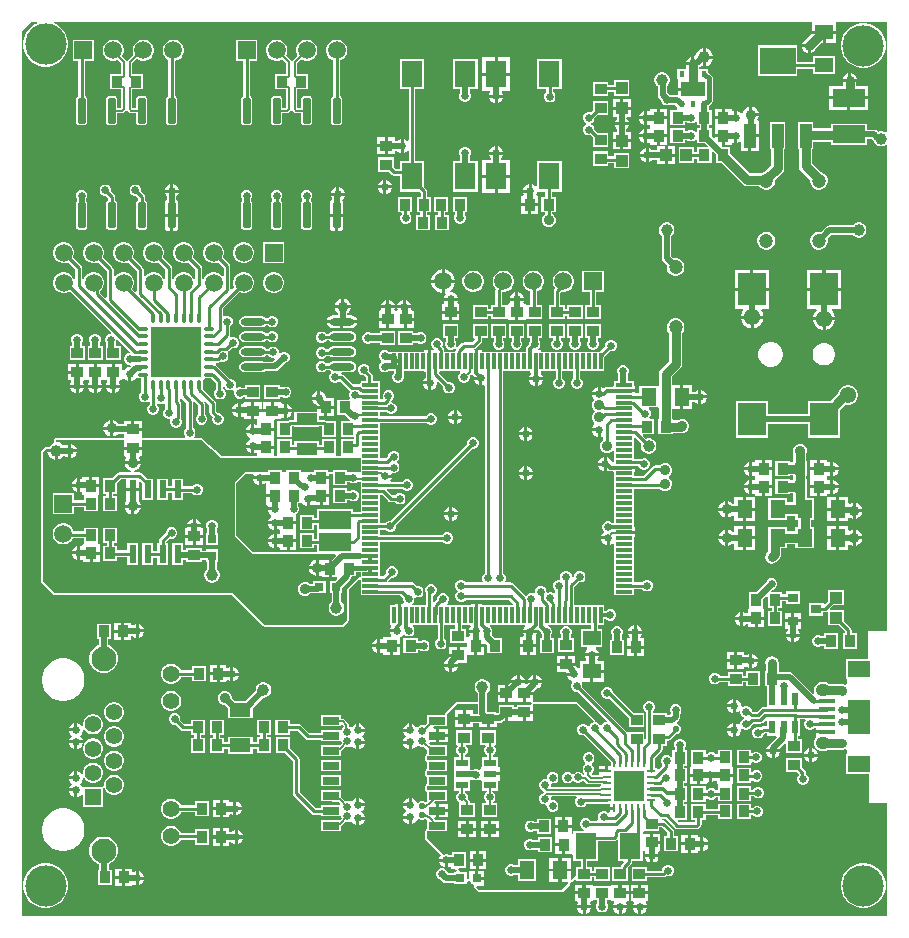
<source format=gtl>
G04*
G04 #@! TF.GenerationSoftware,Altium Limited,Altium Designer,21.2.0 (30)*
G04*
G04 Layer_Physical_Order=1*
G04 Layer_Color=255*
%FSLAX42Y42*%
%MOMM*%
G71*
G04*
G04 #@! TF.SameCoordinates,D999A20B-9D91-44AD-AEE9-92838A49E7E3*
G04*
G04*
G04 #@! TF.FilePolarity,Positive*
G04*
G01*
G75*
%ADD14C,0.20*%
%ADD25R,1.35X0.35*%
%ADD26R,0.35X1.35*%
%ADD27R,1.40X0.64*%
%ADD28R,1.00X0.90*%
%ADD29R,1.80X2.20*%
%ADD30R,1.27X1.52*%
%ADD31R,0.69X0.28*%
%ADD32R,0.28X0.69*%
%ADD33R,2.50X2.50*%
%ADD34C,1.00*%
%ADD35R,0.45X0.50*%
%ADD36R,2.00X1.20*%
%ADD37R,1.02X2.03*%
%ADD38R,3.05X2.29*%
%ADD39R,0.90X1.00*%
%ADD40R,1.00X1.00*%
%ADD41R,2.40X2.80*%
%ADD42R,2.80X1.50*%
%ADD43R,1.52X1.27*%
%ADD44R,1.10X0.60*%
%ADD45O,2.10X0.60*%
%ADD46R,0.60X1.52*%
%ADD47R,4.20X4.20*%
%ADD48O,0.95X0.30*%
%ADD49O,0.30X0.95*%
%ADD50R,0.60X1.10*%
%ADD51R,0.76X0.76*%
%ADD52R,1.80X1.15*%
%ADD53R,1.35X0.40*%
%ADD54R,1.90X2.90*%
%ADD55R,0.76X0.76*%
G04:AMPARAMS|DCode=56|XSize=0.6mm|YSize=2.15mm|CornerRadius=0.05mm|HoleSize=0mm|Usage=FLASHONLY|Rotation=180.000|XOffset=0mm|YOffset=0mm|HoleType=Round|Shape=RoundedRectangle|*
%AMROUNDEDRECTD56*
21,1,0.60,2.05,0,0,180.0*
21,1,0.50,2.15,0,0,180.0*
1,1,0.10,-0.25,1.02*
1,1,0.10,0.25,1.02*
1,1,0.10,0.25,-1.02*
1,1,0.10,-0.25,-1.02*
%
%ADD56ROUNDEDRECTD56*%
%ADD57R,2.70X1.50*%
%ADD58R,1.80X1.00*%
%ADD59R,0.90X0.80*%
%ADD60R,1.00X1.00*%
%ADD61R,1.80X2.30*%
%ADD116C,1.50*%
%ADD118C,0.50*%
%ADD119C,0.26*%
%ADD120C,0.35*%
%ADD121C,0.24*%
%ADD122C,0.35*%
%ADD123C,0.32*%
%ADD124C,0.30*%
%ADD125C,0.26*%
%ADD126C,0.15*%
%ADD127C,0.50*%
%ADD128C,0.80*%
%ADD129C,0.17*%
%ADD130C,0.14*%
%ADD131C,0.40*%
%ADD132C,0.30*%
%ADD133C,0.21*%
%ADD134C,0.41*%
%ADD135C,3.50*%
%ADD136C,1.20*%
%ADD137R,1.40X1.40*%
%ADD138C,1.40*%
%ADD139C,2.10*%
%ADD140R,1.50X1.50*%
%ADD141R,1.50X1.50*%
%ADD142O,1.25X1.05*%
%ADD143R,1.90X1.40*%
%ADD144C,0.68*%
%ADD145C,0.58*%
%ADD146C,0.88*%
%ADD147C,0.66*%
%ADD148C,1.38*%
%ADD149C,1.27*%
G36*
X7379Y6636D02*
X7366Y6632D01*
X7353Y6639D01*
X7336Y6644D01*
X7319D01*
X7303Y6639D01*
X7302Y6639D01*
X7298Y6643D01*
X7285Y6652D01*
X7269Y6655D01*
X7269Y6655D01*
X7210D01*
Y6704D01*
X6900D01*
Y6665D01*
X6754D01*
Y6721D01*
X6622D01*
Y6487D01*
X6632D01*
Y6347D01*
X6636Y6325D01*
X6648Y6307D01*
X6726Y6230D01*
Y6213D01*
X6731Y6194D01*
X6741Y6177D01*
X6755Y6163D01*
X6772Y6153D01*
X6791Y6148D01*
X6810D01*
X6830Y6153D01*
X6847Y6163D01*
X6861Y6177D01*
X6870Y6194D01*
X6876Y6213D01*
Y6233D01*
X6870Y6252D01*
X6861Y6269D01*
X6847Y6283D01*
X6830Y6293D01*
X6818Y6296D01*
X6744Y6370D01*
Y6487D01*
X6754D01*
Y6553D01*
X6900D01*
Y6524D01*
X7210D01*
Y6573D01*
X7253D01*
X7266Y6560D01*
X7267Y6554D01*
X7276Y6539D01*
X7288Y6527D01*
X7303Y6518D01*
X7319Y6514D01*
X7336D01*
X7353Y6518D01*
X7366Y6526D01*
X7379Y6522D01*
Y2413D01*
X7214D01*
Y2170D01*
X7027D01*
Y2000D01*
X7036D01*
Y1962D01*
X7023Y1955D01*
X7016Y1960D01*
X6995Y1964D01*
X6885D01*
X6881Y1967D01*
X6865Y1974D01*
X6847Y1976D01*
X6827D01*
X6810Y1974D01*
X6793Y1967D01*
X6779Y1956D01*
X6768Y1942D01*
X6762Y1925D01*
X6759Y1908D01*
X6762Y1890D01*
X6764Y1886D01*
X6753Y1878D01*
X6585Y2047D01*
X6571Y2055D01*
X6556Y2059D01*
X6556Y2059D01*
X6465D01*
Y2072D01*
X6461D01*
Y2140D01*
X6456Y2162D01*
X6444Y2180D01*
X6442Y2182D01*
X6424Y2194D01*
X6403Y2198D01*
X6381Y2194D01*
X6363Y2182D01*
X6351Y2164D01*
X6347Y2142D01*
X6349Y2133D01*
Y2072D01*
X6345D01*
Y1942D01*
X6365D01*
Y1905D01*
X6362D01*
Y1768D01*
X6330D01*
X6320Y1766D01*
X6311Y1760D01*
X6277Y1726D01*
X6242D01*
X6234Y1734D01*
Y1737D01*
X6226Y1755D01*
X6213Y1769D01*
X6195Y1776D01*
X6175D01*
X6157Y1769D01*
X6155Y1767D01*
X6143Y1772D01*
Y1790D01*
X6134Y1812D01*
X6117Y1828D01*
X6096Y1837D01*
Y1778D01*
Y1719D01*
X6117Y1728D01*
X6123Y1734D01*
X6136Y1729D01*
Y1717D01*
X6143Y1699D01*
X6157Y1686D01*
X6165Y1683D01*
Y1669D01*
X6157Y1666D01*
X6143Y1652D01*
X6136Y1634D01*
Y1624D01*
X6123Y1619D01*
X6117Y1625D01*
X6096Y1634D01*
Y1575D01*
Y1516D01*
X6117Y1524D01*
X6134Y1541D01*
X6143Y1563D01*
Y1579D01*
X6155Y1584D01*
X6157Y1583D01*
X6175Y1575D01*
X6195D01*
X6213Y1583D01*
X6226Y1596D01*
X6234Y1614D01*
Y1617D01*
X6242Y1626D01*
X6306D01*
X6317Y1628D01*
X6326Y1634D01*
X6350Y1658D01*
X6362Y1652D01*
Y1605D01*
X6333D01*
X6322Y1602D01*
X6312Y1596D01*
X6309Y1593D01*
X6296Y1598D01*
X6277D01*
X6259Y1591D01*
X6245Y1577D01*
X6238Y1559D01*
Y1540D01*
X6245Y1522D01*
X6259Y1508D01*
X6277Y1500D01*
X6296D01*
X6314Y1508D01*
X6328Y1522D01*
X6335Y1539D01*
X6338Y1541D01*
X6345Y1547D01*
X6362D01*
Y1524D01*
X6441D01*
X6447Y1514D01*
X6441Y1503D01*
X6389Y1451D01*
X6380Y1447D01*
X6363Y1431D01*
X6354Y1410D01*
X6473D01*
X6470Y1416D01*
X6514Y1460D01*
X6526Y1455D01*
Y1375D01*
X6656D01*
Y1495D01*
X6625D01*
Y1524D01*
X6642D01*
Y1665D01*
X6655Y1665D01*
X6683D01*
X6688Y1652D01*
X6684Y1648D01*
X6677Y1630D01*
Y1611D01*
X6684Y1593D01*
X6698Y1579D01*
X6716Y1571D01*
X6735D01*
X6753Y1579D01*
X6764Y1590D01*
X6777Y1587D01*
Y1568D01*
X6870D01*
Y1543D01*
X6777D01*
Y1510D01*
X6777Y1510D01*
X6777D01*
X6771Y1500D01*
X6768Y1497D01*
X6762Y1480D01*
X6759Y1463D01*
X6762Y1445D01*
X6768Y1429D01*
X6779Y1415D01*
X6793Y1404D01*
X6810Y1397D01*
X6827Y1395D01*
X6847D01*
X6865Y1397D01*
X6881Y1404D01*
X6882Y1404D01*
X6998D01*
X7019Y1409D01*
X7025Y1412D01*
X7036Y1406D01*
Y1370D01*
X7027D01*
Y1200D01*
X7226D01*
Y952D01*
X7379D01*
Y0D01*
X51D01*
Y7493D01*
X127Y7569D01*
X184D01*
X187Y7557D01*
X164Y7547D01*
X133Y7526D01*
X106Y7500D01*
X86Y7469D01*
X71Y7434D01*
X64Y7397D01*
Y7360D01*
X71Y7323D01*
X86Y7289D01*
X106Y7258D01*
X133Y7231D01*
X164Y7210D01*
X199Y7196D01*
X235Y7189D01*
X273D01*
X309Y7196D01*
X344Y7210D01*
X375Y7231D01*
X402Y7258D01*
X422Y7289D01*
X437Y7323D01*
X444Y7360D01*
Y7397D01*
X437Y7434D01*
X422Y7469D01*
X402Y7500D01*
X375Y7526D01*
X344Y7547D01*
X321Y7557D01*
X324Y7569D01*
X6744D01*
Y7493D01*
X6845D01*
X6947D01*
Y7569D01*
X7379D01*
Y6636D01*
D02*
G37*
%LPC*%
G36*
X6947Y7468D02*
X6858D01*
Y7391D01*
X6947D01*
Y7468D01*
D02*
G37*
G36*
X6833D02*
X6741D01*
X6693Y7420D01*
X6685Y7416D01*
X6668Y7400D01*
X6659Y7379D01*
X6718D01*
Y7366D01*
X6731D01*
Y7307D01*
X6752Y7316D01*
X6769Y7332D01*
X6772Y7340D01*
X6823Y7391D01*
X6833D01*
Y7468D01*
D02*
G37*
G36*
X6706Y7353D02*
X6659D01*
X6668Y7332D01*
X6685Y7316D01*
X6706Y7307D01*
Y7353D01*
D02*
G37*
G36*
X5842Y7342D02*
Y7280D01*
X5904D01*
X5900Y7297D01*
X5890Y7314D01*
X5876Y7328D01*
X5858Y7338D01*
X5842Y7342D01*
D02*
G37*
G36*
X2476Y7418D02*
X2452D01*
X2429Y7412D01*
X2409Y7400D01*
X2392Y7383D01*
X2380Y7363D01*
X2374Y7340D01*
Y7316D01*
X2380Y7293D01*
X2386Y7282D01*
X2346Y7242D01*
X2344Y7238D01*
X2343Y7238D01*
X2331Y7238D01*
X2330Y7238D01*
X2328Y7242D01*
X2287Y7282D01*
X2294Y7293D01*
X2300Y7316D01*
Y7340D01*
X2294Y7363D01*
X2282Y7383D01*
X2265Y7400D01*
X2245Y7412D01*
X2222Y7418D01*
X2198D01*
X2175Y7412D01*
X2155Y7400D01*
X2138Y7383D01*
X2126Y7363D01*
X2120Y7340D01*
Y7316D01*
X2126Y7293D01*
X2138Y7273D01*
X2155Y7256D01*
X2175Y7244D01*
X2198Y7238D01*
X2222D01*
X2245Y7244D01*
X2256Y7250D01*
X2290Y7217D01*
Y7126D01*
X2197D01*
Y6996D01*
X2290D01*
Y6840D01*
X2288Y6838D01*
X2255D01*
Y6918D01*
X2254Y6926D01*
X2249Y6933D01*
X2243Y6937D01*
X2235Y6939D01*
X2185D01*
X2177Y6937D01*
X2170Y6933D01*
X2166Y6926D01*
X2164Y6918D01*
Y6714D01*
X2166Y6706D01*
X2170Y6699D01*
X2177Y6695D01*
X2185Y6693D01*
X2235D01*
X2243Y6695D01*
X2249Y6699D01*
X2254Y6706D01*
X2255Y6714D01*
Y6794D01*
X2297D01*
X2306Y6795D01*
X2313Y6800D01*
X2328Y6815D01*
X2330Y6818D01*
X2331Y6818D01*
X2343D01*
X2344Y6818D01*
X2346Y6815D01*
X2361Y6800D01*
X2368Y6795D01*
X2377Y6794D01*
X2418D01*
Y6714D01*
X2420Y6706D01*
X2424Y6699D01*
X2431Y6695D01*
X2439Y6693D01*
X2489D01*
X2497Y6695D01*
X2503Y6699D01*
X2508Y6706D01*
X2509Y6714D01*
Y6918D01*
X2508Y6926D01*
X2503Y6933D01*
X2497Y6937D01*
X2489Y6939D01*
X2439D01*
X2431Y6937D01*
X2424Y6933D01*
X2420Y6926D01*
X2418Y6918D01*
Y6838D01*
X2386D01*
X2384Y6840D01*
Y6996D01*
X2477D01*
Y7126D01*
X2384D01*
Y7217D01*
X2418Y7250D01*
X2429Y7244D01*
X2452Y7238D01*
X2476D01*
X2499Y7244D01*
X2519Y7256D01*
X2536Y7273D01*
X2548Y7293D01*
X2554Y7316D01*
Y7340D01*
X2548Y7363D01*
X2536Y7383D01*
X2519Y7400D01*
X2499Y7412D01*
X2476Y7418D01*
D02*
G37*
G36*
X1091D02*
X1068D01*
X1045Y7412D01*
X1024Y7400D01*
X1007Y7383D01*
X996Y7363D01*
X990Y7340D01*
Y7316D01*
X996Y7293D01*
X997Y7290D01*
X949Y7242D01*
X947Y7238D01*
X946Y7238D01*
X934Y7238D01*
X933Y7238D01*
X931Y7242D01*
X898Y7274D01*
X909Y7293D01*
X915Y7316D01*
Y7340D01*
X909Y7363D01*
X898Y7383D01*
X881Y7400D01*
X860Y7412D01*
X837Y7418D01*
X814D01*
X791Y7412D01*
X770Y7400D01*
X753Y7383D01*
X742Y7363D01*
X736Y7340D01*
Y7316D01*
X742Y7293D01*
X753Y7273D01*
X770Y7256D01*
X791Y7244D01*
X814Y7238D01*
X837D01*
X860Y7244D01*
X863Y7246D01*
X893Y7217D01*
Y7126D01*
X800D01*
Y6996D01*
X893D01*
Y6840D01*
X891Y6838D01*
X858D01*
Y6918D01*
X857Y6926D01*
X852Y6933D01*
X846Y6937D01*
X838Y6939D01*
X788D01*
X780Y6937D01*
X773Y6933D01*
X769Y6926D01*
X767Y6918D01*
Y6714D01*
X769Y6706D01*
X773Y6699D01*
X780Y6695D01*
X788Y6693D01*
X838D01*
X846Y6695D01*
X852Y6699D01*
X857Y6706D01*
X858Y6714D01*
Y6794D01*
X900D01*
X909Y6795D01*
X916Y6800D01*
X931Y6815D01*
X933Y6818D01*
X934Y6818D01*
X946D01*
X947Y6818D01*
X949Y6815D01*
X964Y6800D01*
X971Y6795D01*
X980Y6794D01*
X1021D01*
Y6714D01*
X1023Y6706D01*
X1027Y6699D01*
X1034Y6695D01*
X1042Y6693D01*
X1092D01*
X1100Y6695D01*
X1106Y6699D01*
X1111Y6706D01*
X1112Y6714D01*
Y6918D01*
X1111Y6926D01*
X1106Y6933D01*
X1100Y6937D01*
X1092Y6939D01*
X1042D01*
X1034Y6937D01*
X1027Y6933D01*
X1023Y6926D01*
X1021Y6918D01*
Y6838D01*
X989D01*
X987Y6840D01*
Y6996D01*
X1080D01*
Y7126D01*
X987D01*
Y7217D01*
X1026Y7255D01*
X1045Y7244D01*
X1068Y7238D01*
X1091D01*
X1114Y7244D01*
X1135Y7256D01*
X1152Y7273D01*
X1163Y7293D01*
X1169Y7316D01*
Y7340D01*
X1163Y7363D01*
X1152Y7383D01*
X1135Y7400D01*
X1114Y7412D01*
X1091Y7418D01*
D02*
G37*
G36*
X5721Y7274D02*
X5700Y7265D01*
X5683Y7248D01*
X5675Y7227D01*
X5721D01*
Y7274D01*
D02*
G37*
G36*
X5904Y7255D02*
X5842D01*
Y7193D01*
X5858Y7197D01*
X5876Y7207D01*
X5890Y7221D01*
X5900Y7238D01*
X5904Y7255D01*
D02*
G37*
G36*
X5817Y7342D02*
X5800Y7338D01*
X5783Y7328D01*
X5769Y7314D01*
X5759Y7297D01*
X5756Y7284D01*
X5746Y7275D01*
Y7215D01*
X5734D01*
Y7202D01*
X5675D01*
X5678Y7194D01*
Y7180D01*
X5676Y7168D01*
X5665Y7168D01*
X5601D01*
Y7093D01*
X5601Y7088D01*
X5608Y7078D01*
X5608Y7075D01*
Y7010D01*
X5734D01*
Y6985D01*
X5608D01*
Y6952D01*
X5601Y6946D01*
X5601Y6946D01*
X5544D01*
X5540Y6950D01*
X5528Y6955D01*
X5517Y6966D01*
Y7026D01*
X5526Y7034D01*
X5534Y7049D01*
X5539Y7065D01*
Y7082D01*
X5534Y7099D01*
X5526Y7114D01*
X5514Y7126D01*
X5499Y7134D01*
X5482Y7139D01*
X5465D01*
X5449Y7134D01*
X5434Y7126D01*
X5422Y7114D01*
X5413Y7099D01*
X5409Y7082D01*
Y7065D01*
X5413Y7049D01*
X5422Y7034D01*
X5434Y7022D01*
X5436Y7021D01*
Y6949D01*
X5436Y6949D01*
X5439Y6933D01*
X5448Y6920D01*
X5463Y6905D01*
Y6899D01*
X5470Y6881D01*
X5484Y6867D01*
X5502Y6860D01*
X5522D01*
X5533Y6865D01*
X5584D01*
X5601Y6848D01*
X5601Y6828D01*
X5591Y6821D01*
X5544D01*
Y6691D01*
X5665D01*
Y6716D01*
X5686D01*
X5687Y6715D01*
X5705Y6707D01*
X5725D01*
X5743Y6715D01*
X5757Y6729D01*
X5759Y6734D01*
X5772Y6732D01*
Y6691D01*
X5791D01*
Y6669D01*
X5772D01*
Y6629D01*
X5759Y6626D01*
X5757Y6632D01*
X5743Y6646D01*
X5725Y6653D01*
X5705D01*
X5687Y6646D01*
X5686Y6645D01*
X5665D01*
Y6669D01*
X5544D01*
Y6539D01*
X5665D01*
Y6563D01*
X5686D01*
X5687Y6562D01*
X5705Y6555D01*
X5725D01*
X5743Y6562D01*
X5757Y6576D01*
X5759Y6582D01*
X5772Y6579D01*
Y6539D01*
X5839D01*
X5862Y6516D01*
X5857Y6504D01*
X5772D01*
Y6468D01*
X5744D01*
Y6504D01*
X5614D01*
Y6374D01*
X5744D01*
Y6410D01*
X5772D01*
Y6374D01*
X5892D01*
Y6470D01*
X5903Y6474D01*
X5932Y6446D01*
Y6374D01*
X5972D01*
X6155Y6191D01*
X6173Y6179D01*
X6195Y6175D01*
X6298D01*
X6310Y6163D01*
X6327Y6153D01*
X6346Y6148D01*
X6366D01*
X6385Y6153D01*
X6402Y6163D01*
X6416Y6177D01*
X6426Y6194D01*
X6431Y6213D01*
Y6230D01*
X6491Y6290D01*
X6503Y6308D01*
X6508Y6329D01*
Y6487D01*
X6517D01*
Y6721D01*
X6386D01*
Y6487D01*
X6396D01*
Y6353D01*
X6339Y6296D01*
X6327Y6293D01*
X6316Y6287D01*
X6218D01*
X6052Y6453D01*
Y6504D01*
X5989D01*
X5976Y6517D01*
X5979Y6523D01*
Y6591D01*
X5921D01*
Y6589D01*
X5909Y6584D01*
X5892Y6602D01*
Y6669D01*
X5872D01*
Y6691D01*
X5892D01*
Y6821D01*
X5870D01*
Y6858D01*
X5894Y6882D01*
X5902Y6894D01*
X5904Y6908D01*
Y7088D01*
X5902Y7101D01*
X5894Y7113D01*
X5866Y7141D01*
Y7168D01*
X5791D01*
X5790Y7180D01*
Y7186D01*
X5795Y7189D01*
X5803Y7197D01*
X5817Y7193D01*
Y7267D01*
Y7342D01*
D02*
G37*
G36*
X7194Y7556D02*
X7157D01*
X7120Y7549D01*
X7086Y7534D01*
X7054Y7514D01*
X7028Y7487D01*
X7007Y7456D01*
X6993Y7421D01*
X6986Y7385D01*
Y7347D01*
X6993Y7311D01*
X7007Y7276D01*
X7028Y7245D01*
X7054Y7218D01*
X7086Y7198D01*
X7120Y7183D01*
X7157Y7176D01*
X7194D01*
X7231Y7183D01*
X7265Y7198D01*
X7297Y7218D01*
X7323Y7245D01*
X7344Y7276D01*
X7358Y7311D01*
X7365Y7347D01*
Y7385D01*
X7358Y7421D01*
X7344Y7456D01*
X7323Y7487D01*
X7297Y7514D01*
X7265Y7534D01*
X7231Y7549D01*
X7194Y7556D01*
D02*
G37*
G36*
X4183Y7266D02*
X4080D01*
Y7138D01*
X4183D01*
Y7266D01*
D02*
G37*
G36*
X4055D02*
X3952D01*
Y7138D01*
X4055D01*
Y7266D01*
D02*
G37*
G36*
X6619Y7368D02*
X6284D01*
Y7110D01*
X6619D01*
Y7172D01*
X6754D01*
Y7122D01*
X6936D01*
Y7279D01*
X6754D01*
Y7230D01*
X6619D01*
Y7368D01*
D02*
G37*
G36*
X7074Y7133D02*
Y7087D01*
X7120D01*
X7112Y7108D01*
X7095Y7124D01*
X7074Y7133D01*
D02*
G37*
G36*
X7049D02*
X7028Y7124D01*
X7011Y7108D01*
X7002Y7087D01*
X7049D01*
Y7133D01*
D02*
G37*
G36*
X5196Y7072D02*
X5066D01*
Y7033D01*
X5018D01*
Y7061D01*
X4888D01*
Y6942D01*
X5018D01*
Y6975D01*
X5066D01*
Y6942D01*
X5196D01*
Y7072D01*
D02*
G37*
G36*
X4183Y7113D02*
X4068D01*
X3952D01*
Y6985D01*
X4013D01*
X4018Y6972D01*
X4017Y6971D01*
X4009Y6950D01*
X4127D01*
X4118Y6971D01*
X4117Y6972D01*
X4122Y6985D01*
X4183D01*
Y7113D01*
D02*
G37*
G36*
X7120Y7061D02*
X7002D01*
X7005Y7054D01*
Y7025D01*
X6889D01*
Y6937D01*
X7055D01*
X7220D01*
Y7025D01*
X7117D01*
Y7054D01*
X7120Y7061D01*
D02*
G37*
G36*
X3911Y7255D02*
X3701D01*
Y6995D01*
X3766D01*
Y6966D01*
X3765Y6966D01*
X3757Y6948D01*
Y6928D01*
X3765Y6910D01*
X3779Y6896D01*
X3797Y6889D01*
X3816D01*
X3834Y6896D01*
X3848Y6910D01*
X3855Y6928D01*
Y6948D01*
X3848Y6966D01*
X3847Y6966D01*
Y6995D01*
X3911D01*
Y7255D01*
D02*
G37*
G36*
X4623D02*
X4413D01*
Y6995D01*
X4493D01*
Y6975D01*
X4480Y6962D01*
X4472Y6944D01*
Y6924D01*
X4480Y6906D01*
X4493Y6893D01*
X4511Y6885D01*
X4531D01*
X4549Y6893D01*
X4563Y6906D01*
X4570Y6924D01*
Y6944D01*
X4563Y6962D01*
X4550Y6975D01*
Y6995D01*
X4623D01*
Y7255D01*
D02*
G37*
G36*
X4127Y6925D02*
X4080D01*
Y6879D01*
X4101Y6887D01*
X4118Y6904D01*
X4127Y6925D01*
D02*
G37*
G36*
X4055D02*
X4009D01*
X4017Y6904D01*
X4034Y6887D01*
X4055Y6879D01*
Y6925D01*
D02*
G37*
G36*
X5206Y6912D02*
X5144D01*
Y6849D01*
X5206D01*
Y6912D01*
D02*
G37*
G36*
X5118D02*
X5055D01*
Y6849D01*
X5118D01*
Y6912D01*
D02*
G37*
G36*
X7220Y6911D02*
X7067D01*
Y6824D01*
X7220D01*
Y6911D01*
D02*
G37*
G36*
X7042D02*
X6889D01*
Y6824D01*
X7042D01*
Y6911D01*
D02*
G37*
G36*
X5432Y6832D02*
X5374D01*
Y6817D01*
X5361Y6809D01*
X5347Y6815D01*
Y6756D01*
Y6697D01*
X5361Y6703D01*
X5374Y6696D01*
X5374Y6679D01*
X5374Y6664D01*
X5361Y6657D01*
X5347Y6663D01*
Y6604D01*
Y6545D01*
X5361Y6551D01*
X5374Y6544D01*
Y6529D01*
X5432D01*
Y6604D01*
X5444D01*
Y6617D01*
X5515D01*
Y6668D01*
X5515Y6681D01*
X5515Y6692D01*
Y6744D01*
X5444D01*
Y6756D01*
X5432D01*
Y6832D01*
D02*
G37*
G36*
X5018Y6901D02*
X4888D01*
Y6822D01*
X4868Y6802D01*
X4861Y6805D01*
X4842D01*
X4824Y6798D01*
X4810Y6784D01*
X4802Y6766D01*
Y6747D01*
X4810Y6729D01*
X4824Y6715D01*
X4829Y6712D01*
Y6699D01*
X4824Y6696D01*
X4810Y6683D01*
X4802Y6665D01*
Y6645D01*
X4810Y6627D01*
X4824Y6613D01*
X4842Y6606D01*
X4861D01*
X4868Y6609D01*
X4888Y6589D01*
Y6510D01*
X5018D01*
Y6630D01*
X4928D01*
X4900Y6658D01*
Y6665D01*
X4893Y6683D01*
X4879Y6696D01*
X4873Y6699D01*
Y6712D01*
X4879Y6715D01*
X4893Y6729D01*
X4900Y6747D01*
Y6753D01*
X4928Y6782D01*
X5018D01*
Y6901D01*
D02*
G37*
G36*
X6210Y6850D02*
X6196Y6846D01*
X6180Y6837D01*
X6167Y6824D01*
X6158Y6809D01*
X6156Y6798D01*
X6142Y6795D01*
X6130Y6807D01*
X6109Y6815D01*
Y6756D01*
X6083D01*
Y6815D01*
X6075Y6812D01*
X6062Y6820D01*
Y6832D01*
X6004D01*
Y6756D01*
X5992D01*
Y6744D01*
X5921D01*
Y6681D01*
X5921D01*
X5921Y6679D01*
X5921D01*
Y6617D01*
X5992D01*
Y6604D01*
X6004D01*
Y6529D01*
X6062D01*
Y6540D01*
X6075Y6549D01*
X6083Y6545D01*
Y6604D01*
X6109D01*
Y6545D01*
X6126Y6552D01*
X6139Y6547D01*
Y6477D01*
X6203D01*
Y6604D01*
X6215D01*
Y6617D01*
X6292D01*
Y6731D01*
X6287D01*
X6281Y6744D01*
X6288Y6755D01*
X6291Y6769D01*
X6223D01*
Y6782D01*
X6210D01*
Y6850D01*
D02*
G37*
G36*
X6236D02*
Y6794D01*
X6291D01*
X6288Y6809D01*
X6279Y6824D01*
X6266Y6837D01*
X6250Y6846D01*
X6236Y6850D01*
D02*
G37*
G36*
X5515Y6832D02*
X5457D01*
Y6769D01*
X5515D01*
Y6832D01*
D02*
G37*
G36*
X5321Y6815D02*
X5300Y6807D01*
X5284Y6790D01*
X5275Y6769D01*
X5321D01*
Y6815D01*
D02*
G37*
G36*
X5979Y6832D02*
X5921D01*
Y6769D01*
X5979D01*
Y6832D01*
D02*
G37*
G36*
X5206Y6824D02*
X5131D01*
X5055D01*
Y6761D01*
X5089D01*
X5090Y6748D01*
X5080Y6739D01*
X5072Y6718D01*
X5190D01*
X5181Y6739D01*
X5172Y6748D01*
X5173Y6761D01*
X5206D01*
Y6824D01*
D02*
G37*
G36*
X5321Y6744D02*
X5275D01*
X5284Y6723D01*
X5300Y6706D01*
X5321Y6697D01*
Y6744D01*
D02*
G37*
G36*
X2730Y7418D02*
X2706D01*
X2683Y7412D01*
X2663Y7400D01*
X2646Y7383D01*
X2634Y7363D01*
X2628Y7340D01*
Y7316D01*
X2634Y7293D01*
X2646Y7273D01*
X2663Y7256D01*
X2683Y7244D01*
X2689Y7242D01*
Y6938D01*
X2685Y6937D01*
X2678Y6933D01*
X2674Y6926D01*
X2672Y6918D01*
Y6714D01*
X2674Y6706D01*
X2678Y6699D01*
X2685Y6695D01*
X2693Y6693D01*
X2743D01*
X2751Y6695D01*
X2757Y6699D01*
X2762Y6706D01*
X2763Y6714D01*
Y6918D01*
X2762Y6926D01*
X2757Y6933D01*
X2751Y6937D01*
X2746Y6938D01*
Y7242D01*
X2753Y7244D01*
X2773Y7256D01*
X2790Y7273D01*
X2802Y7293D01*
X2808Y7316D01*
Y7340D01*
X2802Y7363D01*
X2790Y7383D01*
X2773Y7400D01*
X2753Y7412D01*
X2730Y7418D01*
D02*
G37*
G36*
X2046D02*
X1866D01*
Y7238D01*
X1927D01*
Y6938D01*
X1923Y6937D01*
X1916Y6933D01*
X1912Y6926D01*
X1910Y6918D01*
Y6714D01*
X1912Y6706D01*
X1916Y6699D01*
X1923Y6695D01*
X1931Y6693D01*
X1981D01*
X1989Y6695D01*
X1995Y6699D01*
X2000Y6706D01*
X2001Y6714D01*
Y6918D01*
X2000Y6926D01*
X1995Y6933D01*
X1989Y6937D01*
X1984Y6938D01*
Y7238D01*
X2046D01*
Y7418D01*
D02*
G37*
G36*
X1345D02*
X1322D01*
X1299Y7412D01*
X1278Y7400D01*
X1261Y7383D01*
X1250Y7363D01*
X1244Y7340D01*
Y7316D01*
X1250Y7293D01*
X1261Y7273D01*
X1278Y7256D01*
X1292Y7248D01*
Y6938D01*
X1288Y6937D01*
X1281Y6933D01*
X1277Y6926D01*
X1275Y6918D01*
Y6714D01*
X1277Y6706D01*
X1281Y6699D01*
X1288Y6695D01*
X1296Y6693D01*
X1346D01*
X1354Y6695D01*
X1360Y6699D01*
X1365Y6706D01*
X1366Y6714D01*
Y6918D01*
X1365Y6926D01*
X1360Y6933D01*
X1354Y6937D01*
X1349Y6938D01*
Y7239D01*
X1368Y7244D01*
X1389Y7256D01*
X1406Y7273D01*
X1417Y7293D01*
X1423Y7316D01*
Y7340D01*
X1417Y7363D01*
X1406Y7383D01*
X1389Y7400D01*
X1368Y7412D01*
X1345Y7418D01*
D02*
G37*
G36*
X661D02*
X482D01*
Y7238D01*
X530D01*
Y6938D01*
X526Y6937D01*
X519Y6933D01*
X515Y6926D01*
X513Y6918D01*
Y6714D01*
X515Y6706D01*
X519Y6699D01*
X526Y6695D01*
X534Y6693D01*
X584D01*
X592Y6695D01*
X598Y6699D01*
X603Y6706D01*
X604Y6714D01*
Y6918D01*
X603Y6926D01*
X598Y6933D01*
X592Y6937D01*
X587Y6938D01*
Y7238D01*
X661D01*
Y7418D01*
D02*
G37*
G36*
X5321Y6663D02*
X5300Y6654D01*
X5284Y6638D01*
X5275Y6617D01*
X5321D01*
Y6663D01*
D02*
G37*
G36*
X5190Y6693D02*
X5072D01*
X5080Y6672D01*
X5090Y6662D01*
Y6637D01*
X5055D01*
Y6575D01*
X5131D01*
X5206D01*
Y6637D01*
X5172D01*
Y6662D01*
X5181Y6672D01*
X5190Y6693D01*
D02*
G37*
G36*
X3461Y7255D02*
X3251D01*
Y6995D01*
X3328D01*
Y6566D01*
X3315Y6561D01*
X3306Y6569D01*
X3285Y6578D01*
Y6519D01*
Y6460D01*
X3306Y6469D01*
X3315Y6477D01*
X3328Y6472D01*
Y6390D01*
X3251D01*
Y6323D01*
X3219D01*
X3202Y6339D01*
Y6419D01*
X3072D01*
Y6299D01*
X3161D01*
X3187Y6274D01*
X3196Y6268D01*
X3207Y6265D01*
X3251D01*
Y6130D01*
X3421D01*
X3430Y6122D01*
Y6085D01*
X3398D01*
Y5955D01*
X3426D01*
Y5932D01*
X3391D01*
Y5802D01*
X3511D01*
Y5932D01*
X3483D01*
Y5955D01*
X3518D01*
Y6085D01*
X3487D01*
Y6134D01*
X3485Y6145D01*
X3478Y6154D01*
X3461Y6171D01*
Y6390D01*
X3385D01*
Y6995D01*
X3461D01*
Y7255D01*
D02*
G37*
G36*
X5321Y6591D02*
X5275D01*
X5284Y6570D01*
X5300Y6554D01*
X5321Y6545D01*
Y6591D01*
D02*
G37*
G36*
X3124Y6589D02*
X3061D01*
Y6532D01*
X3124D01*
Y6589D01*
D02*
G37*
G36*
X5515Y6591D02*
X5457D01*
Y6529D01*
X5515D01*
Y6591D01*
D02*
G37*
G36*
X5206Y6549D02*
X5144D01*
Y6487D01*
X5206D01*
Y6549D01*
D02*
G37*
G36*
X5118D02*
X5055D01*
Y6487D01*
X5118D01*
Y6549D01*
D02*
G37*
G36*
X5496Y6514D02*
X5434D01*
Y6480D01*
X5390D01*
X5380Y6489D01*
X5359Y6498D01*
Y6439D01*
Y6380D01*
X5380Y6389D01*
X5390Y6398D01*
X5434D01*
Y6363D01*
X5496D01*
Y6439D01*
Y6514D01*
D02*
G37*
G36*
X6292Y6591D02*
X6228D01*
Y6477D01*
X6292D01*
Y6591D01*
D02*
G37*
G36*
X4080Y6514D02*
Y6468D01*
X4127D01*
X4118Y6489D01*
X4101Y6506D01*
X4080Y6514D01*
D02*
G37*
G36*
X4055D02*
X4034Y6506D01*
X4017Y6489D01*
X4009Y6468D01*
X4055D01*
Y6514D01*
D02*
G37*
G36*
X3212Y6589D02*
X3150D01*
Y6519D01*
Y6449D01*
X3212D01*
Y6478D01*
X3230D01*
X3239Y6469D01*
X3260Y6460D01*
Y6519D01*
Y6578D01*
X3239Y6569D01*
X3230Y6560D01*
X3212D01*
Y6589D01*
D02*
G37*
G36*
X5585Y6514D02*
X5522D01*
Y6452D01*
X5585D01*
Y6514D01*
D02*
G37*
G36*
X5334Y6498D02*
X5313Y6489D01*
X5296Y6473D01*
X5288Y6452D01*
X5334D01*
Y6498D01*
D02*
G37*
G36*
X3124Y6506D02*
X3061D01*
Y6449D01*
X3124D01*
Y6506D01*
D02*
G37*
G36*
X5334Y6426D02*
X5288D01*
X5296Y6405D01*
X5313Y6389D01*
X5334Y6380D01*
Y6426D01*
D02*
G37*
G36*
X5585D02*
X5522D01*
Y6363D01*
X5585D01*
Y6426D01*
D02*
G37*
G36*
X5018Y6470D02*
X4888D01*
Y6350D01*
X5018D01*
Y6372D01*
X5066D01*
Y6327D01*
X5196D01*
Y6457D01*
X5066D01*
Y6429D01*
X5018D01*
Y6470D01*
D02*
G37*
G36*
X4127Y6443D02*
X4009D01*
X4017Y6422D01*
X4025Y6414D01*
X4023Y6401D01*
X3952D01*
Y6273D01*
X4068D01*
X4183D01*
Y6401D01*
X4112D01*
X4110Y6414D01*
X4118Y6422D01*
X4127Y6443D01*
D02*
G37*
G36*
X3137Y6231D02*
Y6185D01*
X3183D01*
X3175Y6206D01*
X3158Y6223D01*
X3137Y6231D01*
D02*
G37*
G36*
X3111D02*
X3091Y6223D01*
X3074Y6206D01*
X3065Y6185D01*
X3111D01*
Y6231D01*
D02*
G37*
G36*
X4623Y6390D02*
X4413D01*
Y6180D01*
X4400Y6174D01*
X4390Y6184D01*
X4369Y6193D01*
Y6134D01*
X4356D01*
Y6121D01*
X4297D01*
X4303Y6108D01*
X4294Y6095D01*
X4282D01*
Y6033D01*
X4352D01*
X4423D01*
Y6095D01*
X4418D01*
X4410Y6108D01*
X4415Y6122D01*
Y6130D01*
X4484D01*
Y6085D01*
X4452D01*
Y5955D01*
X4484D01*
Y5941D01*
X4479Y5939D01*
X4462Y5922D01*
X4453Y5901D01*
Y5877D01*
X4462Y5856D01*
X4479Y5839D01*
X4501Y5830D01*
X4524D01*
X4546Y5839D01*
X4562Y5856D01*
X4571Y5877D01*
Y5901D01*
X4562Y5922D01*
X4546Y5939D01*
X4541Y5941D01*
Y5955D01*
X4572D01*
Y6085D01*
X4541D01*
Y6130D01*
X4623D01*
Y6390D01*
D02*
G37*
G36*
X4343Y6193D02*
X4322Y6184D01*
X4306Y6168D01*
X4297Y6147D01*
X4343D01*
Y6193D01*
D02*
G37*
G36*
X1334D02*
Y6147D01*
X1380D01*
X1371Y6168D01*
X1354Y6184D01*
X1334Y6193D01*
D02*
G37*
G36*
X1308D02*
X1287Y6184D01*
X1270Y6168D01*
X1262Y6147D01*
X1308D01*
Y6193D01*
D02*
G37*
G36*
X3816Y6510D02*
X3797D01*
X3779Y6502D01*
X3765Y6488D01*
X3757Y6470D01*
Y6451D01*
X3765Y6433D01*
X3766Y6432D01*
Y6390D01*
X3701D01*
Y6130D01*
X3911D01*
Y6390D01*
X3847D01*
Y6432D01*
X3848Y6433D01*
X3855Y6451D01*
Y6470D01*
X3848Y6488D01*
X3834Y6502D01*
X3816Y6510D01*
D02*
G37*
G36*
X2739Y6167D02*
Y6120D01*
X2786D01*
X2777Y6141D01*
X2760Y6158D01*
X2739Y6167D01*
D02*
G37*
G36*
X2714D02*
X2693Y6158D01*
X2676Y6141D01*
X2668Y6120D01*
X2714D01*
Y6167D01*
D02*
G37*
G36*
X4183Y6248D02*
X4080D01*
Y6120D01*
X4183D01*
Y6248D01*
D02*
G37*
G36*
X4055D02*
X3952D01*
Y6120D01*
X4055D01*
Y6248D01*
D02*
G37*
G36*
X3183Y6160D02*
X3137D01*
Y6113D01*
X3158Y6122D01*
X3175Y6139D01*
X3183Y6160D01*
D02*
G37*
G36*
X3111D02*
X3065D01*
X3074Y6139D01*
X3091Y6122D01*
X3111Y6113D01*
Y6160D01*
D02*
G37*
G36*
X4423Y6007D02*
X4365D01*
Y5944D01*
X4423D01*
Y6007D01*
D02*
G37*
G36*
X4340D02*
X4282D01*
Y5944D01*
X4340D01*
Y6007D01*
D02*
G37*
G36*
X1380Y6121D02*
X1262D01*
X1270Y6100D01*
X1280Y6091D01*
Y6059D01*
X1274Y6055D01*
X1267Y6045D01*
X1265Y6033D01*
Y5944D01*
X1321D01*
X1377D01*
Y6033D01*
X1374Y6045D01*
X1368Y6055D01*
X1362Y6059D01*
Y6091D01*
X1371Y6100D01*
X1380Y6121D01*
D02*
G37*
G36*
X2786Y6095D02*
X2668D01*
X2676Y6074D01*
X2677Y6073D01*
X2677Y6073D01*
X2676Y6058D01*
X2671Y6055D01*
X2664Y6045D01*
X2662Y6033D01*
Y5944D01*
X2718D01*
X2774D01*
Y6033D01*
X2771Y6045D01*
X2765Y6055D01*
X2770Y6067D01*
X2777Y6074D01*
X2786Y6095D01*
D02*
G37*
G36*
X3823Y6085D02*
X3703D01*
Y5955D01*
X3722D01*
Y5938D01*
X3721Y5937D01*
X3714Y5919D01*
Y5900D01*
X3721Y5882D01*
X3735Y5868D01*
X3753Y5860D01*
X3773D01*
X3791Y5868D01*
X3805Y5882D01*
X3812Y5900D01*
Y5919D01*
X3805Y5937D01*
X3804Y5938D01*
Y5955D01*
X3823D01*
Y6085D01*
D02*
G37*
G36*
X3358D02*
X3238D01*
Y5955D01*
X3266D01*
X3269Y5942D01*
X3260Y5933D01*
X3253Y5915D01*
Y5896D01*
X3260Y5878D01*
X3274Y5864D01*
X3292Y5856D01*
X3312D01*
X3330Y5864D01*
X3344Y5878D01*
X3351Y5896D01*
Y5915D01*
X3344Y5933D01*
X3335Y5942D01*
X3340Y5955D01*
X3358D01*
Y6085D01*
D02*
G37*
G36*
X7146Y5869D02*
X7129D01*
X7112Y5864D01*
X7097Y5856D01*
X7086Y5845D01*
X6890D01*
X6890Y5845D01*
X6874Y5842D01*
X6861Y5833D01*
X6861Y5833D01*
X6816Y5788D01*
X6810Y5790D01*
X6791D01*
X6772Y5785D01*
X6755Y5775D01*
X6741Y5761D01*
X6731Y5744D01*
X6726Y5725D01*
Y5705D01*
X6731Y5686D01*
X6741Y5669D01*
X6755Y5655D01*
X6772Y5645D01*
X6791Y5640D01*
X6810D01*
X6830Y5645D01*
X6847Y5655D01*
X6861Y5669D01*
X6870Y5686D01*
X6876Y5705D01*
Y5725D01*
X6874Y5731D01*
X6906Y5763D01*
X7086D01*
X7097Y5752D01*
X7112Y5743D01*
X7129Y5739D01*
X7146D01*
X7162Y5743D01*
X7177Y5752D01*
X7189Y5764D01*
X7198Y5779D01*
X7202Y5795D01*
Y5812D01*
X7198Y5829D01*
X7189Y5844D01*
X7177Y5856D01*
X7162Y5864D01*
X7146Y5869D01*
D02*
G37*
G36*
X2474Y6145D02*
X2454D01*
X2436Y6138D01*
X2422Y6124D01*
X2415Y6106D01*
Y6086D01*
X2422Y6068D01*
X2427Y6064D01*
X2427Y6063D01*
X2425Y6048D01*
X2424Y6048D01*
X2420Y6041D01*
X2418Y6033D01*
Y5828D01*
X2420Y5821D01*
X2424Y5814D01*
X2431Y5810D01*
X2439Y5808D01*
X2489D01*
X2497Y5810D01*
X2503Y5814D01*
X2508Y5821D01*
X2509Y5828D01*
Y6033D01*
X2508Y6041D01*
X2503Y6048D01*
X2503Y6048D01*
X2501Y6063D01*
X2501Y6064D01*
X2505Y6068D01*
X2513Y6086D01*
Y6106D01*
X2505Y6124D01*
X2492Y6138D01*
X2474Y6145D01*
D02*
G37*
G36*
X2220D02*
X2200D01*
X2182Y6138D01*
X2168Y6124D01*
X2161Y6106D01*
Y6086D01*
X2168Y6068D01*
X2173Y6064D01*
X2173Y6063D01*
X2171Y6048D01*
X2170Y6048D01*
X2166Y6041D01*
X2164Y6033D01*
Y5828D01*
X2166Y5821D01*
X2170Y5814D01*
X2177Y5810D01*
X2185Y5808D01*
X2235D01*
X2243Y5810D01*
X2249Y5814D01*
X2254Y5821D01*
X2255Y5828D01*
Y6033D01*
X2254Y6041D01*
X2249Y6048D01*
X2249Y6048D01*
X2247Y6063D01*
X2247Y6064D01*
X2251Y6068D01*
X2259Y6086D01*
Y6106D01*
X2251Y6124D01*
X2238Y6138D01*
X2220Y6145D01*
D02*
G37*
G36*
X1966D02*
X1946D01*
X1928Y6138D01*
X1914Y6124D01*
X1907Y6106D01*
Y6086D01*
X1914Y6068D01*
X1915Y6067D01*
Y6046D01*
X1912Y6041D01*
X1910Y6033D01*
Y5828D01*
X1912Y5821D01*
X1916Y5814D01*
X1923Y5810D01*
X1931Y5808D01*
X1981D01*
X1989Y5810D01*
X1995Y5814D01*
X2000Y5821D01*
X2001Y5828D01*
Y6033D01*
X2000Y6041D01*
X1997Y6046D01*
Y6067D01*
X1997Y6068D01*
X2005Y6086D01*
Y6106D01*
X1997Y6124D01*
X1984Y6138D01*
X1966Y6145D01*
D02*
G37*
G36*
X1024Y6190D02*
X1004D01*
X986Y6183D01*
X972Y6169D01*
X965Y6151D01*
Y6131D01*
X972Y6113D01*
X986Y6100D01*
X1004Y6092D01*
X1022D01*
X1038Y6076D01*
Y6053D01*
X1034Y6052D01*
X1027Y6048D01*
X1023Y6041D01*
X1021Y6033D01*
Y5828D01*
X1023Y5821D01*
X1027Y5814D01*
X1034Y5810D01*
X1042Y5808D01*
X1092D01*
X1100Y5810D01*
X1106Y5814D01*
X1111Y5821D01*
X1112Y5828D01*
Y6033D01*
X1111Y6041D01*
X1106Y6048D01*
X1100Y6052D01*
X1095Y6053D01*
Y6088D01*
X1093Y6099D01*
X1087Y6108D01*
X1063Y6133D01*
Y6151D01*
X1055Y6169D01*
X1042Y6183D01*
X1024Y6190D01*
D02*
G37*
G36*
X770D02*
X750D01*
X732Y6183D01*
X718Y6169D01*
X711Y6151D01*
Y6131D01*
X718Y6113D01*
X732Y6100D01*
X750Y6092D01*
X768D01*
X784Y6076D01*
Y6053D01*
X780Y6052D01*
X773Y6048D01*
X769Y6041D01*
X767Y6033D01*
Y5828D01*
X769Y5821D01*
X773Y5814D01*
X780Y5810D01*
X788Y5808D01*
X838D01*
X846Y5810D01*
X852Y5814D01*
X857Y5821D01*
X858Y5828D01*
Y6033D01*
X857Y6041D01*
X852Y6048D01*
X846Y6052D01*
X841Y6053D01*
Y6088D01*
X839Y6099D01*
X833Y6108D01*
X809Y6133D01*
Y6151D01*
X801Y6169D01*
X788Y6183D01*
X770Y6190D01*
D02*
G37*
G36*
X569Y6145D02*
X549D01*
X531Y6138D01*
X517Y6124D01*
X510Y6106D01*
Y6086D01*
X517Y6068D01*
X518Y6067D01*
Y6046D01*
X515Y6041D01*
X513Y6033D01*
Y5828D01*
X515Y5821D01*
X519Y5814D01*
X526Y5810D01*
X534Y5808D01*
X584D01*
X592Y5810D01*
X598Y5814D01*
X603Y5821D01*
X604Y5828D01*
Y6033D01*
X603Y6041D01*
X600Y6046D01*
Y6067D01*
X600Y6068D01*
X608Y6086D01*
Y6106D01*
X600Y6124D01*
X587Y6138D01*
X569Y6145D01*
D02*
G37*
G36*
X3663Y6085D02*
X3543D01*
Y5955D01*
X3578D01*
Y5932D01*
X3551D01*
Y5802D01*
X3671D01*
Y5932D01*
X3635D01*
Y5955D01*
X3663D01*
Y6085D01*
D02*
G37*
G36*
X2774Y5918D02*
X2731D01*
Y5797D01*
X2743D01*
X2755Y5800D01*
X2765Y5807D01*
X2771Y5817D01*
X2774Y5828D01*
Y5918D01*
D02*
G37*
G36*
X2705D02*
X2662D01*
Y5828D01*
X2664Y5817D01*
X2671Y5807D01*
X2681Y5800D01*
X2693Y5797D01*
X2705D01*
Y5918D01*
D02*
G37*
G36*
X1377D02*
X1334D01*
Y5797D01*
X1346D01*
X1358Y5800D01*
X1368Y5807D01*
X1374Y5817D01*
X1377Y5828D01*
Y5918D01*
D02*
G37*
G36*
X1308D02*
X1265D01*
Y5828D01*
X1267Y5817D01*
X1274Y5807D01*
X1284Y5800D01*
X1296Y5797D01*
X1308D01*
Y5918D01*
D02*
G37*
G36*
X6366Y5790D02*
X6346D01*
X6327Y5785D01*
X6310Y5775D01*
X6296Y5761D01*
X6286Y5744D01*
X6281Y5725D01*
Y5705D01*
X6286Y5686D01*
X6296Y5669D01*
X6310Y5655D01*
X6327Y5645D01*
X6346Y5640D01*
X6366D01*
X6385Y5645D01*
X6402Y5655D01*
X6416Y5669D01*
X6426Y5686D01*
X6431Y5705D01*
Y5725D01*
X6426Y5744D01*
X6416Y5761D01*
X6402Y5775D01*
X6385Y5785D01*
X6366Y5790D01*
D02*
G37*
G36*
X2274Y5703D02*
X2094D01*
Y5523D01*
X2274D01*
Y5703D01*
D02*
G37*
G36*
X1942D02*
X1919D01*
X1896Y5697D01*
X1875Y5685D01*
X1858Y5669D01*
X1847Y5648D01*
X1840Y5625D01*
Y5602D01*
X1847Y5579D01*
X1858Y5558D01*
X1875Y5541D01*
X1896Y5530D01*
X1919Y5523D01*
X1942D01*
X1965Y5530D01*
X1986Y5541D01*
X2002Y5558D01*
X2014Y5579D01*
X2020Y5602D01*
Y5625D01*
X2014Y5648D01*
X2002Y5669D01*
X1986Y5685D01*
X1965Y5697D01*
X1942Y5703D01*
D02*
G37*
G36*
X5520Y5869D02*
X5503D01*
X5487Y5864D01*
X5472Y5856D01*
X5460Y5844D01*
X5451Y5829D01*
X5447Y5812D01*
Y5795D01*
X5451Y5779D01*
X5460Y5764D01*
X5471Y5753D01*
Y5566D01*
X5471Y5566D01*
X5474Y5550D01*
X5483Y5537D01*
X5515Y5505D01*
X5513Y5499D01*
Y5480D01*
X5518Y5460D01*
X5528Y5443D01*
X5542Y5429D01*
X5559Y5420D01*
X5578Y5414D01*
X5598D01*
X5617Y5420D01*
X5634Y5429D01*
X5648Y5443D01*
X5658Y5460D01*
X5663Y5480D01*
Y5499D01*
X5658Y5518D01*
X5648Y5535D01*
X5634Y5549D01*
X5617Y5559D01*
X5598Y5564D01*
X5578D01*
X5572Y5563D01*
X5553Y5582D01*
Y5753D01*
X5564Y5764D01*
X5572Y5779D01*
X5577Y5795D01*
Y5812D01*
X5572Y5829D01*
X5564Y5844D01*
X5552Y5856D01*
X5537Y5864D01*
X5520Y5869D01*
D02*
G37*
G36*
X1688Y5703D02*
X1665D01*
X1642Y5697D01*
X1621Y5685D01*
X1604Y5669D01*
X1593Y5648D01*
X1586Y5625D01*
Y5602D01*
X1593Y5579D01*
X1604Y5558D01*
X1621Y5541D01*
X1642Y5530D01*
X1665Y5523D01*
X1688D01*
X1711Y5530D01*
X1717Y5533D01*
X1762Y5487D01*
Y5416D01*
X1749Y5413D01*
X1748Y5415D01*
X1732Y5431D01*
X1711Y5443D01*
X1688Y5449D01*
X1665D01*
X1642Y5443D01*
X1621Y5431D01*
X1604Y5415D01*
X1593Y5394D01*
X1591Y5387D01*
X1578Y5389D01*
Y5486D01*
X1576Y5497D01*
X1570Y5507D01*
X1503Y5573D01*
X1506Y5579D01*
X1512Y5602D01*
Y5625D01*
X1506Y5648D01*
X1494Y5669D01*
X1478Y5685D01*
X1457Y5697D01*
X1434Y5703D01*
X1411D01*
X1388Y5697D01*
X1367Y5685D01*
X1350Y5669D01*
X1339Y5648D01*
X1332Y5625D01*
Y5602D01*
X1339Y5579D01*
X1350Y5558D01*
X1367Y5541D01*
X1388Y5530D01*
X1411Y5523D01*
X1434D01*
X1457Y5530D01*
X1463Y5533D01*
X1521Y5475D01*
Y5389D01*
X1508Y5387D01*
X1506Y5394D01*
X1494Y5415D01*
X1478Y5431D01*
X1457Y5443D01*
X1434Y5449D01*
X1411D01*
X1388Y5443D01*
X1367Y5431D01*
X1350Y5415D01*
X1339Y5394D01*
X1337Y5387D01*
X1324Y5389D01*
Y5486D01*
X1322Y5497D01*
X1316Y5507D01*
X1249Y5573D01*
X1252Y5579D01*
X1258Y5602D01*
Y5625D01*
X1252Y5648D01*
X1240Y5669D01*
X1224Y5685D01*
X1203Y5697D01*
X1180Y5703D01*
X1157D01*
X1134Y5697D01*
X1113Y5685D01*
X1096Y5669D01*
X1085Y5648D01*
X1078Y5625D01*
Y5602D01*
X1085Y5579D01*
X1096Y5558D01*
X1113Y5541D01*
X1134Y5530D01*
X1157Y5523D01*
X1180D01*
X1203Y5530D01*
X1209Y5533D01*
X1267Y5475D01*
Y5389D01*
X1254Y5387D01*
X1252Y5394D01*
X1240Y5415D01*
X1224Y5431D01*
X1203Y5443D01*
X1180Y5449D01*
X1157D01*
X1134Y5443D01*
X1113Y5431D01*
X1096Y5415D01*
X1095Y5413D01*
X1083Y5416D01*
Y5474D01*
X1081Y5485D01*
X1074Y5494D01*
X995Y5573D01*
X998Y5579D01*
X1004Y5602D01*
Y5625D01*
X998Y5648D01*
X986Y5669D01*
X970Y5685D01*
X949Y5697D01*
X926Y5703D01*
X903D01*
X880Y5697D01*
X859Y5685D01*
X842Y5669D01*
X831Y5648D01*
X824Y5625D01*
Y5602D01*
X831Y5579D01*
X842Y5558D01*
X859Y5541D01*
X880Y5530D01*
X903Y5523D01*
X926D01*
X949Y5530D01*
X955Y5533D01*
X1025Y5462D01*
Y5286D01*
X1014Y5281D01*
X988Y5307D01*
X998Y5325D01*
X1004Y5348D01*
Y5371D01*
X998Y5394D01*
X986Y5415D01*
X970Y5431D01*
X949Y5443D01*
X926Y5449D01*
X903D01*
X880Y5443D01*
X859Y5431D01*
X842Y5415D01*
X841Y5413D01*
X829Y5416D01*
Y5474D01*
X827Y5485D01*
X820Y5494D01*
X741Y5573D01*
X744Y5579D01*
X750Y5602D01*
Y5625D01*
X744Y5648D01*
X732Y5669D01*
X716Y5685D01*
X695Y5697D01*
X672Y5703D01*
X649D01*
X626Y5697D01*
X605Y5685D01*
X588Y5669D01*
X577Y5648D01*
X570Y5625D01*
Y5602D01*
X577Y5579D01*
X588Y5558D01*
X605Y5541D01*
X626Y5530D01*
X649Y5523D01*
X672D01*
X695Y5530D01*
X701Y5533D01*
X771Y5462D01*
Y5236D01*
X760Y5231D01*
X715Y5275D01*
X716Y5287D01*
X732Y5304D01*
X744Y5325D01*
X750Y5348D01*
Y5371D01*
X744Y5394D01*
X732Y5415D01*
X716Y5431D01*
X695Y5443D01*
X672Y5449D01*
X649D01*
X626Y5443D01*
X605Y5431D01*
X588Y5415D01*
X577Y5394D01*
X575Y5387D01*
X562Y5389D01*
Y5486D01*
X560Y5497D01*
X554Y5507D01*
X487Y5573D01*
X490Y5579D01*
X496Y5602D01*
Y5625D01*
X490Y5648D01*
X478Y5669D01*
X462Y5685D01*
X441Y5697D01*
X418Y5703D01*
X395D01*
X372Y5697D01*
X351Y5685D01*
X334Y5669D01*
X323Y5648D01*
X316Y5625D01*
Y5602D01*
X323Y5579D01*
X334Y5558D01*
X351Y5541D01*
X372Y5530D01*
X395Y5523D01*
X418D01*
X441Y5530D01*
X447Y5533D01*
X505Y5475D01*
Y5389D01*
X492Y5387D01*
X490Y5394D01*
X478Y5415D01*
X462Y5431D01*
X441Y5443D01*
X418Y5449D01*
X395D01*
X372Y5443D01*
X351Y5431D01*
X334Y5415D01*
X323Y5394D01*
X316Y5371D01*
Y5348D01*
X323Y5325D01*
X334Y5304D01*
X351Y5287D01*
X372Y5276D01*
X395Y5269D01*
X418D01*
X441Y5276D01*
X457Y5285D01*
X807Y4935D01*
X801Y4922D01*
X794D01*
X776Y4915D01*
X762Y4901D01*
X755Y4883D01*
Y4864D01*
X762Y4846D01*
X766Y4841D01*
Y4821D01*
X762D01*
Y4701D01*
X892D01*
Y4821D01*
X848D01*
Y4852D01*
X853Y4864D01*
Y4871D01*
X865Y4876D01*
X968Y4773D01*
X963Y4761D01*
X955D01*
X937Y4753D01*
X924Y4739D01*
X916Y4721D01*
Y4702D01*
X924Y4684D01*
X937Y4670D01*
X955Y4663D01*
X968D01*
X975Y4651D01*
X969Y4644D01*
X953D01*
X932Y4635D01*
X915Y4619D01*
X912Y4619D01*
X903Y4622D01*
Y4672D01*
X840D01*
Y4601D01*
X815D01*
Y4672D01*
X763D01*
X752Y4672D01*
X739Y4672D01*
X688D01*
Y4601D01*
X662D01*
Y4672D01*
X611D01*
X600Y4672D01*
X587Y4672D01*
X535D01*
Y4601D01*
X523D01*
Y4589D01*
X447D01*
Y4531D01*
X467D01*
X472Y4518D01*
X470Y4517D01*
X462Y4496D01*
X580D01*
X571Y4517D01*
X570Y4518D01*
X575Y4531D01*
X598Y4531D01*
X619Y4531D01*
X624Y4518D01*
X623Y4517D01*
X614Y4496D01*
X732D01*
X723Y4517D01*
X722Y4518D01*
X727Y4531D01*
X750Y4531D01*
X771Y4531D01*
X777Y4518D01*
X775Y4517D01*
X766Y4496D01*
X885D01*
X876Y4517D01*
X874Y4518D01*
X880Y4531D01*
X903D01*
Y4547D01*
X912Y4550D01*
X915Y4550D01*
X932Y4534D01*
X952Y4526D01*
Y4585D01*
X978D01*
Y4526D01*
X999Y4534D01*
X1016Y4551D01*
X1030Y4553D01*
X1032Y4552D01*
X1044Y4550D01*
X1064D01*
Y4435D01*
X1051Y4422D01*
X1043Y4404D01*
Y4384D01*
X1051Y4366D01*
X1064Y4353D01*
X1082Y4345D01*
X1102D01*
X1120Y4353D01*
X1123Y4355D01*
X1135Y4350D01*
Y4329D01*
X1122Y4316D01*
X1115Y4298D01*
Y4278D01*
X1122Y4260D01*
X1136Y4247D01*
X1154Y4239D01*
X1174D01*
X1192Y4247D01*
X1205Y4260D01*
X1213Y4278D01*
Y4298D01*
X1205Y4316D01*
X1198Y4323D01*
X1199Y4329D01*
X1213Y4336D01*
X1222Y4333D01*
X1242D01*
X1254Y4338D01*
X1267Y4330D01*
Y4291D01*
X1256Y4280D01*
X1248Y4262D01*
Y4243D01*
X1256Y4225D01*
X1269Y4211D01*
X1288Y4204D01*
X1303D01*
X1310Y4195D01*
X1312Y4192D01*
X1310Y4188D01*
Y4169D01*
X1317Y4151D01*
X1331Y4137D01*
X1349Y4129D01*
X1369D01*
X1387Y4137D01*
X1400Y4151D01*
X1408Y4169D01*
Y4188D01*
X1401Y4204D01*
X1402Y4205D01*
X1404Y4216D01*
Y4329D01*
X1402Y4340D01*
X1396Y4349D01*
X1388Y4357D01*
Y4386D01*
X1400Y4390D01*
X1404Y4385D01*
X1445Y4344D01*
Y4130D01*
X1432Y4117D01*
X1424Y4099D01*
Y4080D01*
X1432Y4062D01*
X1438Y4055D01*
X1433Y4042D01*
X1076Y4042D01*
X1066Y4055D01*
Y4106D01*
X991D01*
Y4119D01*
X978D01*
Y4189D01*
X915D01*
Y4164D01*
X872D01*
X868Y4170D01*
X855Y4183D01*
X840Y4192D01*
X826Y4196D01*
Y4128D01*
Y4059D01*
X840Y4063D01*
X855Y4072D01*
X866Y4082D01*
X915D01*
Y4055D01*
X915Y4048D01*
X905Y4042D01*
X342Y4042D01*
X337Y4040D01*
X335Y4040D01*
X334Y4039D01*
X331Y4038D01*
X330Y4037D01*
X328Y4034D01*
X326Y4032D01*
X326Y4029D01*
X325Y4026D01*
X326Y4023D01*
X326Y4019D01*
X328Y4013D01*
X324Y4001D01*
X322Y3999D01*
X322Y3999D01*
X318Y3998D01*
X303Y3989D01*
X291Y3977D01*
X285Y3966D01*
X263D01*
X261Y3966D01*
X258Y3966D01*
X255Y3967D01*
X252Y3966D01*
X249Y3966D01*
X247Y3964D01*
X244Y3963D01*
X217Y3936D01*
X212Y3924D01*
X212Y2832D01*
X217Y2821D01*
X319Y2719D01*
X330Y2714D01*
X1835D01*
X2097Y2452D01*
X2108Y2448D01*
X2769D01*
X2780Y2452D01*
X2818Y2490D01*
X2823Y2502D01*
Y2762D01*
X2909Y2848D01*
X2922Y2843D01*
Y2712D01*
X3087D01*
Y2715D01*
X3258D01*
X3280Y2692D01*
X3279Y2689D01*
Y2669D01*
X3286Y2653D01*
X3284Y2647D01*
X3280Y2640D01*
X3264D01*
Y2547D01*
X3239D01*
Y2640D01*
X3209D01*
Y2630D01*
X3169D01*
Y2465D01*
X3175D01*
X3181Y2452D01*
X3175Y2447D01*
X3167Y2426D01*
X3226D01*
Y2400D01*
X3167D01*
X3175Y2379D01*
X3181Y2374D01*
X3175Y2361D01*
X3114D01*
Y2346D01*
X3101Y2339D01*
X3086Y2345D01*
Y2286D01*
Y2227D01*
X3101Y2233D01*
X3114Y2226D01*
Y2211D01*
X3171D01*
Y2286D01*
X3184D01*
Y2299D01*
X3254D01*
Y2361D01*
X3259Y2363D01*
X3276Y2379D01*
X3277Y2379D01*
X3290Y2381D01*
X3300Y2371D01*
X3318Y2364D01*
X3337D01*
X3355Y2371D01*
X3369Y2385D01*
X3376Y2403D01*
Y2423D01*
X3369Y2441D01*
X3358Y2452D01*
X3362Y2464D01*
X3362Y2465D01*
X3573D01*
Y2345D01*
X3570Y2344D01*
X3557Y2330D01*
X3549Y2312D01*
Y2293D01*
X3557Y2275D01*
X3570Y2261D01*
X3588Y2254D01*
X3608D01*
X3626Y2261D01*
X3640Y2275D01*
X3647Y2293D01*
Y2312D01*
X3640Y2330D01*
X3631Y2339D01*
Y2465D01*
X3723D01*
Y2426D01*
X3681D01*
Y2306D01*
X3812D01*
Y2426D01*
X3780D01*
Y2465D01*
X3848D01*
X3854Y2452D01*
X3845Y2443D01*
X3836Y2422D01*
X3895D01*
Y2397D01*
X3836D01*
X3845Y2376D01*
X3846Y2374D01*
X3841Y2361D01*
X3825D01*
Y2288D01*
X3822Y2276D01*
X3812Y2276D01*
X3759D01*
Y2206D01*
X3747D01*
Y2193D01*
X3671D01*
Y2193D01*
X3657Y2179D01*
X3652Y2172D01*
X3649Y2171D01*
X3632Y2154D01*
X3623Y2133D01*
X3743D01*
X3744Y2136D01*
X3822D01*
Y2199D01*
X3825Y2211D01*
X3835Y2211D01*
X3882D01*
Y2286D01*
X3895D01*
Y2299D01*
X3965D01*
Y2306D01*
X3977Y2311D01*
X3995Y2293D01*
Y2221D01*
X4115D01*
Y2351D01*
X4053D01*
X4032Y2372D01*
Y2391D01*
X4036Y2403D01*
Y2422D01*
X4029Y2440D01*
X4017Y2452D01*
X4020Y2462D01*
X4021Y2465D01*
X4312D01*
X4316Y2452D01*
X4302Y2438D01*
X4294Y2417D01*
X4418D01*
X4419Y2417D01*
X4432Y2418D01*
X4447Y2402D01*
Y2391D01*
X4454Y2373D01*
X4455Y2372D01*
Y2351D01*
X4440D01*
Y2221D01*
X4560D01*
Y2351D01*
X4537D01*
Y2372D01*
X4537Y2373D01*
X4545Y2391D01*
Y2410D01*
X4537Y2428D01*
X4524Y2442D01*
X4506Y2449D01*
X4504D01*
X4502Y2452D01*
X4509Y2465D01*
X4873D01*
Y2428D01*
X4786D01*
Y2271D01*
X4837D01*
X4839Y2267D01*
X4841Y2258D01*
X4826Y2243D01*
X4818Y2223D01*
X4936D01*
X4927Y2243D01*
X4912Y2258D01*
X4914Y2267D01*
X4916Y2271D01*
X4968D01*
Y2428D01*
X4930D01*
Y2465D01*
X4984D01*
Y2514D01*
X5000D01*
X5008Y2505D01*
X5026Y2498D01*
X5046D01*
X5064Y2505D01*
X5078Y2519D01*
X5085Y2537D01*
Y2557D01*
X5078Y2575D01*
X5064Y2589D01*
X5046Y2596D01*
X5026D01*
X5008Y2589D01*
X5000Y2580D01*
X4984D01*
Y2630D01*
X4730D01*
Y2785D01*
X4767Y2821D01*
X4785D01*
X4803Y2829D01*
X4817Y2842D01*
X4824Y2860D01*
Y2880D01*
X4817Y2898D01*
X4803Y2912D01*
X4785Y2919D01*
X4765D01*
X4747Y2912D01*
X4734Y2898D01*
X4726Y2880D01*
Y2868D01*
X4725Y2866D01*
X4723Y2865D01*
X4710Y2873D01*
Y2880D01*
X4702Y2898D01*
X4689Y2912D01*
X4671Y2919D01*
X4651D01*
X4633Y2912D01*
X4619Y2898D01*
X4612Y2880D01*
Y2860D01*
X4615Y2854D01*
X4611Y2848D01*
X4605Y2843D01*
X4588D01*
X4570Y2836D01*
X4556Y2822D01*
X4548Y2804D01*
Y2784D01*
X4556Y2766D01*
X4569Y2753D01*
Y2736D01*
X4556Y2731D01*
X4555Y2732D01*
X4537Y2739D01*
X4517D01*
X4507Y2735D01*
X4494Y2743D01*
Y2753D01*
X4487Y2771D01*
X4473Y2785D01*
X4455Y2792D01*
X4435D01*
X4417Y2785D01*
X4403Y2771D01*
X4396Y2753D01*
Y2735D01*
X4392Y2730D01*
X4386Y2725D01*
X4377Y2729D01*
X4358D01*
X4340Y2721D01*
X4326Y2707D01*
X4319Y2706D01*
X4211Y2814D01*
X4202Y2820D01*
X4191Y2823D01*
X4154D01*
X4146Y2835D01*
X4151Y2846D01*
Y2866D01*
X4143Y2884D01*
X4130Y2897D01*
Y4610D01*
X4353D01*
X4359Y4599D01*
D01*
X4363Y4586D01*
X4357Y4580D01*
X4348Y4559D01*
X4466D01*
X4457Y4580D01*
X4449Y4588D01*
X4446Y4597D01*
X4451Y4610D01*
X4572D01*
Y4552D01*
X4572Y4552D01*
X4558Y4538D01*
X4551Y4520D01*
Y4501D01*
X4558Y4483D01*
X4572Y4469D01*
X4590Y4462D01*
X4609D01*
X4627Y4469D01*
X4641Y4483D01*
X4649Y4501D01*
Y4520D01*
X4641Y4538D01*
X4629Y4550D01*
Y4610D01*
X4723D01*
Y4551D01*
X4710Y4538D01*
X4703Y4520D01*
Y4501D01*
X4710Y4483D01*
X4724Y4469D01*
X4742Y4461D01*
X4761D01*
X4779Y4469D01*
X4793Y4483D01*
X4801Y4501D01*
Y4520D01*
X4793Y4538D01*
X4780Y4551D01*
Y4610D01*
X4984D01*
Y4734D01*
X5029Y4778D01*
X5032Y4777D01*
X5052D01*
X5070Y4784D01*
X5083Y4798D01*
X5091Y4816D01*
Y4836D01*
X5083Y4854D01*
X5070Y4868D01*
X5052Y4875D01*
X5032D01*
X5014Y4868D01*
X5000Y4854D01*
X4993Y4836D01*
Y4824D01*
X4944Y4774D01*
X4445D01*
Y4785D01*
X4426D01*
X4423Y4795D01*
X4422Y4798D01*
X4436Y4811D01*
X4443Y4829D01*
Y4848D01*
X4436Y4866D01*
X4435Y4867D01*
Y4889D01*
X4459D01*
Y5009D01*
X4329D01*
Y4889D01*
X4353D01*
Y4867D01*
X4353Y4866D01*
X4345Y4848D01*
Y4837D01*
X4328Y4820D01*
X4321Y4809D01*
X4319Y4796D01*
Y4774D01*
X3945D01*
Y4785D01*
X3914D01*
Y4692D01*
X3889D01*
Y4785D01*
X3884D01*
X3882Y4798D01*
X3887Y4799D01*
X3896Y4805D01*
X3940Y4848D01*
X3946Y4857D01*
X3948Y4868D01*
Y4889D01*
X4002D01*
Y5009D01*
X3872D01*
Y4889D01*
X3882D01*
X3887Y4876D01*
X3864Y4854D01*
X3795D01*
X3784Y4851D01*
X3775Y4845D01*
X3737Y4807D01*
X3726Y4814D01*
X3732Y4829D01*
Y4848D01*
X3725Y4866D01*
X3724Y4867D01*
Y4889D01*
X3748D01*
Y5009D01*
X3618D01*
Y4889D01*
X3642D01*
Y4867D01*
X3641Y4866D01*
X3634Y4848D01*
Y4829D01*
X3641Y4811D01*
X3655Y4797D01*
X3673Y4790D01*
X3693D01*
X3711Y4797D01*
X3718Y4804D01*
X3727Y4796D01*
X3725Y4793D01*
X3723Y4782D01*
Y4774D01*
X3630D01*
Y4792D01*
X3628Y4803D01*
X3622Y4812D01*
X3614Y4820D01*
X3618Y4829D01*
Y4848D01*
X3610Y4866D01*
X3596Y4880D01*
X3578Y4888D01*
X3559D01*
X3541Y4880D01*
X3527Y4866D01*
X3520Y4848D01*
Y4829D01*
X3527Y4811D01*
X3541Y4798D01*
X3540Y4795D01*
X3537Y4785D01*
X3533Y4785D01*
X3514D01*
Y4692D01*
X3489D01*
Y4785D01*
X3459D01*
Y4774D01*
X3169D01*
Y4774D01*
X3156D01*
X3152Y4779D01*
X3134Y4786D01*
X3114D01*
X3096Y4779D01*
X3083Y4765D01*
X3075Y4747D01*
Y4727D01*
X3083Y4709D01*
X3091Y4701D01*
X3095Y4693D01*
X3091Y4684D01*
X3083Y4676D01*
X3075Y4658D01*
Y4638D01*
X3083Y4620D01*
X3096Y4607D01*
X3114Y4599D01*
X3134D01*
X3152Y4607D01*
X3156Y4611D01*
X3169D01*
Y4610D01*
X3203D01*
Y4594D01*
X3197Y4587D01*
X3190Y4569D01*
Y4550D01*
X3197Y4532D01*
X3211Y4518D01*
X3229Y4510D01*
X3248D01*
X3266Y4518D01*
X3280Y4532D01*
X3288Y4550D01*
Y4569D01*
X3285Y4576D01*
X3285Y4578D01*
X3285Y4578D01*
Y4610D01*
X3459D01*
Y4599D01*
X3472D01*
Y4563D01*
X3472Y4563D01*
X3455Y4546D01*
X3446Y4525D01*
X3505D01*
Y4513D01*
X3518D01*
Y4454D01*
X3539Y4462D01*
X3556Y4479D01*
X3565Y4501D01*
Y4518D01*
X3577Y4523D01*
X3621Y4479D01*
Y4461D01*
X3629Y4443D01*
X3643Y4429D01*
X3661Y4421D01*
X3680D01*
X3698Y4429D01*
X3712Y4443D01*
X3719Y4461D01*
Y4480D01*
X3712Y4498D01*
X3698Y4512D01*
X3680Y4519D01*
X3662D01*
X3584Y4597D01*
X3590Y4610D01*
X3760D01*
X3766Y4597D01*
X3756Y4587D01*
X3748Y4569D01*
Y4550D01*
X3756Y4532D01*
X3770Y4518D01*
X3788Y4510D01*
X3807D01*
X3825Y4518D01*
X3839Y4532D01*
X3846Y4550D01*
Y4569D01*
X3845Y4571D01*
X3857Y4583D01*
X3868Y4581D01*
X3871Y4579D01*
X3871Y4578D01*
X3878Y4568D01*
X3881Y4565D01*
X3881Y4563D01*
X3940D01*
Y4550D01*
X3952D01*
Y4491D01*
X3963Y4495D01*
X3973Y4488D01*
Y2898D01*
X3973Y2898D01*
X3959Y2884D01*
X3951Y2866D01*
Y2846D01*
X3956Y2835D01*
X3948Y2823D01*
X3813D01*
X3800Y2836D01*
X3782Y2843D01*
X3762D01*
X3744Y2836D01*
X3730Y2822D01*
X3723Y2804D01*
Y2784D01*
X3730Y2766D01*
X3739Y2757D01*
X3743Y2750D01*
X3739Y2741D01*
X3731Y2733D01*
X3724Y2715D01*
Y2695D01*
X3731Y2677D01*
X3745Y2664D01*
X3763Y2656D01*
X3783D01*
X3801Y2664D01*
X3814Y2676D01*
X4179D01*
X4213Y2642D01*
X4208Y2630D01*
X3945D01*
Y2640D01*
X3914D01*
Y2547D01*
X3889D01*
Y2640D01*
X3859D01*
Y2630D01*
X3657D01*
X3651Y2642D01*
X3661Y2651D01*
X3668Y2669D01*
Y2689D01*
X3661Y2707D01*
X3647Y2721D01*
X3629Y2728D01*
X3609D01*
X3591Y2721D01*
X3577Y2707D01*
X3570Y2689D01*
Y2683D01*
X3543Y2656D01*
X3530Y2662D01*
Y2708D01*
X3546Y2714D01*
X3559Y2728D01*
X3567Y2746D01*
Y2766D01*
X3559Y2784D01*
X3546Y2797D01*
X3528Y2805D01*
X3508D01*
X3490Y2797D01*
X3476Y2784D01*
X3469Y2766D01*
Y2746D01*
X3474Y2734D01*
X3473Y2728D01*
Y2630D01*
X3365D01*
X3360Y2642D01*
X3369Y2651D01*
X3377Y2669D01*
Y2687D01*
X3381Y2692D01*
X3387Y2697D01*
X3394Y2694D01*
X3413D01*
X3431Y2702D01*
X3445Y2715D01*
X3453Y2733D01*
Y2753D01*
X3445Y2771D01*
X3431Y2785D01*
X3413Y2792D01*
X3395D01*
X3373Y2815D01*
X3363Y2821D01*
X3352Y2823D01*
X3161D01*
X3156Y2836D01*
X3179Y2859D01*
X3197D01*
X3215Y2867D01*
X3229Y2881D01*
X3237Y2899D01*
Y2918D01*
X3229Y2936D01*
X3215Y2950D01*
X3197Y2957D01*
X3178D01*
X3160Y2950D01*
X3146Y2936D01*
X3139Y2918D01*
Y2900D01*
X3112Y2873D01*
X3087D01*
Y2962D01*
Y3062D01*
Y3167D01*
X3615D01*
X3627Y3156D01*
X3645Y3148D01*
X3664D01*
X3682Y3156D01*
X3696Y3170D01*
X3704Y3188D01*
Y3207D01*
X3696Y3225D01*
X3682Y3239D01*
X3664Y3246D01*
X3645D01*
X3627Y3239D01*
X3613Y3225D01*
X3613Y3225D01*
X3087D01*
Y3266D01*
X3132D01*
X3145Y3254D01*
X3163Y3247D01*
X3182D01*
X3200Y3254D01*
X3214Y3268D01*
X3221Y3286D01*
Y3305D01*
X3221Y3307D01*
X3865Y3951D01*
X3883D01*
X3901Y3959D01*
X3915Y3973D01*
X3922Y3991D01*
Y4010D01*
X3915Y4028D01*
X3901Y4042D01*
X3883Y4049D01*
X3864D01*
X3846Y4042D01*
X3832Y4028D01*
X3824Y4010D01*
Y3992D01*
X3177Y3345D01*
X3163D01*
X3145Y3337D01*
X3131Y3324D01*
X3087D01*
Y3462D01*
Y3565D01*
X3099Y3566D01*
X3155Y3510D01*
X3164Y3504D01*
X3175Y3502D01*
X3211D01*
X3223Y3489D01*
X3241Y3482D01*
X3261D01*
X3279Y3489D01*
X3293Y3503D01*
X3300Y3521D01*
Y3540D01*
X3293Y3558D01*
X3279Y3572D01*
X3261Y3580D01*
X3241D01*
X3223Y3572D01*
X3211Y3559D01*
X3187D01*
X3143Y3603D01*
X3148Y3616D01*
X3274D01*
X3287Y3603D01*
X3305Y3596D01*
X3324D01*
X3342Y3603D01*
X3356Y3617D01*
X3364Y3635D01*
Y3655D01*
X3356Y3673D01*
X3342Y3686D01*
X3324Y3694D01*
X3305D01*
X3287Y3686D01*
X3274Y3673D01*
X3177D01*
X3172Y3685D01*
X3175Y3687D01*
X3183Y3708D01*
X3124D01*
Y3734D01*
X3183D01*
X3182Y3736D01*
X3192Y3745D01*
X3210D01*
X3228Y3753D01*
X3242Y3766D01*
X3249Y3784D01*
Y3804D01*
X3242Y3822D01*
X3232Y3832D01*
X3229Y3840D01*
X3232Y3848D01*
X3242Y3858D01*
X3249Y3876D01*
Y3896D01*
X3242Y3914D01*
X3228Y3928D01*
X3210Y3935D01*
X3191D01*
X3173Y3928D01*
X3159Y3914D01*
X3151Y3896D01*
Y3889D01*
X3136Y3873D01*
X3087D01*
Y3962D01*
Y4062D01*
Y4170D01*
X3482D01*
X3490Y4162D01*
X3508Y4155D01*
X3528D01*
X3546Y4162D01*
X3559Y4176D01*
X3567Y4194D01*
Y4213D01*
X3559Y4231D01*
X3546Y4245D01*
X3528Y4253D01*
X3508D01*
X3490Y4245D01*
X3476Y4231D01*
X3475Y4228D01*
X3087D01*
Y4266D01*
X3136D01*
X3149Y4253D01*
X3167Y4246D01*
X3187D01*
X3205Y4253D01*
X3218Y4267D01*
X3226Y4285D01*
Y4304D01*
X3218Y4322D01*
X3205Y4336D01*
X3187Y4344D01*
X3182Y4356D01*
X3183Y4359D01*
X3185Y4360D01*
X3198Y4374D01*
X3206Y4392D01*
Y4411D01*
X3198Y4429D01*
X3185Y4443D01*
X3167Y4450D01*
X3147D01*
X3129Y4443D01*
X3115Y4429D01*
X3108Y4411D01*
Y4392D01*
X3110Y4386D01*
X3102Y4373D01*
X3087D01*
Y4412D01*
Y4527D01*
X3024D01*
Y4569D01*
X3022Y4580D01*
X3016Y4589D01*
X2994Y4610D01*
X2995Y4613D01*
Y4633D01*
X2988Y4651D01*
X2974Y4664D01*
X2956Y4672D01*
X2937D01*
X2919Y4664D01*
X2905Y4651D01*
X2897Y4633D01*
Y4613D01*
X2905Y4595D01*
X2919Y4581D01*
X2937Y4574D01*
X2950D01*
X2967Y4557D01*
Y4527D01*
X2922D01*
Y4506D01*
X2909Y4498D01*
X2904Y4499D01*
X2857D01*
X2776Y4579D01*
X2767Y4586D01*
X2757Y4588D01*
X2756Y4588D01*
X2755Y4590D01*
X2762Y4602D01*
X2838D01*
X2855Y4606D01*
X2870Y4616D01*
X2880Y4631D01*
X2883Y4648D01*
X2880Y4666D01*
X2870Y4681D01*
X2855Y4691D01*
X2838Y4694D01*
X2688D01*
X2670Y4691D01*
X2655Y4681D01*
X2653Y4677D01*
X2631D01*
X2619Y4690D01*
X2601Y4697D01*
X2581D01*
X2563Y4690D01*
X2549Y4676D01*
X2542Y4658D01*
Y4638D01*
X2549Y4620D01*
X2563Y4607D01*
X2581Y4599D01*
X2601D01*
X2619Y4607D01*
X2631Y4620D01*
X2653D01*
X2655Y4616D01*
X2667Y4608D01*
X2670Y4596D01*
X2669Y4593D01*
X2664Y4587D01*
X2656Y4569D01*
Y4550D01*
X2664Y4532D01*
X2677Y4518D01*
X2695Y4510D01*
X2715D01*
X2733Y4518D01*
X2745Y4530D01*
X2825Y4450D01*
X2826Y4449D01*
X2829Y4435D01*
X2821Y4417D01*
Y4397D01*
X2827Y4383D01*
X2821Y4370D01*
X2725D01*
Y4240D01*
X2787D01*
X2824Y4204D01*
X2831Y4199D01*
X2833Y4197D01*
X2828Y4184D01*
X2754D01*
Y4054D01*
X2861D01*
Y4032D01*
X2754D01*
Y3902D01*
X2754D01*
X2753Y3890D01*
X2715D01*
X2714Y3902D01*
X2714D01*
Y4032D01*
X2594D01*
Y3988D01*
X2569D01*
Y4017D01*
X2359D01*
Y3988D01*
X2337D01*
Y4032D01*
X2217D01*
Y3902D01*
X2217D01*
X2216Y3890D01*
X2199D01*
X2188Y3892D01*
X2188Y3902D01*
Y3954D01*
X2117D01*
Y3980D01*
X2188D01*
Y4031D01*
X2188Y4042D01*
X2188Y4055D01*
Y4107D01*
X2117D01*
Y4132D01*
X2188D01*
Y4193D01*
X2188Y4195D01*
X2192Y4206D01*
X2247D01*
Y4213D01*
X2260Y4221D01*
X2269Y4217D01*
Y4276D01*
Y4335D01*
X2260Y4331D01*
X2247Y4340D01*
Y4347D01*
X2184D01*
Y4276D01*
X2172D01*
Y4263D01*
X2096D01*
Y4207D01*
X2096Y4206D01*
X2096Y4205D01*
X2082D01*
X2082Y4206D01*
X2082Y4207D01*
Y4263D01*
X2019D01*
Y4206D01*
X2042D01*
X2047Y4195D01*
X2047Y4193D01*
Y4163D01*
X2034Y4155D01*
X2019Y4161D01*
Y4102D01*
X2007D01*
Y4089D01*
X1948D01*
X1956Y4068D01*
X1973Y4052D01*
X1988Y4045D01*
Y4032D01*
X1973Y4025D01*
X1956Y4009D01*
X1948Y3988D01*
X2007D01*
Y3975D01*
X2019D01*
Y3916D01*
X2034Y3922D01*
X2047Y3915D01*
X2047Y3892D01*
X2035Y3890D01*
X1746D01*
X1580Y4038D01*
X1574Y4040D01*
X1569Y4042D01*
X1513D01*
X1508Y4055D01*
X1515Y4062D01*
X1522Y4080D01*
Y4099D01*
X1515Y4117D01*
X1502Y4130D01*
Y4345D01*
X1515Y4351D01*
X1546Y4319D01*
Y4244D01*
X1533Y4231D01*
X1526Y4213D01*
Y4194D01*
X1533Y4176D01*
X1547Y4162D01*
X1565Y4155D01*
X1585D01*
X1603Y4162D01*
X1616Y4176D01*
X1624Y4194D01*
Y4213D01*
X1616Y4231D01*
X1603Y4244D01*
Y4331D01*
X1601Y4342D01*
X1595Y4351D01*
X1523Y4423D01*
X1524Y4426D01*
X1526Y4427D01*
X1538Y4429D01*
X1639Y4327D01*
Y4261D01*
X1642Y4250D01*
X1648Y4241D01*
X1668Y4220D01*
X1666Y4213D01*
Y4194D01*
X1673Y4176D01*
X1687Y4162D01*
X1705Y4155D01*
X1724D01*
X1742Y4162D01*
X1756Y4176D01*
X1764Y4194D01*
Y4213D01*
X1756Y4231D01*
X1742Y4245D01*
X1724Y4253D01*
X1717D01*
X1697Y4273D01*
Y4339D01*
X1694Y4350D01*
X1688Y4359D01*
X1584Y4463D01*
Y4525D01*
X1584Y4527D01*
X1594Y4540D01*
X1607Y4550D01*
X1609Y4550D01*
X1658D01*
X1697Y4511D01*
Y4458D01*
X1687Y4447D01*
X1679Y4429D01*
Y4410D01*
X1687Y4392D01*
X1700Y4378D01*
X1718Y4371D01*
X1738D01*
X1756Y4378D01*
X1770Y4392D01*
X1777Y4410D01*
Y4429D01*
X1770Y4447D01*
X1756Y4461D01*
X1754Y4462D01*
Y4497D01*
X1767Y4503D01*
X1767Y4502D01*
Y4486D01*
X1775Y4468D01*
X1788Y4454D01*
X1806Y4447D01*
X1826D01*
X1840Y4453D01*
X1850Y4444D01*
X1847Y4436D01*
Y4417D01*
X1855Y4399D01*
X1868Y4385D01*
X1886Y4378D01*
X1906D01*
X1924Y4385D01*
X1928Y4389D01*
X1942D01*
Y4376D01*
X2072D01*
Y4496D01*
X1942D01*
Y4471D01*
X1917D01*
X1906Y4476D01*
X1886D01*
X1872Y4470D01*
X1862Y4478D01*
X1865Y4486D01*
Y4506D01*
X1858Y4524D01*
X1844Y4537D01*
X1826Y4545D01*
X1819D01*
X1699Y4665D01*
X1693Y4669D01*
X1696Y4681D01*
X1696Y4682D01*
X1713D01*
X1724Y4684D01*
X1733Y4690D01*
X1734Y4691D01*
X1743Y4687D01*
X1762D01*
X1780Y4694D01*
X1794Y4708D01*
X1802Y4726D01*
Y4746D01*
X1795Y4761D01*
X1795Y4766D01*
X1799Y4777D01*
X1804Y4780D01*
X1828Y4804D01*
X1832Y4802D01*
X1851D01*
X1869Y4810D01*
X1883Y4824D01*
X1891Y4842D01*
Y4861D01*
X1883Y4879D01*
X1869Y4893D01*
X1851Y4900D01*
X1832D01*
X1825Y4898D01*
X1817Y4908D01*
X1817Y4909D01*
X1819Y4919D01*
Y4989D01*
X1832Y5001D01*
X1840Y5019D01*
Y5039D01*
X1832Y5057D01*
X1818Y5071D01*
X1800Y5078D01*
X1781D01*
X1769Y5073D01*
X1756Y5080D01*
Y5144D01*
X1890Y5279D01*
X1896Y5276D01*
X1919Y5269D01*
X1942D01*
X1965Y5276D01*
X1986Y5287D01*
X2002Y5304D01*
X2014Y5325D01*
X2020Y5348D01*
Y5371D01*
X2014Y5394D01*
X2002Y5415D01*
X1986Y5431D01*
X1965Y5443D01*
X1942Y5449D01*
X1919D01*
X1896Y5443D01*
X1875Y5431D01*
X1858Y5415D01*
X1847Y5394D01*
X1840Y5371D01*
Y5348D01*
X1847Y5325D01*
X1850Y5319D01*
X1832Y5302D01*
X1819Y5307D01*
Y5499D01*
X1817Y5510D01*
X1811Y5519D01*
X1757Y5573D01*
X1760Y5579D01*
X1766Y5602D01*
Y5625D01*
X1760Y5648D01*
X1748Y5669D01*
X1732Y5685D01*
X1711Y5697D01*
X1688Y5703D01*
D02*
G37*
G36*
X3633Y5472D02*
X3632D01*
Y5385D01*
X3720D01*
Y5385D01*
X3713Y5411D01*
X3700Y5434D01*
X3681Y5452D01*
X3658Y5466D01*
X3633Y5472D01*
D02*
G37*
G36*
X3607D02*
X3606D01*
X3581Y5466D01*
X3558Y5452D01*
X3539Y5434D01*
X3526Y5411D01*
X3519Y5385D01*
Y5385D01*
X3607D01*
Y5472D01*
D02*
G37*
G36*
X6989Y5468D02*
X6857D01*
Y5316D01*
X6989D01*
Y5468D01*
D02*
G37*
G36*
X6831D02*
X6699D01*
Y5316D01*
X6831D01*
Y5468D01*
D02*
G37*
G36*
X6379D02*
X6247D01*
Y5316D01*
X6379D01*
Y5468D01*
D02*
G37*
G36*
X6221D02*
X6089D01*
Y5316D01*
X6221D01*
Y5468D01*
D02*
G37*
G36*
X3885Y5462D02*
X3862D01*
X3839Y5456D01*
X3818Y5444D01*
X3801Y5427D01*
X3790Y5407D01*
X3783Y5384D01*
Y5360D01*
X3790Y5337D01*
X3801Y5317D01*
X3818Y5300D01*
X3839Y5288D01*
X3862Y5282D01*
X3885D01*
X3908Y5288D01*
X3929Y5300D01*
X3946Y5317D01*
X3957Y5337D01*
X3963Y5360D01*
Y5384D01*
X3957Y5407D01*
X3946Y5427D01*
X3929Y5444D01*
X3908Y5456D01*
X3885Y5462D01*
D02*
G37*
G36*
X3607Y5359D02*
X3519D01*
Y5359D01*
X3526Y5333D01*
X3539Y5310D01*
X3558Y5292D01*
X3581Y5279D01*
X3606Y5272D01*
X3607D01*
Y5359D01*
D02*
G37*
G36*
X2196Y5449D02*
X2173D01*
X2150Y5443D01*
X2129Y5431D01*
X2112Y5415D01*
X2101Y5394D01*
X2094Y5371D01*
Y5348D01*
X2101Y5325D01*
X2112Y5304D01*
X2129Y5287D01*
X2150Y5276D01*
X2173Y5269D01*
X2196D01*
X2219Y5276D01*
X2240Y5287D01*
X2256Y5304D01*
X2268Y5325D01*
X2274Y5348D01*
Y5371D01*
X2268Y5394D01*
X2256Y5415D01*
X2240Y5431D01*
X2219Y5443D01*
X2196Y5449D01*
D02*
G37*
G36*
X4254Y5279D02*
Y5232D01*
X4301D01*
X4292Y5253D01*
X4275Y5270D01*
X4254Y5279D01*
D02*
G37*
G36*
X4229D02*
X4208Y5270D01*
X4191Y5253D01*
X4183Y5232D01*
X4229D01*
Y5279D01*
D02*
G37*
G36*
X3720Y5359D02*
X3632D01*
Y5272D01*
X3633D01*
X3633Y5272D01*
X3640Y5260D01*
X3633Y5253D01*
X3624Y5232D01*
X3742D01*
X3733Y5253D01*
X3717Y5270D01*
X3695Y5279D01*
X3685D01*
X3681Y5292D01*
X3681Y5292D01*
X3700Y5310D01*
X3713Y5333D01*
X3720Y5359D01*
Y5359D01*
D02*
G37*
G36*
X4393Y5462D02*
X4370D01*
X4347Y5456D01*
X4326Y5444D01*
X4309Y5427D01*
X4298Y5407D01*
X4292Y5384D01*
Y5360D01*
X4298Y5337D01*
X4309Y5317D01*
X4326Y5300D01*
X4347Y5288D01*
X4359Y5285D01*
Y5169D01*
X4330D01*
X4329Y5169D01*
X4317Y5171D01*
Y5180D01*
X4302D01*
X4295Y5192D01*
X4301Y5207D01*
X4183D01*
X4189Y5192D01*
X4181Y5180D01*
X4166D01*
Y5171D01*
X4154Y5169D01*
X4154Y5169D01*
X4118D01*
Y5282D01*
X4139D01*
X4162Y5288D01*
X4183Y5300D01*
X4200Y5317D01*
X4211Y5337D01*
X4217Y5360D01*
Y5384D01*
X4211Y5407D01*
X4200Y5427D01*
X4183Y5444D01*
X4162Y5456D01*
X4139Y5462D01*
X4116D01*
X4093Y5456D01*
X4072Y5444D01*
X4055Y5427D01*
X4044Y5407D01*
X4038Y5384D01*
Y5360D01*
X4044Y5337D01*
X4055Y5317D01*
X4065Y5308D01*
X4063Y5305D01*
X4061Y5294D01*
Y5169D01*
X4024D01*
Y5138D01*
X4002D01*
Y5169D01*
X3872D01*
Y5049D01*
X4002D01*
Y5081D01*
X4024D01*
Y5049D01*
X4154D01*
X4154Y5049D01*
X4166Y5048D01*
Y5039D01*
X4229D01*
Y5109D01*
X4254D01*
Y5039D01*
X4317D01*
Y5048D01*
X4329Y5049D01*
X4330Y5049D01*
X4459D01*
Y5169D01*
X4416D01*
Y5288D01*
X4437Y5300D01*
X4454Y5317D01*
X4465Y5337D01*
X4472Y5360D01*
Y5384D01*
X4465Y5407D01*
X4454Y5427D01*
X4437Y5444D01*
X4416Y5456D01*
X4393Y5462D01*
D02*
G37*
G36*
X3302Y5215D02*
Y5169D01*
X3348D01*
X3340Y5190D01*
X3323Y5207D01*
X3302Y5215D01*
D02*
G37*
G36*
X3277D02*
X3256Y5207D01*
X3239Y5190D01*
X3230Y5169D01*
X3277D01*
Y5215D01*
D02*
G37*
G36*
X3162D02*
Y5169D01*
X3209D01*
X3200Y5190D01*
X3183Y5207D01*
X3162Y5215D01*
D02*
G37*
G36*
X3137D02*
X3116Y5207D01*
X3099Y5190D01*
X3091Y5169D01*
X3137D01*
Y5215D01*
D02*
G37*
G36*
X2781Y5225D02*
Y5169D01*
X2837D01*
X2833Y5183D01*
X2824Y5199D01*
X2811Y5212D01*
X2795Y5221D01*
X2781Y5225D01*
D02*
G37*
G36*
X2756D02*
X2742Y5221D01*
X2726Y5212D01*
X2713Y5199D01*
X2704Y5183D01*
X2700Y5169D01*
X2756D01*
Y5225D01*
D02*
G37*
G36*
X3742Y5207D02*
X3624D01*
X3630Y5192D01*
X3623Y5180D01*
X3608D01*
Y5122D01*
X3683D01*
X3758D01*
Y5180D01*
X3743D01*
X3736Y5192D01*
X3742Y5207D01*
D02*
G37*
G36*
X3348Y5144D02*
X3230D01*
X3235Y5133D01*
X3227Y5120D01*
X3213Y5120D01*
X3204Y5133D01*
X3209Y5144D01*
X3091D01*
X3095Y5133D01*
X3087Y5120D01*
X3074D01*
Y5062D01*
X3150D01*
Y5049D01*
X3162D01*
Y4979D01*
X3214D01*
X3225Y4979D01*
X3238Y4979D01*
X3289D01*
Y5049D01*
X3302D01*
Y5062D01*
X3377D01*
Y5120D01*
X3352D01*
X3344Y5133D01*
X3348Y5144D01*
D02*
G37*
G36*
X6379Y5290D02*
X6089D01*
Y5137D01*
X6156D01*
X6158Y5131D01*
X6160Y5125D01*
X6148Y5104D01*
X6141Y5080D01*
X6330D01*
X6324Y5104D01*
X6312Y5125D01*
X6313Y5131D01*
X6316Y5137D01*
X6379D01*
Y5290D01*
D02*
G37*
G36*
X6989D02*
X6699D01*
Y5137D01*
X6777D01*
X6782Y5125D01*
X6770Y5113D01*
X6757Y5091D01*
X6751Y5067D01*
X6940D01*
X6933Y5091D01*
X6921Y5113D01*
X6909Y5125D01*
X6914Y5137D01*
X6989D01*
Y5290D01*
D02*
G37*
G36*
X2181Y5078D02*
X2162D01*
X2144Y5071D01*
X2134Y5061D01*
X2120Y5062D01*
X2105Y5072D01*
X2088Y5075D01*
X1938D01*
X1920Y5072D01*
X1905Y5062D01*
X1895Y5047D01*
X1892Y5029D01*
X1895Y5012D01*
X1905Y4997D01*
X1920Y4987D01*
X1938Y4983D01*
X2088D01*
X2105Y4987D01*
X2120Y4997D01*
X2134Y4998D01*
X2144Y4988D01*
X2162Y4980D01*
X2181D01*
X2199Y4988D01*
X2213Y5001D01*
X2221Y5019D01*
Y5039D01*
X2213Y5057D01*
X2199Y5071D01*
X2181Y5078D01*
D02*
G37*
G36*
X4979Y5462D02*
X4799D01*
Y5282D01*
X4861D01*
Y5169D01*
X4824D01*
Y5049D01*
X4954D01*
Y5169D01*
X4918D01*
Y5282D01*
X4979D01*
Y5462D01*
D02*
G37*
G36*
X4647D02*
X4624D01*
X4601Y5456D01*
X4580Y5444D01*
X4563Y5427D01*
X4552Y5407D01*
X4546Y5384D01*
Y5360D01*
X4552Y5337D01*
X4563Y5317D01*
X4567Y5314D01*
X4564Y5312D01*
X4558Y5302D01*
X4556Y5292D01*
Y5169D01*
X4520D01*
Y5049D01*
X4650D01*
Y5081D01*
X4672D01*
Y5049D01*
X4802D01*
Y5169D01*
X4672D01*
Y5138D01*
X4650D01*
Y5169D01*
X4613D01*
Y5272D01*
X4624Y5282D01*
X4647D01*
X4670Y5288D01*
X4691Y5300D01*
X4708Y5317D01*
X4719Y5337D01*
X4726Y5360D01*
Y5384D01*
X4719Y5407D01*
X4708Y5427D01*
X4691Y5444D01*
X4670Y5456D01*
X4647Y5462D01*
D02*
G37*
G36*
X3758Y5097D02*
X3696D01*
Y5039D01*
X3758D01*
Y5097D01*
D02*
G37*
G36*
X3670D02*
X3608D01*
Y5039D01*
X3670D01*
Y5097D01*
D02*
G37*
G36*
X2837Y5144D02*
X2700D01*
X2704Y5129D01*
X2713Y5114D01*
X2726Y5101D01*
X2728Y5100D01*
Y5086D01*
X2688D01*
X2666Y5081D01*
X2648Y5069D01*
X2635Y5051D01*
X2634Y5042D01*
X2763D01*
Y5029D01*
D01*
Y5042D01*
X2892D01*
X2890Y5051D01*
X2878Y5069D01*
X2859Y5081D01*
X2838Y5086D01*
X2809D01*
Y5100D01*
X2811Y5101D01*
X2824Y5114D01*
X2833Y5129D01*
X2837Y5144D01*
D02*
G37*
G36*
X3377Y5037D02*
X3315D01*
Y4979D01*
X3377D01*
Y5037D01*
D02*
G37*
G36*
X3137D02*
X3074D01*
Y4979D01*
X3137D01*
Y5037D01*
D02*
G37*
G36*
X6330Y5055D02*
X6248D01*
Y4973D01*
X6272Y4979D01*
X6294Y4992D01*
X6311Y5009D01*
X6324Y5031D01*
X6330Y5055D01*
D02*
G37*
G36*
X6223D02*
X6141D01*
X6148Y5031D01*
X6160Y5009D01*
X6178Y4992D01*
X6199Y4979D01*
X6223Y4973D01*
Y5055D01*
D02*
G37*
G36*
X2892Y5016D02*
X2775D01*
Y4973D01*
X2838D01*
X2859Y4977D01*
X2878Y4989D01*
X2890Y5008D01*
X2892Y5016D01*
D02*
G37*
G36*
X2750D02*
X2634D01*
X2635Y5008D01*
X2648Y4989D01*
X2666Y4977D01*
X2688Y4973D01*
X2750D01*
Y5016D01*
D02*
G37*
G36*
X6940Y5042D02*
X6858D01*
Y4960D01*
X6882Y4967D01*
X6903Y4979D01*
X6921Y4997D01*
X6933Y5018D01*
X6940Y5042D01*
D02*
G37*
G36*
X6833D02*
X6751D01*
X6757Y5018D01*
X6770Y4997D01*
X6787Y4979D01*
X6809Y4967D01*
X6833Y4960D01*
Y5042D01*
D02*
G37*
G36*
X2181Y4951D02*
X2162D01*
X2144Y4944D01*
X2134Y4934D01*
X2120Y4935D01*
X2105Y4945D01*
X2088Y4948D01*
X1938D01*
X1920Y4945D01*
X1905Y4935D01*
X1895Y4920D01*
X1892Y4902D01*
X1895Y4885D01*
X1905Y4870D01*
X1920Y4860D01*
X1938Y4856D01*
X2088D01*
X2105Y4860D01*
X2120Y4870D01*
X2134Y4871D01*
X2144Y4861D01*
X2162Y4853D01*
X2181D01*
X2199Y4861D01*
X2213Y4874D01*
X2221Y4892D01*
Y4912D01*
X2213Y4930D01*
X2199Y4944D01*
X2181Y4951D01*
D02*
G37*
G36*
X3215Y4949D02*
X3085D01*
Y4930D01*
X3013D01*
X3012Y4931D01*
X2994Y4938D01*
X2975D01*
X2957Y4931D01*
X2943Y4917D01*
X2935Y4899D01*
Y4880D01*
X2943Y4862D01*
X2957Y4848D01*
X2975Y4840D01*
X2994D01*
X3012Y4848D01*
X3013Y4849D01*
X3085D01*
Y4829D01*
X3215D01*
Y4949D01*
D02*
G37*
G36*
X2838Y4948D02*
X2688D01*
X2670Y4945D01*
X2655Y4935D01*
X2651Y4928D01*
X2629D01*
X2619Y4938D01*
X2601Y4945D01*
X2581D01*
X2563Y4938D01*
X2549Y4924D01*
X2542Y4906D01*
Y4886D01*
X2549Y4868D01*
X2563Y4855D01*
X2581Y4847D01*
X2601D01*
X2619Y4855D01*
X2632Y4868D01*
X2633Y4871D01*
X2655D01*
X2655Y4870D01*
X2670Y4860D01*
X2688Y4856D01*
X2838D01*
X2855Y4860D01*
X2870Y4870D01*
X2880Y4885D01*
X2883Y4902D01*
X2880Y4920D01*
X2870Y4935D01*
X2855Y4945D01*
X2838Y4948D01*
D02*
G37*
G36*
X3367Y4949D02*
X3237D01*
Y4829D01*
X3367D01*
Y4849D01*
X3401D01*
X3401Y4848D01*
X3419Y4840D01*
X3439D01*
X3457Y4848D01*
X3471Y4862D01*
X3478Y4880D01*
Y4899D01*
X3471Y4917D01*
X3457Y4931D01*
X3439Y4938D01*
X3419D01*
X3401Y4931D01*
X3401Y4930D01*
X3367D01*
Y4949D01*
D02*
G37*
G36*
X2838Y4821D02*
X2688D01*
X2670Y4818D01*
X2655Y4808D01*
X2646Y4794D01*
X2631D01*
X2619Y4806D01*
X2601Y4813D01*
X2581D01*
X2563Y4806D01*
X2549Y4792D01*
X2542Y4774D01*
Y4755D01*
X2549Y4737D01*
X2563Y4723D01*
X2581Y4715D01*
X2601D01*
X2619Y4723D01*
X2632Y4736D01*
X2657D01*
X2663Y4738D01*
X2670Y4733D01*
X2688Y4729D01*
X2838D01*
X2855Y4733D01*
X2870Y4743D01*
X2880Y4758D01*
X2883Y4775D01*
X2880Y4793D01*
X2870Y4808D01*
X2855Y4818D01*
X2838Y4821D01*
D02*
G37*
G36*
X4954Y5009D02*
X4824D01*
Y4889D01*
X4849D01*
Y4867D01*
X4848Y4866D01*
X4840Y4848D01*
Y4829D01*
X4848Y4811D01*
X4862Y4797D01*
X4880Y4790D01*
X4899D01*
X4917Y4797D01*
X4931Y4811D01*
X4938Y4829D01*
Y4848D01*
X4931Y4866D01*
X4930Y4867D01*
Y4889D01*
X4954D01*
Y5009D01*
D02*
G37*
G36*
X4802Y5009D02*
X4672D01*
Y4889D01*
X4696D01*
Y4867D01*
X4696Y4866D01*
X4688Y4848D01*
Y4829D01*
X4696Y4811D01*
X4709Y4797D01*
X4727Y4790D01*
X4747D01*
X4765Y4797D01*
X4779Y4811D01*
X4786Y4829D01*
Y4848D01*
X4779Y4866D01*
X4778Y4867D01*
Y4889D01*
X4802D01*
Y5009D01*
D02*
G37*
G36*
X4650D02*
X4520D01*
Y4889D01*
X4549D01*
X4553Y4876D01*
X4543Y4866D01*
X4536Y4848D01*
Y4829D01*
X4543Y4811D01*
X4557Y4797D01*
X4575Y4790D01*
X4594D01*
X4612Y4797D01*
X4626Y4811D01*
X4634Y4829D01*
Y4848D01*
X4626Y4866D01*
X4616Y4876D01*
X4620Y4889D01*
X4650D01*
Y5009D01*
D02*
G37*
G36*
X4307Y5009D02*
X4177D01*
Y4889D01*
X4201D01*
Y4867D01*
X4200Y4866D01*
X4193Y4848D01*
Y4829D01*
X4200Y4811D01*
X4214Y4797D01*
X4232Y4790D01*
X4252D01*
X4270Y4797D01*
X4283Y4811D01*
X4291Y4829D01*
Y4848D01*
X4283Y4866D01*
X4283Y4867D01*
Y4889D01*
X4307D01*
Y5009D01*
D02*
G37*
G36*
X4154Y5009D02*
X4024D01*
Y4889D01*
X4049D01*
Y4867D01*
X4048Y4866D01*
X4040Y4848D01*
Y4829D01*
X4048Y4811D01*
X4062Y4797D01*
X4080Y4790D01*
X4099D01*
X4117Y4797D01*
X4131Y4811D01*
X4138Y4829D01*
Y4848D01*
X4131Y4866D01*
X4130Y4867D01*
Y4889D01*
X4154D01*
Y5009D01*
D02*
G37*
G36*
X683Y4926D02*
X663D01*
X645Y4918D01*
X632Y4905D01*
X624Y4887D01*
Y4867D01*
X632Y4849D01*
X633Y4847D01*
Y4821D01*
X610D01*
Y4701D01*
X740D01*
Y4821D01*
X715D01*
Y4850D01*
X722Y4867D01*
Y4887D01*
X715Y4905D01*
X701Y4918D01*
X683Y4926D01*
D02*
G37*
G36*
X530D02*
X511D01*
X493Y4918D01*
X479Y4905D01*
X472Y4887D01*
Y4867D01*
X479Y4849D01*
X481Y4847D01*
Y4821D01*
X458D01*
Y4701D01*
X588D01*
Y4821D01*
X562D01*
Y4850D01*
X570Y4867D01*
Y4887D01*
X562Y4905D01*
X548Y4918D01*
X530Y4926D01*
D02*
G37*
G36*
X2088Y4821D02*
X1938D01*
X1920Y4818D01*
X1905Y4808D01*
X1895Y4793D01*
X1892Y4775D01*
X1895Y4758D01*
X1905Y4743D01*
X1920Y4733D01*
X1938Y4729D01*
X2088D01*
X2105Y4733D01*
X2120Y4743D01*
X2121Y4744D01*
X2135D01*
X2136Y4742D01*
X2150Y4728D01*
X2168Y4720D01*
X2187D01*
X2189Y4721D01*
X2196Y4710D01*
X2177Y4691D01*
X2104D01*
X2088Y4694D01*
X1938D01*
X1920Y4691D01*
X1905Y4681D01*
X1895Y4666D01*
X1892Y4648D01*
X1895Y4631D01*
X1905Y4616D01*
X1920Y4606D01*
X1938Y4602D01*
X2088D01*
X2105Y4606D01*
X2110Y4609D01*
X2193D01*
X2193Y4609D01*
X2209Y4612D01*
X2222Y4621D01*
X2277Y4676D01*
X2282D01*
X2300Y4684D01*
X2314Y4697D01*
X2322Y4715D01*
Y4735D01*
X2314Y4753D01*
X2300Y4767D01*
X2282Y4774D01*
X2263D01*
X2245Y4767D01*
X2239Y4761D01*
X2227Y4766D01*
Y4779D01*
X2219Y4797D01*
X2205Y4811D01*
X2187Y4818D01*
X2168D01*
X2150Y4811D01*
X2140Y4801D01*
X2125D01*
X2120Y4808D01*
X2105Y4818D01*
X2088Y4821D01*
D02*
G37*
G36*
X6857Y4848D02*
X6831D01*
X6807Y4841D01*
X6786Y4829D01*
X6768Y4811D01*
X6755Y4789D01*
X6749Y4765D01*
Y4740D01*
X6755Y4716D01*
X6768Y4694D01*
X6786Y4677D01*
X6807Y4664D01*
X6831Y4658D01*
X6857D01*
X6881Y4664D01*
X6902Y4677D01*
X6920Y4694D01*
X6933Y4716D01*
X6939Y4740D01*
Y4765D01*
X6933Y4789D01*
X6920Y4811D01*
X6902Y4829D01*
X6881Y4841D01*
X6857Y4848D01*
D02*
G37*
G36*
X6408Y4858D02*
X6380D01*
X6353Y4851D01*
X6330Y4837D01*
X6310Y4817D01*
X6296Y4793D01*
X6289Y4767D01*
Y4739D01*
X6296Y4712D01*
X6310Y4688D01*
X6330Y4669D01*
X6353Y4655D01*
X6380Y4648D01*
X6408D01*
X6435Y4655D01*
X6458Y4669D01*
X6478Y4688D01*
X6492Y4712D01*
X6499Y4739D01*
Y4767D01*
X6492Y4793D01*
X6478Y4817D01*
X6458Y4837D01*
X6435Y4851D01*
X6408Y4858D01*
D02*
G37*
G36*
X510Y4672D02*
X447D01*
Y4614D01*
X510D01*
Y4672D01*
D02*
G37*
G36*
X3927Y4537D02*
X3881D01*
X3889Y4517D01*
X3906Y4500D01*
X3927Y4491D01*
Y4537D01*
D02*
G37*
G36*
X4466Y4534D02*
X4420D01*
Y4488D01*
X4441Y4496D01*
X4457Y4513D01*
X4466Y4534D01*
D02*
G37*
G36*
X4394D02*
X4348D01*
X4357Y4513D01*
X4373Y4496D01*
X4394Y4488D01*
Y4534D01*
D02*
G37*
G36*
X3492Y4500D02*
X3446D01*
X3455Y4479D01*
X3472Y4462D01*
X3492Y4454D01*
Y4500D01*
D02*
G37*
G36*
X4928Y4479D02*
X4907Y4470D01*
X4890Y4453D01*
X4881Y4432D01*
X4928D01*
Y4479D01*
D02*
G37*
G36*
X885Y4470D02*
X838D01*
Y4424D01*
X859Y4433D01*
X876Y4449D01*
X885Y4470D01*
D02*
G37*
G36*
X813D02*
X766D01*
X775Y4449D01*
X792Y4433D01*
X813Y4424D01*
Y4470D01*
D02*
G37*
G36*
X732D02*
X686D01*
Y4424D01*
X707Y4433D01*
X723Y4449D01*
X732Y4470D01*
D02*
G37*
G36*
X660D02*
X614D01*
X623Y4449D01*
X639Y4433D01*
X660Y4424D01*
Y4470D01*
D02*
G37*
G36*
X580D02*
X533D01*
Y4424D01*
X554Y4433D01*
X571Y4449D01*
X580Y4470D01*
D02*
G37*
G36*
X508D02*
X462D01*
X470Y4449D01*
X487Y4433D01*
X508Y4424D01*
Y4470D01*
D02*
G37*
G36*
X5598Y5056D02*
X5578D01*
X5559Y5051D01*
X5542Y5041D01*
X5528Y5027D01*
X5518Y5010D01*
X5513Y4991D01*
Y4972D01*
X5518Y4952D01*
X5528Y4935D01*
X5532Y4931D01*
Y4697D01*
X5463Y4628D01*
X5451Y4610D01*
X5447Y4588D01*
Y4494D01*
X5438Y4485D01*
X5434Y4485D01*
X5281D01*
Y4423D01*
X5242D01*
Y4432D01*
X5149D01*
Y4457D01*
X5242D01*
Y4487D01*
X5232D01*
Y4527D01*
X5184D01*
Y4582D01*
X5185Y4582D01*
X5192Y4600D01*
Y4620D01*
X5185Y4638D01*
X5171Y4652D01*
X5153Y4659D01*
X5134D01*
X5116Y4652D01*
X5102Y4638D01*
X5094Y4620D01*
Y4600D01*
X5102Y4582D01*
X5103Y4582D01*
Y4527D01*
X5067D01*
Y4487D01*
X5056D01*
Y4478D01*
X5007D01*
X4994Y4475D01*
X4983Y4468D01*
X4976D01*
X4974Y4470D01*
X4953Y4479D01*
Y4420D01*
X4940D01*
Y4407D01*
X4881D01*
X4890Y4386D01*
X4906Y4370D01*
X4890Y4354D01*
X4881Y4333D01*
Y4309D01*
X4890Y4288D01*
X4900Y4278D01*
X4906Y4269D01*
X4900Y4261D01*
X4890Y4251D01*
X4881Y4230D01*
Y4206D01*
X4890Y4185D01*
X4899Y4175D01*
X4905Y4166D01*
X4899Y4159D01*
X4889Y4148D01*
X4880Y4128D01*
X4939D01*
Y4115D01*
X4952D01*
Y4056D01*
X4962Y4060D01*
X4975Y4052D01*
Y4027D01*
X4970Y4025D01*
X4954Y4009D01*
X4945Y3987D01*
Y3963D01*
X4954Y3942D01*
X4970Y3925D01*
X4992Y3916D01*
X5016D01*
X5037Y3925D01*
X5054Y3942D01*
X5054Y3942D01*
X5067Y3940D01*
Y3843D01*
X5054Y3839D01*
X5046Y3844D01*
X5041Y3856D01*
X5025Y3873D01*
X5004Y3882D01*
Y3823D01*
Y3764D01*
X5015Y3768D01*
X5021Y3764D01*
X5034Y3761D01*
X5056D01*
Y3752D01*
X5067D01*
Y3612D01*
Y3512D01*
Y3412D01*
Y3322D01*
X5053D01*
X5044Y3331D01*
X5026Y3338D01*
X5007D01*
X4989Y3331D01*
X4975Y3317D01*
X4967Y3299D01*
Y3280D01*
X4975Y3262D01*
X4983Y3253D01*
X4983Y3251D01*
X4966Y3234D01*
X4957Y3213D01*
X5017D01*
Y3200D01*
X5029D01*
Y3141D01*
X5050Y3150D01*
X5054Y3154D01*
X5067Y3149D01*
Y3012D01*
Y2912D01*
Y2812D01*
Y2712D01*
X5232D01*
Y2766D01*
X5306D01*
X5319Y2752D01*
X5337Y2745D01*
X5356D01*
X5374Y2752D01*
X5388Y2766D01*
X5396Y2784D01*
Y2804D01*
X5388Y2822D01*
X5374Y2836D01*
X5356Y2843D01*
X5337D01*
X5319Y2836D01*
X5306Y2823D01*
X5232D01*
Y2912D01*
Y3012D01*
Y3112D01*
Y3202D01*
X5242D01*
Y3232D01*
X5149D01*
Y3257D01*
X5242D01*
Y3287D01*
X5232D01*
Y3412D01*
Y3512D01*
Y3616D01*
X5457D01*
X5466Y3608D01*
X5487Y3599D01*
X5511D01*
X5533Y3608D01*
X5549Y3624D01*
X5558Y3646D01*
Y3669D01*
X5549Y3691D01*
X5533Y3708D01*
X5531Y3708D01*
Y3721D01*
X5533Y3722D01*
X5549Y3738D01*
X5558Y3760D01*
Y3784D01*
X5549Y3805D01*
X5533Y3822D01*
X5511Y3831D01*
X5487D01*
X5466Y3822D01*
X5456Y3813D01*
X5417D01*
X5406Y3810D01*
X5397Y3804D01*
X5315Y3723D01*
X5232D01*
Y3752D01*
X5242D01*
Y3782D01*
X5149D01*
Y3807D01*
X5242D01*
Y3811D01*
X5273D01*
X5280Y3795D01*
X5294Y3781D01*
X5312Y3774D01*
X5331D01*
X5349Y3781D01*
X5363Y3795D01*
X5370Y3813D01*
Y3833D01*
X5363Y3851D01*
X5349Y3864D01*
X5331Y3872D01*
X5312D01*
X5303Y3868D01*
X5232D01*
Y3962D01*
Y4044D01*
X5244Y4050D01*
X5298Y3996D01*
X5294Y3984D01*
Y3967D01*
X5299Y3950D01*
X5307Y3935D01*
X5319Y3923D01*
X5334Y3915D01*
X5351Y3910D01*
X5368D01*
X5384Y3915D01*
X5399Y3923D01*
X5411Y3935D01*
X5420Y3950D01*
X5424Y3967D01*
Y3984D01*
X5420Y4000D01*
X5411Y4015D01*
X5399Y4027D01*
X5384Y4036D01*
X5368Y4040D01*
X5351D01*
X5338Y4037D01*
X5312Y4063D01*
X5316Y4075D01*
X5403D01*
Y4205D01*
X5371D01*
X5366Y4218D01*
X5372Y4224D01*
X5379Y4242D01*
Y4261D01*
X5372Y4279D01*
X5361Y4290D01*
X5364Y4303D01*
X5365Y4303D01*
X5434D01*
X5438Y4303D01*
X5447Y4294D01*
Y4205D01*
X5443D01*
Y4075D01*
X5563D01*
Y4084D01*
X5637D01*
X5647Y4086D01*
X5656D01*
X5677Y4095D01*
X5694Y4112D01*
X5703Y4134D01*
Y4157D01*
X5694Y4179D01*
X5677Y4195D01*
X5656Y4204D01*
X5632D01*
X5613Y4196D01*
X5563D01*
Y4205D01*
X5559D01*
Y4293D01*
X5626D01*
Y4394D01*
Y4496D01*
X5559D01*
Y4565D01*
X5628Y4634D01*
X5640Y4652D01*
X5644Y4674D01*
Y4931D01*
X5648Y4935D01*
X5658Y4952D01*
X5663Y4972D01*
Y4991D01*
X5658Y5010D01*
X5648Y5027D01*
X5634Y5041D01*
X5617Y5051D01*
X5598Y5056D01*
D02*
G37*
G36*
X5804Y4453D02*
Y4407D01*
X5850D01*
X5842Y4428D01*
X5825Y4445D01*
X5804Y4453D01*
D02*
G37*
G36*
X2553Y4441D02*
X2532Y4432D01*
X2515Y4415D01*
X2506Y4394D01*
X2553D01*
Y4441D01*
D02*
G37*
G36*
X2237Y4496D02*
X2107D01*
Y4376D01*
X2237D01*
Y4393D01*
X2254D01*
X2257Y4390D01*
X2275Y4382D01*
X2295D01*
X2313Y4390D01*
X2326Y4403D01*
X2334Y4421D01*
Y4441D01*
X2326Y4459D01*
X2313Y4473D01*
X2295Y4480D01*
X2275D01*
X2261Y4474D01*
X2237D01*
Y4496D01*
D02*
G37*
G36*
X5850Y4381D02*
X5804D01*
Y4335D01*
X5825Y4344D01*
X5842Y4361D01*
X5850Y4381D01*
D02*
G37*
G36*
X5728Y4496D02*
X5651D01*
Y4394D01*
Y4293D01*
X5728D01*
Y4353D01*
X5748D01*
X5758Y4344D01*
X5778Y4335D01*
Y4394D01*
Y4453D01*
X5758Y4445D01*
X5748Y4435D01*
X5728D01*
Y4496D01*
D02*
G37*
G36*
X1994Y4347D02*
X1931D01*
Y4342D01*
X1918Y4333D01*
X1905Y4339D01*
Y4280D01*
Y4221D01*
X1918Y4226D01*
X1931Y4218D01*
Y4206D01*
X1994D01*
Y4276D01*
Y4347D01*
D02*
G37*
G36*
X2578Y4441D02*
Y4381D01*
X2565D01*
Y4369D01*
X2506D01*
X2515Y4348D01*
X2532Y4331D01*
X2554Y4322D01*
X2555D01*
Y4318D01*
X2625D01*
X2695D01*
Y4381D01*
X2625D01*
Y4393D01*
X2616Y4415D01*
X2599Y4432D01*
X2578Y4441D01*
D02*
G37*
G36*
X1880Y4339D02*
X1859Y4330D01*
X1842Y4314D01*
X1833Y4293D01*
X1880D01*
Y4339D01*
D02*
G37*
G36*
X2295Y4335D02*
Y4289D01*
X2341D01*
X2333Y4310D01*
X2316Y4326D01*
X2295Y4335D01*
D02*
G37*
G36*
X2159Y4347D02*
X2096D01*
Y4289D01*
X2159D01*
Y4347D01*
D02*
G37*
G36*
X2082D02*
X2019D01*
Y4289D01*
X2082D01*
Y4347D01*
D02*
G37*
G36*
X7060Y4491D02*
X7037D01*
X7016Y4485D01*
X6997Y4474D01*
X6981Y4458D01*
X6970Y4439D01*
X6966Y4424D01*
X6900Y4358D01*
X6709D01*
Y4244D01*
X6369D01*
Y4358D01*
X6099D01*
Y4048D01*
X6369D01*
Y4162D01*
X6709D01*
Y4048D01*
X6979D01*
Y4278D01*
X7026Y4326D01*
X7037Y4323D01*
X7060D01*
X7081Y4329D01*
X7100Y4340D01*
X7116Y4355D01*
X7127Y4374D01*
X7132Y4396D01*
Y4418D01*
X7127Y4439D01*
X7116Y4458D01*
X7100Y4474D01*
X7081Y4485D01*
X7060Y4491D01*
D02*
G37*
G36*
X3733Y4280D02*
Y4233D01*
X3780D01*
X3771Y4254D01*
X3754Y4271D01*
X3733Y4280D01*
D02*
G37*
G36*
X3708D02*
X3687Y4271D01*
X3670Y4254D01*
X3662Y4233D01*
X3708D01*
Y4280D01*
D02*
G37*
G36*
X2695Y4293D02*
X2638D01*
Y4230D01*
X2695D01*
Y4293D01*
D02*
G37*
G36*
X1880Y4267D02*
X1833D01*
X1842Y4246D01*
X1859Y4230D01*
X1880Y4221D01*
Y4267D01*
D02*
G37*
G36*
X2341Y4263D02*
X2295D01*
Y4217D01*
X2316Y4226D01*
X2333Y4242D01*
X2341Y4263D01*
D02*
G37*
G36*
X3780Y4208D02*
X3733D01*
Y4162D01*
X3754Y4170D01*
X3771Y4187D01*
X3780Y4208D01*
D02*
G37*
G36*
X3708D02*
X3662D01*
X3670Y4187D01*
X3687Y4170D01*
X3708Y4162D01*
Y4208D01*
D02*
G37*
G36*
X800Y4196D02*
X786Y4192D01*
X770Y4183D01*
X757Y4170D01*
X748Y4154D01*
X744Y4140D01*
X800D01*
Y4196D01*
D02*
G37*
G36*
X1066Y4189D02*
X1003D01*
Y4131D01*
X1066D01*
Y4189D01*
D02*
G37*
G36*
X1994Y4161D02*
X1973Y4152D01*
X1956Y4136D01*
X1948Y4115D01*
X1994D01*
Y4161D01*
D02*
G37*
G36*
X4330Y4140D02*
Y4094D01*
X4376D01*
X4368Y4115D01*
X4351Y4131D01*
X4330Y4140D01*
D02*
G37*
G36*
X4305D02*
X4284Y4131D01*
X4267Y4115D01*
X4258Y4094D01*
X4305D01*
Y4140D01*
D02*
G37*
G36*
X800Y4115D02*
X744D01*
X748Y4101D01*
X757Y4085D01*
X770Y4072D01*
X786Y4063D01*
X800Y4059D01*
Y4115D01*
D02*
G37*
G36*
X4927Y4102D02*
X4880D01*
X4889Y4081D01*
X4906Y4064D01*
X4927Y4056D01*
Y4102D01*
D02*
G37*
G36*
X2612Y4293D02*
X2555D01*
Y4267D01*
X2359D01*
Y4200D01*
X2324D01*
X2313Y4198D01*
X2304Y4192D01*
X2297Y4184D01*
X2217D01*
Y4054D01*
X2337D01*
Y4143D01*
X2359D01*
Y4137D01*
X2569D01*
Y4143D01*
X2594D01*
Y4054D01*
X2714D01*
Y4184D01*
X2635D01*
X2627Y4192D01*
X2618Y4198D01*
X2607Y4200D01*
X2569D01*
Y4230D01*
X2612D01*
Y4293D01*
D02*
G37*
G36*
X4376Y4068D02*
X4330D01*
Y4022D01*
X4351Y4030D01*
X4368Y4047D01*
X4376Y4068D01*
D02*
G37*
G36*
X4305D02*
X4258D01*
X4267Y4047D01*
X4284Y4030D01*
X4305Y4022D01*
Y4068D01*
D02*
G37*
G36*
X1994Y3962D02*
X1948D01*
X1956Y3941D01*
X1973Y3925D01*
X1994Y3916D01*
Y3962D01*
D02*
G37*
G36*
X6654Y3996D02*
X6630D01*
X6609Y3987D01*
X6592Y3970D01*
X6583Y3949D01*
Y3935D01*
X6582Y3931D01*
Y3850D01*
X6578D01*
Y3841D01*
X6554D01*
Y3850D01*
X6433D01*
Y3720D01*
X6554D01*
Y3729D01*
X6578D01*
Y3720D01*
X6582D01*
Y3697D01*
X6578D01*
Y3688D01*
X6554D01*
Y3697D01*
X6433D01*
Y3567D01*
X6554D01*
Y3576D01*
X6578D01*
Y3567D01*
X6586D01*
Y3498D01*
X6530D01*
Y3533D01*
X6373D01*
Y3351D01*
X6530D01*
Y3386D01*
X6602D01*
Y3351D01*
X6624D01*
Y3292D01*
X6602D01*
Y3256D01*
X6530D01*
Y3292D01*
X6373D01*
Y3182D01*
X6372Y3177D01*
Y3086D01*
X6361Y3075D01*
X6349Y3057D01*
X6345Y3035D01*
X6349Y3014D01*
X6361Y2996D01*
X6379Y2983D01*
X6401Y2979D01*
X6422Y2983D01*
X6440Y2996D01*
X6468Y3023D01*
X6480Y3041D01*
X6484Y3063D01*
Y3109D01*
X6530D01*
Y3144D01*
X6602D01*
Y3109D01*
X6759D01*
Y3292D01*
X6736D01*
Y3351D01*
X6759D01*
Y3533D01*
X6698D01*
Y3567D01*
X6698D01*
Y3697D01*
X6694D01*
Y3720D01*
X6698D01*
Y3850D01*
X6694D01*
Y3909D01*
X6701Y3925D01*
Y3949D01*
X6692Y3970D01*
X6676Y3987D01*
X6654Y3996D01*
D02*
G37*
G36*
X6321Y3860D02*
X6263D01*
Y3845D01*
X6250Y3838D01*
X6236Y3844D01*
Y3785D01*
Y3726D01*
X6250Y3732D01*
X6263Y3724D01*
X6263Y3709D01*
X6263Y3693D01*
X6250Y3685D01*
X6236Y3691D01*
Y3632D01*
Y3573D01*
X6250Y3579D01*
X6263Y3572D01*
Y3557D01*
X6321D01*
Y3632D01*
X6333D01*
Y3645D01*
X6404D01*
Y3697D01*
X6404Y3708D01*
X6404Y3720D01*
Y3772D01*
X6333D01*
Y3785D01*
X6321D01*
Y3860D01*
D02*
G37*
G36*
X4978Y3882D02*
X4957Y3873D01*
X4941Y3856D01*
X4932Y3835D01*
X4978D01*
Y3882D01*
D02*
G37*
G36*
X6404Y3860D02*
X6346D01*
Y3797D01*
X6404D01*
Y3860D01*
D02*
G37*
G36*
X6786D02*
X6728D01*
Y3797D01*
X6786D01*
Y3860D01*
D02*
G37*
G36*
X6921Y3844D02*
Y3797D01*
X6968D01*
X6959Y3818D01*
X6942Y3835D01*
X6921Y3844D01*
D02*
G37*
G36*
X6210D02*
X6189Y3835D01*
X6173Y3818D01*
X6164Y3797D01*
X6210D01*
Y3844D01*
D02*
G37*
G36*
X4978Y3810D02*
X4932D01*
X4941Y3789D01*
X4957Y3772D01*
X4978Y3764D01*
Y3810D01*
D02*
G37*
G36*
X4331Y3806D02*
Y3759D01*
X4377D01*
X4368Y3780D01*
X4352Y3797D01*
X4331Y3806D01*
D02*
G37*
G36*
X4305D02*
X4284Y3797D01*
X4268Y3780D01*
X4259Y3759D01*
X4305D01*
Y3806D01*
D02*
G37*
G36*
X6968Y3772D02*
X6921D01*
Y3726D01*
X6942Y3734D01*
X6959Y3751D01*
X6968Y3772D01*
D02*
G37*
G36*
X6869Y3860D02*
X6811D01*
Y3785D01*
X6798D01*
Y3772D01*
X6728D01*
Y3720D01*
X6728Y3709D01*
X6728Y3697D01*
Y3645D01*
X6798D01*
Y3632D01*
X6811D01*
Y3557D01*
X6869D01*
Y3572D01*
X6881Y3579D01*
X6896Y3573D01*
Y3632D01*
Y3691D01*
X6881Y3685D01*
X6869Y3693D01*
X6869Y3708D01*
X6869Y3724D01*
X6881Y3732D01*
X6896Y3726D01*
Y3785D01*
Y3844D01*
X6881Y3838D01*
X6869Y3845D01*
Y3860D01*
D02*
G37*
G36*
X6210Y3772D02*
X6164D01*
X6173Y3751D01*
X6189Y3734D01*
X6210Y3726D01*
Y3772D01*
D02*
G37*
G36*
X4377Y3734D02*
X4331D01*
Y3687D01*
X4352Y3696D01*
X4368Y3713D01*
X4377Y3734D01*
D02*
G37*
G36*
X4305D02*
X4259D01*
X4268Y3713D01*
X4284Y3696D01*
X4305Y3687D01*
Y3734D01*
D02*
G37*
G36*
X6921Y3691D02*
Y3645D01*
X6968D01*
X6959Y3666D01*
X6942Y3683D01*
X6921Y3691D01*
D02*
G37*
G36*
X6210D02*
X6189Y3683D01*
X6173Y3666D01*
X6164Y3645D01*
X6210D01*
Y3691D01*
D02*
G37*
G36*
X6968Y3619D02*
X6921D01*
Y3573D01*
X6942Y3582D01*
X6959Y3599D01*
X6968Y3619D01*
D02*
G37*
G36*
X6210D02*
X6164D01*
X6173Y3599D01*
X6189Y3582D01*
X6210Y3573D01*
Y3619D01*
D02*
G37*
G36*
X6786Y3619D02*
X6728D01*
Y3557D01*
X6786D01*
Y3619D01*
D02*
G37*
G36*
X6404D02*
X6346D01*
Y3557D01*
X6404D01*
Y3619D01*
D02*
G37*
G36*
X6160Y3543D02*
X6083D01*
Y3494D01*
X6071Y3489D01*
X6062Y3497D01*
X6047Y3506D01*
X6033Y3510D01*
Y3442D01*
Y3373D01*
X6047Y3377D01*
X6062Y3386D01*
X6071Y3394D01*
X6083Y3389D01*
Y3340D01*
X6160D01*
Y3442D01*
Y3543D01*
D02*
G37*
G36*
X6261D02*
X6185D01*
Y3454D01*
X6261D01*
Y3543D01*
D02*
G37*
G36*
X6947D02*
X6871D01*
Y3454D01*
X6947D01*
Y3543D01*
D02*
G37*
G36*
X6007Y3510D02*
X5993Y3506D01*
X5977Y3497D01*
X5964Y3484D01*
X5955Y3468D01*
X5951Y3454D01*
X6007D01*
Y3510D01*
D02*
G37*
G36*
X7112Y3497D02*
Y3442D01*
X7168D01*
X7164Y3456D01*
X7155Y3472D01*
X7142Y3485D01*
X7126Y3494D01*
X7112Y3497D01*
D02*
G37*
G36*
X3696Y3463D02*
Y3416D01*
X3742D01*
X3733Y3437D01*
X3717Y3454D01*
X3696Y3463D01*
D02*
G37*
G36*
X3670D02*
X3649Y3454D01*
X3633Y3437D01*
X3624Y3416D01*
X3670D01*
Y3463D01*
D02*
G37*
G36*
X6007Y3429D02*
X5951D01*
X5955Y3415D01*
X5964Y3399D01*
X5977Y3386D01*
X5993Y3377D01*
X6007Y3373D01*
Y3429D01*
D02*
G37*
G36*
X7168Y3416D02*
X7112D01*
Y3361D01*
X7126Y3364D01*
X7142Y3373D01*
X7155Y3386D01*
X7164Y3402D01*
X7168Y3416D01*
D02*
G37*
G36*
X7049Y3543D02*
X6972D01*
Y3442D01*
Y3340D01*
X7049D01*
Y3365D01*
X7061Y3371D01*
X7073Y3364D01*
X7087Y3361D01*
Y3429D01*
Y3497D01*
X7073Y3494D01*
X7061Y3487D01*
X7049Y3493D01*
Y3543D01*
D02*
G37*
G36*
X3742Y3391D02*
X3696D01*
Y3345D01*
X3717Y3353D01*
X3733Y3370D01*
X3742Y3391D01*
D02*
G37*
G36*
X3670D02*
X3624D01*
X3633Y3370D01*
X3649Y3353D01*
X3670Y3345D01*
Y3391D01*
D02*
G37*
G36*
X6947Y3429D02*
X6871D01*
Y3340D01*
X6947D01*
Y3429D01*
D02*
G37*
G36*
X6261D02*
X6185D01*
Y3340D01*
X6261D01*
Y3429D01*
D02*
G37*
G36*
X6160Y3302D02*
X6083D01*
Y3253D01*
X6071Y3248D01*
X6062Y3256D01*
X6047Y3265D01*
X6033Y3269D01*
Y3200D01*
Y3132D01*
X6047Y3136D01*
X6062Y3145D01*
X6071Y3153D01*
X6083Y3148D01*
Y3099D01*
X6160D01*
Y3200D01*
Y3302D01*
D02*
G37*
G36*
X6261D02*
X6185D01*
Y3213D01*
X6261D01*
Y3302D01*
D02*
G37*
G36*
X7112Y3269D02*
Y3213D01*
X7168D01*
X7164Y3227D01*
X7155Y3243D01*
X7142Y3256D01*
X7126Y3265D01*
X7112Y3269D01*
D02*
G37*
G36*
X6947Y3302D02*
X6871D01*
Y3213D01*
X6947D01*
Y3302D01*
D02*
G37*
G36*
X6007Y3269D02*
X5993Y3265D01*
X5977Y3256D01*
X5964Y3243D01*
X5955Y3227D01*
X5951Y3213D01*
X6007D01*
Y3269D01*
D02*
G37*
G36*
X5004Y3188D02*
X4957D01*
X4966Y3167D01*
X4983Y3150D01*
X5004Y3141D01*
Y3188D01*
D02*
G37*
G36*
X7168D02*
X7112D01*
Y3132D01*
X7126Y3136D01*
X7142Y3145D01*
X7155Y3158D01*
X7164Y3174D01*
X7168Y3188D01*
D02*
G37*
G36*
X7049Y3302D02*
X6972D01*
Y3200D01*
Y3099D01*
X7049D01*
Y3136D01*
X7061Y3142D01*
X7073Y3136D01*
X7087Y3132D01*
Y3200D01*
Y3269D01*
X7073Y3265D01*
X7061Y3259D01*
X7049Y3265D01*
Y3302D01*
D02*
G37*
G36*
X6007Y3188D02*
X5951D01*
X5955Y3174D01*
X5964Y3158D01*
X5977Y3145D01*
X5993Y3136D01*
X6007Y3132D01*
Y3188D01*
D02*
G37*
G36*
X6947D02*
X6871D01*
Y3099D01*
X6947D01*
Y3188D01*
D02*
G37*
G36*
X6261D02*
X6185D01*
Y3099D01*
X6261D01*
Y3188D01*
D02*
G37*
G36*
X7012Y2757D02*
X6882D01*
Y2668D01*
X6853Y2639D01*
X6840Y2644D01*
Y2650D01*
X6720D01*
Y2540D01*
X6840D01*
Y2570D01*
X6853D01*
X6864Y2572D01*
X6869Y2576D01*
X6882Y2570D01*
Y2457D01*
X6971D01*
X7021Y2407D01*
Y2389D01*
X7005D01*
Y2259D01*
X7125D01*
Y2389D01*
X7079D01*
Y2419D01*
X7076Y2430D01*
X7070Y2439D01*
X7012Y2498D01*
Y2587D01*
X6899D01*
X6894Y2599D01*
X6922Y2627D01*
X7012D01*
Y2757D01*
D02*
G37*
G36*
X6411Y2856D02*
X6391D01*
X6373Y2848D01*
X6359Y2834D01*
X6352Y2816D01*
Y2815D01*
X6272Y2736D01*
X6210D01*
Y2607D01*
X6210Y2606D01*
X6208Y2594D01*
X6200D01*
Y2563D01*
X6187Y2559D01*
X6180Y2565D01*
X6160Y2574D01*
Y2515D01*
Y2456D01*
X6180Y2464D01*
X6187Y2471D01*
X6200Y2466D01*
Y2443D01*
X6257D01*
Y2518D01*
X6270D01*
Y2531D01*
X6340D01*
Y2594D01*
X6332D01*
X6330Y2606D01*
X6330Y2607D01*
Y2678D01*
X6358Y2706D01*
X6370Y2702D01*
Y2606D01*
X6401D01*
Y2583D01*
X6370D01*
Y2453D01*
X6490D01*
Y2583D01*
X6459D01*
Y2606D01*
X6490D01*
Y2664D01*
X6520D01*
Y2638D01*
X6640D01*
Y2748D01*
X6520D01*
Y2721D01*
X6490D01*
Y2736D01*
X6404D01*
X6399Y2748D01*
X6410Y2758D01*
X6411D01*
X6429Y2765D01*
X6442Y2779D01*
X6450Y2797D01*
Y2816D01*
X6442Y2834D01*
X6429Y2848D01*
X6411Y2856D01*
D02*
G37*
G36*
X6134Y2574D02*
X6113Y2565D01*
X6096Y2548D01*
X6088Y2527D01*
X6134D01*
Y2574D01*
D02*
G37*
G36*
X6651Y2562D02*
X6593D01*
Y2509D01*
X6651D01*
Y2562D01*
D02*
G37*
G36*
X6568D02*
X6510D01*
Y2509D01*
X6568D01*
Y2562D01*
D02*
G37*
G36*
X6134Y2502D02*
X6088D01*
X6096Y2481D01*
X6113Y2464D01*
X6134Y2456D01*
Y2502D01*
D02*
G37*
G36*
X6340Y2506D02*
X6283D01*
Y2443D01*
X6340D01*
Y2506D01*
D02*
G37*
G36*
X1041Y2472D02*
Y2426D01*
X1088D01*
X1079Y2447D01*
X1062Y2463D01*
X1041Y2472D01*
D02*
G37*
G36*
X895Y2481D02*
X837D01*
Y2419D01*
X895D01*
Y2481D01*
D02*
G37*
G36*
X5258Y2459D02*
Y2413D01*
X5304D01*
X5295Y2434D01*
X5279Y2451D01*
X5258Y2459D01*
D02*
G37*
G36*
X5232D02*
X5211Y2451D01*
X5195Y2434D01*
X5186Y2413D01*
X5232D01*
Y2459D01*
D02*
G37*
G36*
X6651Y2484D02*
X6580D01*
X6510D01*
Y2431D01*
X6539D01*
Y2417D01*
X6530Y2407D01*
X6521Y2386D01*
X6639D01*
X6631Y2407D01*
X6621Y2417D01*
Y2431D01*
X6651D01*
Y2484D01*
D02*
G37*
G36*
X6965Y2389D02*
X6845D01*
Y2365D01*
X6823D01*
X6822Y2366D01*
X6804Y2373D01*
X6785D01*
X6767Y2366D01*
X6753Y2352D01*
X6746Y2334D01*
Y2314D01*
X6753Y2296D01*
X6767Y2283D01*
X6785Y2275D01*
X6804D01*
X6822Y2283D01*
X6823Y2283D01*
X6845D01*
Y2259D01*
X6965D01*
Y2389D01*
D02*
G37*
G36*
X4412Y2392D02*
X4294D01*
X4301Y2374D01*
X4297Y2365D01*
X4294Y2361D01*
X4269D01*
Y2299D01*
X4340D01*
Y2286D01*
D01*
Y2299D01*
X4410D01*
Y2361D01*
X4410D01*
X4404Y2374D01*
X4412Y2392D01*
D02*
G37*
G36*
X1088Y2400D02*
X1041D01*
Y2354D01*
X1062Y2363D01*
X1079Y2379D01*
X1088Y2400D01*
D02*
G37*
G36*
X978Y2481D02*
X920D01*
Y2406D01*
Y2330D01*
X978D01*
Y2364D01*
X991Y2367D01*
X995Y2363D01*
X1016Y2354D01*
Y2413D01*
Y2472D01*
X995Y2463D01*
X991Y2459D01*
X978Y2464D01*
Y2481D01*
D02*
G37*
G36*
X895Y2393D02*
X837D01*
Y2330D01*
X895D01*
Y2393D01*
D02*
G37*
G36*
X6639Y2361D02*
X6593D01*
Y2314D01*
X6614Y2323D01*
X6631Y2340D01*
X6639Y2361D01*
D02*
G37*
G36*
X6568D02*
X6521D01*
X6530Y2340D01*
X6547Y2323D01*
X6568Y2314D01*
Y2361D01*
D02*
G37*
G36*
X3061Y2345D02*
X3040Y2336D01*
X3023Y2320D01*
X3014Y2299D01*
X3061D01*
Y2345D01*
D02*
G37*
G36*
X5304Y2388D02*
X5186D01*
X5195Y2367D01*
X5200Y2361D01*
X5195Y2349D01*
X5178D01*
Y2286D01*
X5249D01*
X5319D01*
Y2349D01*
X5295D01*
X5290Y2361D01*
X5295Y2367D01*
X5304Y2388D01*
D02*
G37*
G36*
X3404Y2351D02*
X3284D01*
Y2221D01*
X3404D01*
Y2245D01*
X3426D01*
X3427Y2244D01*
X3445Y2237D01*
X3464D01*
X3482Y2244D01*
X3496Y2258D01*
X3503Y2276D01*
Y2296D01*
X3496Y2314D01*
X3482Y2328D01*
X3464Y2335D01*
X3445D01*
X3427Y2328D01*
X3426Y2327D01*
X3404D01*
Y2351D01*
D02*
G37*
G36*
X4671Y2449D02*
X4651D01*
X4633Y2442D01*
X4619Y2428D01*
X4612Y2410D01*
Y2391D01*
X4619Y2373D01*
X4620Y2372D01*
Y2350D01*
X4596D01*
Y2230D01*
X4726D01*
Y2350D01*
X4702D01*
Y2372D01*
X4702Y2373D01*
X4710Y2391D01*
Y2410D01*
X4702Y2428D01*
X4689Y2442D01*
X4671Y2449D01*
D02*
G37*
G36*
X3061Y2273D02*
X3014D01*
X3023Y2252D01*
X3040Y2236D01*
X3061Y2227D01*
Y2273D01*
D02*
G37*
G36*
X3734Y2276D02*
X3671D01*
Y2219D01*
X3734D01*
Y2276D01*
D02*
G37*
G36*
X4410Y2273D02*
X4352D01*
Y2211D01*
X4410D01*
Y2273D01*
D02*
G37*
G36*
X4327D02*
X4269D01*
Y2211D01*
X4327D01*
Y2273D01*
D02*
G37*
G36*
X3965D02*
X3908D01*
Y2211D01*
X3965D01*
Y2273D01*
D02*
G37*
G36*
X3254D02*
X3197D01*
Y2211D01*
X3254D01*
Y2273D01*
D02*
G37*
G36*
X5102Y2449D02*
X5083D01*
X5065Y2442D01*
X5051Y2428D01*
X5044Y2410D01*
Y2391D01*
X5051Y2373D01*
X5052Y2372D01*
Y2338D01*
X5029D01*
Y2208D01*
X5149D01*
Y2338D01*
X5133D01*
Y2372D01*
X5134Y2373D01*
X5142Y2391D01*
Y2410D01*
X5134Y2428D01*
X5120Y2442D01*
X5102Y2449D01*
D02*
G37*
G36*
X5319Y2261D02*
X5262D01*
Y2198D01*
X5319D01*
Y2261D01*
D02*
G37*
G36*
X5236D02*
X5178D01*
Y2198D01*
X5236D01*
Y2261D01*
D02*
G37*
G36*
X6083Y2233D02*
X6021D01*
Y2175D01*
X6083D01*
Y2233D01*
D02*
G37*
G36*
X6236Y2218D02*
Y2172D01*
X6282D01*
X6273Y2193D01*
X6257Y2209D01*
X6236Y2218D01*
D02*
G37*
G36*
X4736Y2200D02*
X4674D01*
Y2142D01*
X4736D01*
Y2200D01*
D02*
G37*
G36*
X4648D02*
X4585D01*
Y2142D01*
X4648D01*
Y2200D01*
D02*
G37*
G36*
X6282Y2146D02*
X6236D01*
Y2100D01*
X6257Y2109D01*
X6273Y2125D01*
X6282Y2146D01*
D02*
G37*
G36*
X6171Y2233D02*
X6109D01*
Y2163D01*
Y2092D01*
X6171D01*
Y2109D01*
X6184Y2114D01*
X6189Y2109D01*
X6210Y2100D01*
Y2159D01*
Y2218D01*
X6189Y2209D01*
X6184Y2204D01*
X6171Y2205D01*
Y2233D01*
D02*
G37*
G36*
X6083Y2150D02*
X6021D01*
Y2092D01*
X6083D01*
Y2150D01*
D02*
G37*
G36*
X4936Y2197D02*
X4818D01*
X4826Y2176D01*
X4831Y2172D01*
X4826Y2159D01*
X4775D01*
Y2096D01*
X4762Y2091D01*
X4758Y2095D01*
X4754Y2097D01*
X4750Y2104D01*
X4750Y2104D01*
X4736Y2117D01*
Y2117D01*
X4585D01*
Y2059D01*
X4663D01*
X4664Y2057D01*
X4724D01*
Y2032D01*
X4665D01*
X4674Y2011D01*
X4691Y1994D01*
X4707Y1988D01*
X4711Y1974D01*
X4711Y1973D01*
X4708Y1971D01*
X4701Y1953D01*
Y1933D01*
X4708Y1915D01*
X4722Y1902D01*
X4740Y1894D01*
X4758D01*
X5003Y1649D01*
X4998Y1636D01*
X4994D01*
X4976Y1629D01*
X4962Y1615D01*
X4960Y1610D01*
X4946D01*
X4944Y1615D01*
X4930Y1629D01*
X4912Y1636D01*
X4909Y1648D01*
X4907Y1651D01*
X4907Y1655D01*
X4905Y1657D01*
X4904Y1659D01*
X4761Y1802D01*
X4750Y1807D01*
X4394D01*
X4383Y1811D01*
X4383Y1820D01*
Y1869D01*
X4320D01*
Y1811D01*
X4364D01*
X4370Y1799D01*
X4367Y1791D01*
Y1782D01*
X4243D01*
Y1763D01*
X4220D01*
Y1782D01*
X4090D01*
Y1719D01*
X4084Y1713D01*
X4065D01*
Y1727D01*
X3993D01*
X3993Y1728D01*
Y1885D01*
X4004Y1896D01*
X4013Y1911D01*
X4017Y1927D01*
Y1945D01*
X4013Y1961D01*
X4004Y1976D01*
X3992Y1988D01*
X3977Y1997D01*
X3961Y2001D01*
X3944D01*
X3927Y1997D01*
X3912Y1988D01*
X3900Y1976D01*
X3892Y1961D01*
X3887Y1945D01*
Y1927D01*
X3892Y1911D01*
X3900Y1896D01*
X3911Y1885D01*
Y1807D01*
X3734D01*
X3722Y1802D01*
X3639Y1718D01*
X3637Y1715D01*
X3635Y1713D01*
Y1710D01*
X3634Y1707D01*
X3624Y1698D01*
X3484D01*
Y1628D01*
X3463Y1607D01*
X3454Y1611D01*
X3434D01*
X3416Y1603D01*
X3409Y1596D01*
X3394Y1599D01*
X3393Y1601D01*
X3376Y1618D01*
X3355Y1627D01*
Y1568D01*
X3342D01*
Y1555D01*
X3283D01*
X3292Y1534D01*
X3301Y1525D01*
X3308Y1517D01*
X3301Y1509D01*
X3292Y1500D01*
X3283Y1479D01*
X3342D01*
Y1466D01*
X3355D01*
Y1407D01*
X3376Y1416D01*
X3393Y1432D01*
X3396Y1440D01*
X3411Y1443D01*
X3416Y1437D01*
X3434Y1430D01*
X3454D01*
X3458Y1431D01*
X3484Y1406D01*
Y1366D01*
X3480Y1365D01*
X3477Y1365D01*
X3475Y1363D01*
X3472Y1361D01*
X3471Y1358D01*
X3468Y1355D01*
X3464Y1344D01*
X3465Y1342D01*
X3464Y1339D01*
Y1328D01*
X3465Y1325D01*
X3464Y1323D01*
X3468Y1312D01*
X3471Y1309D01*
X3472Y1306D01*
X3475Y1304D01*
X3477Y1302D01*
X3480Y1302D01*
X3484Y1301D01*
Y1239D01*
X3480Y1238D01*
X3477Y1238D01*
X3475Y1236D01*
X3472Y1234D01*
X3471Y1231D01*
X3468Y1228D01*
X3464Y1217D01*
X3465Y1215D01*
X3464Y1212D01*
Y1201D01*
X3465Y1198D01*
X3464Y1196D01*
X3468Y1185D01*
X3471Y1182D01*
X3472Y1179D01*
X3475Y1177D01*
X3477Y1175D01*
X3480Y1175D01*
X3484Y1174D01*
Y1112D01*
X3480Y1111D01*
X3477Y1111D01*
X3475Y1109D01*
X3472Y1107D01*
X3471Y1104D01*
X3468Y1101D01*
X3464Y1090D01*
X3465Y1088D01*
X3464Y1085D01*
Y1074D01*
X3465Y1071D01*
X3464Y1069D01*
X3468Y1058D01*
X3471Y1055D01*
X3472Y1052D01*
X3475Y1050D01*
X3477Y1048D01*
X3480Y1048D01*
X3484Y1047D01*
Y969D01*
X3480Y966D01*
X3472Y961D01*
X3470Y960D01*
X3467Y963D01*
X3450Y970D01*
X3433D01*
X3417Y963D01*
X3411Y957D01*
X3396Y960D01*
X3390Y973D01*
X3374Y990D01*
X3353Y999D01*
Y940D01*
X3340D01*
Y927D01*
X3281D01*
X3290Y906D01*
X3303Y893D01*
X3306Y887D01*
X3304Y877D01*
X3292Y865D01*
X3283Y844D01*
X3342D01*
Y831D01*
X3355D01*
Y772D01*
X3376Y781D01*
X3393Y797D01*
X3400Y814D01*
X3413Y818D01*
X3414Y818D01*
X3417Y815D01*
X3433Y808D01*
X3450D01*
X3467Y815D01*
X3470Y818D01*
X3472Y817D01*
X3480Y812D01*
X3484Y809D01*
Y731D01*
X3480Y730D01*
X3477Y730D01*
X3475Y728D01*
X3472Y726D01*
X3471Y723D01*
X3468Y720D01*
X3464Y709D01*
X3465Y707D01*
X3464Y704D01*
Y660D01*
X3468Y649D01*
X3604Y513D01*
X3595Y504D01*
X3586Y483D01*
X3645D01*
Y470D01*
X3658D01*
Y411D01*
X3671Y417D01*
X3683Y408D01*
Y395D01*
X3721D01*
X3732Y387D01*
X3734Y385D01*
X3735Y383D01*
X3730Y371D01*
X3712D01*
Y358D01*
X3664D01*
X3657Y365D01*
X3650Y381D01*
X3637Y395D01*
X3619Y403D01*
X3599D01*
X3581Y395D01*
X3567Y381D01*
X3560Y363D01*
Y344D01*
X3567Y326D01*
X3581Y312D01*
X3599Y305D01*
X3602D01*
X3618Y289D01*
X3618Y289D01*
X3631Y280D01*
X3647Y277D01*
X3647Y277D01*
X3712D01*
Y264D01*
X3819D01*
Y285D01*
X3820Y288D01*
X3830Y294D01*
X3833Y295D01*
X3836D01*
X3839Y297D01*
X3852Y288D01*
Y264D01*
X3876D01*
X3884Y252D01*
X3883Y248D01*
Y245D01*
X3882Y242D01*
X3883Y239D01*
Y236D01*
X3885Y234D01*
X3886Y231D01*
X3913Y204D01*
X3924Y200D01*
X4623D01*
X4634Y204D01*
X4692Y262D01*
X4693Y265D01*
X4695Y267D01*
Y270D01*
X4696Y273D01*
X4695Y276D01*
Y277D01*
X4699Y282D01*
X4701Y284D01*
X4706Y288D01*
X4706D01*
X4709Y286D01*
X4712Y288D01*
X4716D01*
X4718Y290D01*
X4721Y291D01*
X4735Y305D01*
X4747Y301D01*
Y292D01*
X4877D01*
Y324D01*
X4899D01*
Y292D01*
X5029D01*
Y412D01*
X4899D01*
Y381D01*
X4877D01*
Y412D01*
X4841D01*
Y465D01*
X4930D01*
Y632D01*
X5065D01*
X5076Y634D01*
X5085Y640D01*
X5089Y644D01*
X5100Y639D01*
Y465D01*
X5145D01*
X5150Y453D01*
X5132Y435D01*
X5126Y426D01*
X5124Y415D01*
Y412D01*
X5052D01*
Y292D01*
X5182D01*
Y404D01*
X5213Y436D01*
X5219Y445D01*
X5222Y456D01*
Y465D01*
X5310D01*
Y550D01*
X5325D01*
X5332Y537D01*
X5325Y521D01*
X5443D01*
X5437Y537D01*
X5444Y550D01*
X5459D01*
Y608D01*
X5384D01*
Y620D01*
X5371D01*
Y691D01*
X5319D01*
X5310Y700D01*
Y704D01*
X5310Y705D01*
X5310Y706D01*
X5311Y712D01*
X5317Y718D01*
X5317Y718D01*
X5324Y720D01*
X5324Y720D01*
X5330Y720D01*
X5449D01*
Y752D01*
X5469D01*
X5517Y703D01*
Y675D01*
X5486D01*
Y545D01*
X5606D01*
Y675D01*
X5575D01*
Y715D01*
X5573Y726D01*
X5566Y735D01*
X5501Y801D01*
X5492Y807D01*
X5481Y809D01*
X5465D01*
X5465Y810D01*
X5473Y822D01*
X5500D01*
X5580Y742D01*
X5590Y736D01*
X5601Y733D01*
X5766D01*
X5777Y736D01*
X5786Y742D01*
X5801Y757D01*
X5807Y766D01*
X5810Y777D01*
Y813D01*
X5841D01*
Y849D01*
X5946D01*
Y817D01*
X6066D01*
Y947D01*
X5946D01*
Y907D01*
X5841D01*
Y943D01*
X5721D01*
Y813D01*
X5752D01*
Y791D01*
X5613D01*
X5602Y801D01*
X5607Y813D01*
X5681D01*
Y943D01*
X5662D01*
Y965D01*
X5681D01*
Y1095D01*
X5662D01*
Y1122D01*
X5681D01*
Y1252D01*
X5662D01*
Y1270D01*
X5681D01*
Y1400D01*
X5664D01*
Y1417D01*
X5668Y1420D01*
X5675Y1438D01*
Y1458D01*
X5668Y1476D01*
X5654Y1489D01*
X5636Y1497D01*
X5616D01*
X5598Y1489D01*
X5585Y1476D01*
X5577Y1458D01*
Y1438D01*
X5583Y1424D01*
Y1400D01*
X5561D01*
Y1346D01*
X5548Y1341D01*
X5540Y1350D01*
X5522Y1357D01*
X5502D01*
X5484Y1350D01*
X5470Y1336D01*
X5463Y1318D01*
Y1298D01*
X5470Y1280D01*
X5475Y1275D01*
Y1270D01*
X5444Y1239D01*
X5433Y1244D01*
Y1254D01*
X5412D01*
Y1333D01*
X5469Y1389D01*
X5475Y1399D01*
X5477Y1410D01*
Y1435D01*
X5513D01*
Y1480D01*
X5522D01*
X5533Y1483D01*
X5542Y1489D01*
X5589Y1536D01*
X5597D01*
X5613Y1542D01*
X5625Y1555D01*
X5632Y1571D01*
Y1588D01*
X5625Y1605D01*
X5613Y1617D01*
X5600Y1622D01*
X5596Y1632D01*
X5596Y1636D01*
X5617Y1657D01*
X5617Y1657D01*
X5626Y1670D01*
X5629Y1686D01*
Y1711D01*
X5630Y1712D01*
X5637Y1730D01*
Y1750D01*
X5630Y1768D01*
X5616Y1781D01*
X5598Y1789D01*
X5578D01*
X5560Y1781D01*
X5546Y1768D01*
X5539Y1750D01*
Y1730D01*
X5546Y1712D01*
X5544Y1700D01*
X5542Y1697D01*
X5513D01*
Y1715D01*
X5400D01*
X5396Y1727D01*
X5406Y1738D01*
X5414Y1756D01*
Y1775D01*
X5406Y1793D01*
X5393Y1807D01*
X5375Y1814D01*
X5355D01*
X5337Y1807D01*
X5323Y1793D01*
X5316Y1775D01*
Y1756D01*
X5323Y1738D01*
X5336Y1725D01*
Y1490D01*
X5335Y1490D01*
X5323Y1497D01*
Y1555D01*
X5193D01*
Y1555D01*
X5180Y1551D01*
X5176Y1557D01*
X4799Y1935D01*
Y1953D01*
X4792Y1968D01*
X4798Y1981D01*
X4864D01*
Y2070D01*
X4877D01*
Y2083D01*
X4978D01*
Y2159D01*
X4928D01*
X4923Y2172D01*
X4927Y2176D01*
X4936Y2197D01*
D02*
G37*
G36*
X1702Y2126D02*
X1644D01*
Y2063D01*
X1702D01*
Y2126D01*
D02*
G37*
G36*
X3742Y2108D02*
X3695D01*
Y2061D01*
X3716Y2070D01*
X3733Y2087D01*
X3742Y2108D01*
D02*
G37*
G36*
X3670D02*
X3623D01*
X3632Y2087D01*
X3649Y2070D01*
X3670Y2061D01*
Y2108D01*
D02*
G37*
G36*
X1842Y2104D02*
Y2057D01*
X1888D01*
X1879Y2078D01*
X1862Y2095D01*
X1842Y2104D01*
D02*
G37*
G36*
X808Y2471D02*
X688D01*
Y2341D01*
X704D01*
Y2289D01*
X699Y2288D01*
X672Y2272D01*
X649Y2250D01*
X633Y2222D01*
X625Y2192D01*
Y2160D01*
X633Y2130D01*
X649Y2102D01*
X672Y2080D01*
X699Y2064D01*
X729Y2056D01*
X761D01*
X792Y2064D01*
X819Y2080D01*
X841Y2102D01*
X857Y2130D01*
X865Y2160D01*
Y2192D01*
X857Y2222D01*
X841Y2250D01*
X819Y2272D01*
X792Y2288D01*
X786Y2289D01*
Y2341D01*
X808D01*
Y2471D01*
D02*
G37*
G36*
X6305Y2072D02*
X6185D01*
Y2033D01*
X6161D01*
Y2063D01*
X6031D01*
Y2033D01*
X5960D01*
X5960Y2034D01*
X5946Y2048D01*
X5928Y2056D01*
X5908D01*
X5890Y2048D01*
X5877Y2034D01*
X5869Y2016D01*
Y1997D01*
X5877Y1979D01*
X5890Y1965D01*
X5908Y1958D01*
X5928D01*
X5946Y1965D01*
X5957Y1976D01*
X6031D01*
Y1943D01*
X6161D01*
Y1976D01*
X6185D01*
Y1942D01*
X6305D01*
Y2072D01*
D02*
G37*
G36*
X4407Y2040D02*
Y1994D01*
X4453D01*
X4445Y2015D01*
X4428Y2032D01*
X4407Y2040D01*
D02*
G37*
G36*
X4381D02*
X4361Y2032D01*
X4344Y2015D01*
X4335Y1994D01*
X4381D01*
Y2040D01*
D02*
G37*
G36*
X4267D02*
Y1994D01*
X4314D01*
X4305Y2015D01*
X4288Y2032D01*
X4267Y2040D01*
D02*
G37*
G36*
X4242D02*
X4221Y2032D01*
X4204Y2015D01*
X4195Y1994D01*
X4242D01*
Y2040D01*
D02*
G37*
G36*
X1888Y2032D02*
X1842D01*
Y1986D01*
X1862Y1994D01*
X1879Y2011D01*
X1888Y2032D01*
D02*
G37*
G36*
X1785Y2126D02*
X1727D01*
Y2050D01*
Y1975D01*
X1785D01*
Y1988D01*
X1797Y1993D01*
X1816Y1986D01*
Y2045D01*
Y2104D01*
X1797Y2096D01*
X1789Y2099D01*
X1785Y2103D01*
Y2126D01*
D02*
G37*
G36*
X1328Y2134D02*
X1306D01*
X1284Y2128D01*
X1265Y2117D01*
X1249Y2101D01*
X1238Y2082D01*
X1232Y2060D01*
Y2038D01*
X1238Y2016D01*
X1249Y1997D01*
X1265Y1981D01*
X1284Y1970D01*
X1306Y1964D01*
X1328D01*
X1350Y1970D01*
X1369Y1981D01*
X1385Y1997D01*
X1396Y2016D01*
X1398Y2021D01*
X1494D01*
Y1985D01*
X1614D01*
Y2115D01*
X1494D01*
Y2078D01*
X1397D01*
X1396Y2082D01*
X1385Y2101D01*
X1369Y2117D01*
X1350Y2128D01*
X1328Y2134D01*
D02*
G37*
G36*
X4978Y2057D02*
X4890D01*
Y1981D01*
X4978D01*
Y2057D01*
D02*
G37*
G36*
X1702Y2038D02*
X1644D01*
Y1975D01*
X1702D01*
Y2038D01*
D02*
G37*
G36*
X4453Y1968D02*
X4335D01*
X4336Y1966D01*
X4328Y1956D01*
X4322Y1957D01*
X4314Y1968D01*
X4184D01*
X4168Y1952D01*
Y1882D01*
Y1811D01*
X4220D01*
X4231Y1811D01*
Y1811D01*
X4232D01*
Y1811D01*
X4295D01*
Y1882D01*
X4308D01*
Y1894D01*
X4383D01*
Y1894D01*
X4414Y1925D01*
X4428Y1931D01*
X4445Y1948D01*
X4453Y1968D01*
D02*
G37*
G36*
X4143Y1952D02*
X4080D01*
Y1894D01*
X4143D01*
Y1952D01*
D02*
G37*
G36*
X420Y2178D02*
X385D01*
X350Y2171D01*
X317Y2157D01*
X288Y2138D01*
X262Y2113D01*
X243Y2083D01*
X229Y2050D01*
X222Y2016D01*
Y1980D01*
X229Y1945D01*
X243Y1913D01*
X262Y1883D01*
X288Y1858D01*
X317Y1838D01*
X350Y1825D01*
X385Y1818D01*
X420D01*
X455Y1825D01*
X488Y1838D01*
X517Y1858D01*
X542Y1883D01*
X562Y1913D01*
X575Y1945D01*
X582Y1980D01*
Y2016D01*
X575Y2050D01*
X562Y2083D01*
X542Y2113D01*
X517Y2138D01*
X488Y2157D01*
X455Y2171D01*
X420Y2178D01*
D02*
G37*
G36*
X2107Y1976D02*
X2089D01*
X2073Y1971D01*
X2058Y1963D01*
X2046Y1950D01*
X2037Y1936D01*
X2033Y1919D01*
Y1903D01*
X1945Y1816D01*
X1854D01*
X1829Y1840D01*
Y1853D01*
X1820Y1875D01*
X1804Y1892D01*
X1782Y1900D01*
X1758D01*
X1737Y1892D01*
X1720Y1875D01*
X1711Y1853D01*
Y1830D01*
X1720Y1808D01*
X1737Y1791D01*
X1758Y1783D01*
X1771D01*
X1796Y1758D01*
Y1671D01*
X2006D01*
Y1761D01*
X2091Y1846D01*
X2107D01*
X2123Y1850D01*
X2138Y1859D01*
X2150Y1871D01*
X2159Y1885D01*
X2163Y1902D01*
Y1919D01*
X2159Y1936D01*
X2150Y1950D01*
X2138Y1963D01*
X2123Y1971D01*
X2107Y1976D01*
D02*
G37*
G36*
X4143Y1869D02*
X4080D01*
Y1811D01*
X4143D01*
Y1869D01*
D02*
G37*
G36*
X6071Y1837D02*
X6050Y1828D01*
X6033Y1812D01*
X6024Y1791D01*
X6071D01*
Y1837D01*
D02*
G37*
G36*
X1328Y1905D02*
X1306D01*
X1284Y1899D01*
X1265Y1888D01*
X1249Y1872D01*
X1238Y1853D01*
X1232Y1831D01*
Y1809D01*
X1238Y1787D01*
X1249Y1768D01*
X1265Y1752D01*
X1284Y1741D01*
X1306Y1735D01*
X1328D01*
X1350Y1741D01*
X1369Y1752D01*
X1385Y1768D01*
X1396Y1787D01*
X1402Y1809D01*
Y1831D01*
X1396Y1853D01*
X1385Y1872D01*
X1369Y1888D01*
X1350Y1899D01*
X1328Y1905D01*
D02*
G37*
G36*
X6071Y1765D02*
X6024D01*
X6033Y1744D01*
X6050Y1728D01*
X6071Y1719D01*
Y1765D01*
D02*
G37*
G36*
X845Y1806D02*
X823D01*
X801Y1800D01*
X782Y1789D01*
X766Y1773D01*
X755Y1754D01*
X749Y1732D01*
Y1710D01*
X755Y1688D01*
X766Y1669D01*
X782Y1653D01*
X801Y1642D01*
X823Y1636D01*
X845D01*
X867Y1642D01*
X886Y1653D01*
X902Y1669D01*
X913Y1688D01*
X919Y1710D01*
Y1732D01*
X913Y1754D01*
X902Y1773D01*
X886Y1789D01*
X867Y1800D01*
X845Y1806D01*
D02*
G37*
G36*
X667Y1704D02*
X645D01*
X623Y1698D01*
X604Y1687D01*
X588Y1671D01*
X577Y1652D01*
X571Y1630D01*
Y1611D01*
X559Y1608D01*
X558Y1608D01*
X542Y1625D01*
X521Y1634D01*
Y1575D01*
X508D01*
Y1562D01*
X449D01*
X458Y1541D01*
X466Y1532D01*
X474Y1524D01*
X466Y1516D01*
X458Y1507D01*
X449Y1486D01*
X567D01*
X558Y1507D01*
X550Y1516D01*
X542Y1524D01*
X550Y1532D01*
X558Y1541D01*
X567Y1563D01*
Y1577D01*
X580Y1581D01*
X588Y1567D01*
X604Y1551D01*
X623Y1540D01*
X645Y1534D01*
X667D01*
X689Y1540D01*
X708Y1551D01*
X724Y1567D01*
X735Y1586D01*
X741Y1608D01*
Y1630D01*
X735Y1652D01*
X724Y1671D01*
X708Y1687D01*
X689Y1698D01*
X667Y1704D01*
D02*
G37*
G36*
X5019Y1934D02*
X4999D01*
X4981Y1926D01*
X4968Y1913D01*
X4960Y1895D01*
Y1875D01*
X4968Y1857D01*
X4981Y1843D01*
X4999Y1836D01*
X5019D01*
X5028Y1840D01*
X5193Y1674D01*
Y1595D01*
X5323D01*
Y1715D01*
X5233D01*
X5058Y1890D01*
Y1895D01*
X5051Y1913D01*
X5037Y1926D01*
X5019Y1934D01*
D02*
G37*
G36*
X6071Y1634D02*
X6050Y1625D01*
X6033Y1608D01*
X6024Y1588D01*
X6071D01*
Y1634D01*
D02*
G37*
G36*
X495Y1634D02*
X474Y1625D01*
X458Y1608D01*
X449Y1588D01*
X495D01*
Y1634D01*
D02*
G37*
G36*
X3330Y1627D02*
X3309Y1618D01*
X3292Y1601D01*
X3283Y1580D01*
X3330D01*
Y1627D01*
D02*
G37*
G36*
X2911D02*
Y1580D01*
X2957D01*
X2948Y1601D01*
X2931Y1618D01*
X2911Y1627D01*
D02*
G37*
G36*
X2752Y1698D02*
X2582D01*
Y1604D01*
X2752D01*
Y1622D01*
X2765D01*
X2778Y1608D01*
Y1597D01*
X2767Y1586D01*
X2763Y1575D01*
X2752Y1571D01*
X2748Y1571D01*
X2582D01*
Y1545D01*
X2487D01*
X2419Y1613D01*
X2410Y1620D01*
X2399Y1622D01*
X2320D01*
Y1658D01*
X2200D01*
Y1528D01*
X2320D01*
Y1564D01*
X2387D01*
X2455Y1497D01*
X2464Y1490D01*
X2475Y1488D01*
X2582D01*
Y1477D01*
X2747D01*
X2752Y1477D01*
X2760Y1468D01*
Y1466D01*
X2762Y1460D01*
X2746Y1444D01*
X2582D01*
Y1350D01*
X2752D01*
Y1393D01*
X2757Y1394D01*
X2764Y1399D01*
X2794Y1429D01*
X2799Y1426D01*
X2819D01*
X2834Y1433D01*
X2847Y1432D01*
X2864Y1416D01*
X2885Y1407D01*
Y1466D01*
X2898D01*
Y1479D01*
X2957D01*
X2948Y1500D01*
X2939Y1509D01*
X2932Y1517D01*
X2939Y1525D01*
X2948Y1534D01*
X2957Y1555D01*
X2898D01*
Y1568D01*
X2885D01*
Y1627D01*
X2864Y1618D01*
X2847Y1601D01*
X2834Y1601D01*
X2823Y1606D01*
Y1617D01*
X2821Y1626D01*
X2816Y1633D01*
X2790Y1660D01*
X2783Y1664D01*
X2774Y1666D01*
X2752D01*
Y1698D01*
D02*
G37*
G36*
X6071Y1562D02*
X6024D01*
X6033Y1541D01*
X6050Y1524D01*
X6071Y1516D01*
Y1562D01*
D02*
G37*
G36*
X2160Y1658D02*
X2040D01*
Y1528D01*
X2072D01*
Y1509D01*
X2041D01*
Y1472D01*
X2006D01*
Y1516D01*
X1796D01*
Y1470D01*
X1762D01*
Y1506D01*
X1730D01*
Y1528D01*
X1762D01*
Y1658D01*
X1642D01*
Y1528D01*
X1673D01*
Y1506D01*
X1642D01*
Y1376D01*
X1762D01*
Y1413D01*
X1796D01*
Y1371D01*
X2006D01*
Y1415D01*
X2041D01*
Y1379D01*
X2161D01*
Y1509D01*
X2129D01*
Y1528D01*
X2160D01*
Y1658D01*
D02*
G37*
G36*
X845Y1602D02*
X823D01*
X801Y1596D01*
X782Y1585D01*
X766Y1569D01*
X755Y1550D01*
X749Y1528D01*
Y1506D01*
X755Y1484D01*
X766Y1465D01*
X782Y1449D01*
X801Y1438D01*
X823Y1432D01*
X845D01*
X867Y1438D01*
X886Y1449D01*
X902Y1465D01*
X913Y1484D01*
X919Y1506D01*
Y1528D01*
X913Y1550D01*
X902Y1569D01*
X886Y1585D01*
X867Y1596D01*
X845Y1602D01*
D02*
G37*
G36*
X567Y1460D02*
X521D01*
Y1414D01*
X542Y1423D01*
X558Y1440D01*
X567Y1460D01*
D02*
G37*
G36*
X495D02*
X449D01*
X458Y1440D01*
X474Y1423D01*
X495Y1414D01*
Y1460D01*
D02*
G37*
G36*
X3330Y1453D02*
X3283D01*
X3292Y1432D01*
X3309Y1416D01*
X3330Y1407D01*
Y1453D01*
D02*
G37*
G36*
X2957D02*
X2911D01*
Y1407D01*
X2931Y1416D01*
X2948Y1432D01*
X2957Y1453D01*
D02*
G37*
G36*
X1356Y1713D02*
X1336D01*
X1318Y1705D01*
X1305Y1691D01*
X1297Y1673D01*
Y1654D01*
X1305Y1636D01*
X1318Y1622D01*
X1336Y1615D01*
X1355D01*
X1397Y1573D01*
X1406Y1567D01*
X1417Y1564D01*
X1482D01*
Y1528D01*
X1513D01*
Y1506D01*
X1482D01*
Y1376D01*
X1602D01*
Y1506D01*
X1570D01*
Y1528D01*
X1602D01*
Y1658D01*
X1482D01*
Y1622D01*
X1429D01*
X1395Y1655D01*
Y1673D01*
X1388Y1691D01*
X1374Y1705D01*
X1356Y1713D01*
D02*
G37*
G36*
X6744Y1418D02*
Y1372D01*
X6790D01*
X6781Y1393D01*
X6765Y1409D01*
X6744Y1418D01*
D02*
G37*
G36*
X6718D02*
X6697Y1409D01*
X6681Y1393D01*
X6672Y1372D01*
X6718D01*
Y1418D01*
D02*
G37*
G36*
X6066Y1404D02*
X5946D01*
Y1366D01*
X5930D01*
X5919Y1377D01*
X5901Y1384D01*
X5881D01*
X5863Y1377D01*
X5854Y1367D01*
X5841Y1372D01*
Y1400D01*
X5721D01*
Y1275D01*
X5721Y1270D01*
X5712Y1262D01*
X5711D01*
Y1199D01*
X5781D01*
Y1187D01*
X5794D01*
Y1111D01*
X5851D01*
Y1124D01*
X5862Y1131D01*
X5870Y1128D01*
Y1187D01*
X5895D01*
Y1128D01*
X5916Y1136D01*
X5922Y1143D01*
X5935Y1138D01*
Y1111D01*
X5944D01*
X5946Y1099D01*
X5946Y1099D01*
Y1061D01*
X5930D01*
X5919Y1072D01*
X5901Y1079D01*
X5881D01*
X5863Y1072D01*
X5854Y1062D01*
X5841Y1067D01*
Y1095D01*
X5721D01*
Y965D01*
X5841D01*
Y994D01*
X5854Y999D01*
X5863Y989D01*
X5881Y981D01*
X5901D01*
X5919Y989D01*
X5933Y1003D01*
X5933Y1004D01*
X5946D01*
Y969D01*
X6066D01*
Y1099D01*
X6066Y1099D01*
X6067Y1111D01*
X6076D01*
Y1174D01*
X6006D01*
Y1199D01*
X6076D01*
Y1262D01*
X6067D01*
X6066Y1274D01*
X6066Y1275D01*
Y1404D01*
D02*
G37*
G36*
X6473Y1384D02*
X6426D01*
Y1338D01*
X6447Y1347D01*
X6464Y1363D01*
X6473Y1384D01*
D02*
G37*
G36*
X6401D02*
X6354D01*
X6363Y1363D01*
X6380Y1347D01*
X6401Y1338D01*
Y1384D01*
D02*
G37*
G36*
X667Y1500D02*
X645D01*
X623Y1494D01*
X604Y1483D01*
X588Y1467D01*
X577Y1448D01*
X571Y1426D01*
Y1404D01*
X577Y1382D01*
X588Y1363D01*
X604Y1347D01*
X623Y1336D01*
X645Y1330D01*
X667D01*
X689Y1336D01*
X708Y1347D01*
X724Y1363D01*
X735Y1382D01*
X741Y1404D01*
Y1426D01*
X735Y1448D01*
X724Y1467D01*
X708Y1483D01*
X689Y1494D01*
X667Y1500D01*
D02*
G37*
G36*
X6790Y1346D02*
X6744D01*
Y1300D01*
X6765Y1309D01*
X6781Y1325D01*
X6790Y1346D01*
D02*
G37*
G36*
X6718D02*
X6672D01*
X6681Y1325D01*
X6697Y1309D01*
X6718Y1300D01*
Y1346D01*
D02*
G37*
G36*
X6226Y1404D02*
X6106D01*
Y1274D01*
X6226D01*
Y1294D01*
X6238Y1300D01*
X6240Y1298D01*
X6258Y1290D01*
X6278D01*
X6296Y1298D01*
X6310Y1311D01*
X6317Y1329D01*
Y1349D01*
X6310Y1367D01*
X6296Y1381D01*
X6278Y1388D01*
X6258D01*
X6240Y1381D01*
X6238Y1378D01*
X6226Y1384D01*
Y1404D01*
D02*
G37*
G36*
X845Y1398D02*
X823D01*
X801Y1392D01*
X782Y1381D01*
X766Y1365D01*
X755Y1346D01*
X749Y1324D01*
Y1302D01*
X755Y1280D01*
X766Y1261D01*
X782Y1245D01*
X801Y1234D01*
X823Y1228D01*
X845D01*
X867Y1234D01*
X886Y1245D01*
X902Y1261D01*
X913Y1280D01*
X919Y1302D01*
Y1324D01*
X913Y1346D01*
X902Y1365D01*
X886Y1381D01*
X867Y1392D01*
X845Y1398D01*
D02*
G37*
G36*
X2752Y1317D02*
X2582D01*
Y1223D01*
X2752D01*
Y1317D01*
D02*
G37*
G36*
X667Y1296D02*
X645D01*
X623Y1290D01*
X604Y1279D01*
X588Y1263D01*
X577Y1244D01*
X571Y1222D01*
Y1204D01*
X559Y1202D01*
X558Y1202D01*
X542Y1219D01*
X521Y1227D01*
Y1168D01*
X508D01*
Y1156D01*
X449D01*
X458Y1135D01*
X466Y1126D01*
X474Y1118D01*
X466Y1109D01*
X458Y1100D01*
X449Y1080D01*
X508D01*
Y1067D01*
X521D01*
Y1008D01*
X542Y1016D01*
X558Y1033D01*
X559Y1034D01*
X571Y1031D01*
Y922D01*
X741D01*
Y1078D01*
X754Y1080D01*
X755Y1076D01*
X766Y1057D01*
X782Y1041D01*
X801Y1030D01*
X823Y1024D01*
X845D01*
X867Y1030D01*
X886Y1041D01*
X902Y1057D01*
X913Y1076D01*
X919Y1098D01*
Y1120D01*
X913Y1142D01*
X902Y1161D01*
X886Y1177D01*
X867Y1188D01*
X845Y1194D01*
X823D01*
X801Y1188D01*
X782Y1177D01*
X766Y1161D01*
X755Y1142D01*
X749Y1120D01*
Y1101D01*
X744Y1095D01*
X738Y1092D01*
X576D01*
X571Y1092D01*
X560Y1096D01*
X558Y1100D01*
X550Y1109D01*
X542Y1118D01*
X550Y1126D01*
X558Y1135D01*
X567Y1157D01*
Y1169D01*
X580Y1173D01*
X588Y1159D01*
X604Y1143D01*
X623Y1132D01*
X645Y1126D01*
X667D01*
X689Y1132D01*
X708Y1143D01*
X724Y1159D01*
X735Y1178D01*
X741Y1200D01*
Y1222D01*
X735Y1244D01*
X724Y1263D01*
X708Y1279D01*
X689Y1290D01*
X667Y1296D01*
D02*
G37*
G36*
X495Y1227D02*
X474Y1219D01*
X458Y1202D01*
X449Y1181D01*
X495D01*
Y1227D01*
D02*
G37*
G36*
X6226Y1252D02*
X6106D01*
Y1122D01*
X6226D01*
Y1142D01*
X6238Y1147D01*
X6246Y1140D01*
X6264Y1132D01*
X6284D01*
X6302Y1140D01*
X6315Y1153D01*
X6323Y1171D01*
Y1191D01*
X6315Y1209D01*
X6302Y1223D01*
X6284Y1230D01*
X6264D01*
X6246Y1223D01*
X6238Y1215D01*
X6226Y1218D01*
Y1252D01*
D02*
G37*
G36*
X5768Y1174D02*
X5711D01*
Y1111D01*
X5768D01*
Y1174D01*
D02*
G37*
G36*
X6656Y1335D02*
X6526D01*
Y1215D01*
X6616D01*
X6634Y1197D01*
Y1191D01*
X6626Y1183D01*
X6618Y1165D01*
Y1146D01*
X6626Y1128D01*
X6640Y1114D01*
X6658Y1107D01*
X6677D01*
X6695Y1114D01*
X6709Y1128D01*
X6717Y1146D01*
Y1165D01*
X6709Y1183D01*
X6695Y1197D01*
X6691Y1199D01*
Y1209D01*
X6689Y1220D01*
X6682Y1230D01*
X6656Y1256D01*
Y1335D01*
D02*
G37*
G36*
X2752Y1190D02*
X2582D01*
Y1096D01*
X2752D01*
Y1190D01*
D02*
G37*
G36*
X495Y1054D02*
X449D01*
X458Y1033D01*
X474Y1016D01*
X495Y1008D01*
Y1054D01*
D02*
G37*
G36*
X6226Y1099D02*
X6106D01*
Y969D01*
X6226D01*
Y1009D01*
X6249D01*
X6259Y1000D01*
X6277Y992D01*
X6296D01*
X6314Y1000D01*
X6328Y1014D01*
X6335Y1032D01*
Y1051D01*
X6328Y1069D01*
X6314Y1083D01*
X6296Y1090D01*
X6277D01*
X6259Y1083D01*
X6245Y1069D01*
X6244Y1066D01*
X6226D01*
Y1099D01*
D02*
G37*
G36*
X3327Y999D02*
X3306Y990D01*
X3290Y973D01*
X3281Y952D01*
X3327D01*
Y999D01*
D02*
G37*
G36*
X2908D02*
Y952D01*
X2955D01*
X2946Y973D01*
X2929Y990D01*
X2908Y999D01*
D02*
G37*
G36*
X1869Y966D02*
Y920D01*
X1915D01*
X1907Y941D01*
X1890Y958D01*
X1869Y966D01*
D02*
G37*
G36*
X1727Y983D02*
X1669D01*
Y920D01*
X1727D01*
Y983D01*
D02*
G37*
G36*
X1915Y895D02*
X1869D01*
Y848D01*
X1890Y857D01*
X1907Y874D01*
X1915Y895D01*
D02*
G37*
G36*
X1810Y983D02*
X1752D01*
Y907D01*
Y832D01*
X1810D01*
Y852D01*
X1823Y857D01*
X1844Y848D01*
Y907D01*
Y966D01*
X1823Y958D01*
X1810Y963D01*
Y983D01*
D02*
G37*
G36*
X1328Y991D02*
X1306D01*
X1284Y985D01*
X1265Y974D01*
X1249Y958D01*
X1238Y939D01*
X1232Y917D01*
Y895D01*
X1238Y873D01*
X1249Y854D01*
X1265Y838D01*
X1284Y827D01*
X1306Y821D01*
X1328D01*
X1350Y827D01*
X1369Y838D01*
X1385Y854D01*
X1396Y873D01*
X1398Y878D01*
X1520D01*
Y842D01*
X1640D01*
Y972D01*
X1520D01*
Y935D01*
X1397D01*
X1396Y939D01*
X1385Y958D01*
X1369Y974D01*
X1350Y985D01*
X1328Y991D01*
D02*
G37*
G36*
X6226Y947D02*
X6106D01*
Y817D01*
X6226D01*
Y853D01*
X6239D01*
X6252Y840D01*
X6270Y833D01*
X6289D01*
X6307Y840D01*
X6321Y854D01*
X6328Y872D01*
Y892D01*
X6321Y910D01*
X6307Y923D01*
X6289Y931D01*
X6270D01*
X6252Y923D01*
X6239Y910D01*
X6226D01*
Y947D01*
D02*
G37*
G36*
X1727Y895D02*
X1669D01*
Y832D01*
X1727D01*
Y895D01*
D02*
G37*
G36*
X3330Y818D02*
X3283D01*
X3292Y797D01*
X3309Y781D01*
X3330Y772D01*
Y818D01*
D02*
G37*
G36*
X2955Y813D02*
X2908D01*
Y766D01*
X2929Y775D01*
X2946Y792D01*
X2955Y813D01*
D02*
G37*
G36*
X2321Y1509D02*
X2201D01*
Y1379D01*
X2280D01*
X2347Y1312D01*
Y1036D01*
X2349Y1025D01*
X2356Y1015D01*
X2509Y862D01*
X2519Y855D01*
X2530Y853D01*
X2582D01*
Y842D01*
X2745D01*
X2752Y842D01*
X2758Y832D01*
Y831D01*
X2760Y825D01*
X2744Y809D01*
X2582D01*
Y715D01*
X2752D01*
Y759D01*
X2755Y759D01*
X2762Y764D01*
X2791Y794D01*
X2797Y791D01*
X2816D01*
X2829Y797D01*
X2845Y793D01*
X2845Y792D01*
X2862Y775D01*
X2883Y766D01*
Y826D01*
X2896D01*
Y838D01*
X2955D01*
X2946Y859D01*
X2929Y876D01*
X2928Y876D01*
Y889D01*
X2929Y889D01*
X2946Y906D01*
X2955Y927D01*
X2896D01*
Y940D01*
X2883D01*
Y999D01*
X2862Y990D01*
X2845Y973D01*
X2844Y972D01*
X2829Y967D01*
X2816Y972D01*
X2797D01*
X2791Y970D01*
X2762Y999D01*
X2755Y1004D01*
X2752Y1005D01*
Y1063D01*
X2582D01*
Y969D01*
X2678D01*
X2679Y968D01*
X2686Y963D01*
X2694Y961D01*
X2737D01*
X2750Y949D01*
X2745Y936D01*
X2582D01*
Y910D01*
X2541D01*
X2404Y1047D01*
Y1324D01*
X2402Y1335D01*
X2396Y1344D01*
X2321Y1420D01*
Y1509D01*
D02*
G37*
G36*
X1882Y725D02*
Y679D01*
X1928D01*
X1919Y700D01*
X1903Y716D01*
X1882Y725D01*
D02*
G37*
G36*
X1727Y741D02*
X1669D01*
Y679D01*
X1727D01*
Y741D01*
D02*
G37*
G36*
X5459Y691D02*
X5396D01*
Y633D01*
X5459D01*
Y691D01*
D02*
G37*
G36*
X5693Y685D02*
X5636D01*
Y622D01*
X5693D01*
Y685D01*
D02*
G37*
G36*
X5820Y669D02*
Y622D01*
X5866D01*
X5858Y643D01*
X5841Y660D01*
X5820Y669D01*
D02*
G37*
G36*
X1928Y653D02*
X1882D01*
Y607D01*
X1903Y616D01*
X1919Y632D01*
X1928Y653D01*
D02*
G37*
G36*
X1810Y741D02*
X1752D01*
Y666D01*
Y591D01*
X1810D01*
Y625D01*
X1826D01*
X1835Y616D01*
X1856Y607D01*
Y666D01*
Y725D01*
X1835Y716D01*
X1826Y707D01*
X1810D01*
Y741D01*
D02*
G37*
G36*
X1328Y762D02*
X1306D01*
X1284Y756D01*
X1265Y745D01*
X1249Y729D01*
X1238Y710D01*
X1232Y688D01*
Y666D01*
X1238Y644D01*
X1249Y625D01*
X1265Y609D01*
X1284Y598D01*
X1306Y592D01*
X1328D01*
X1350Y598D01*
X1369Y609D01*
X1385Y625D01*
X1396Y643D01*
X1520D01*
Y601D01*
X1640D01*
Y731D01*
X1520D01*
Y700D01*
X1399D01*
X1396Y710D01*
X1385Y729D01*
X1369Y745D01*
X1350Y756D01*
X1328Y762D01*
D02*
G37*
G36*
X1727Y653D02*
X1669D01*
Y591D01*
X1727D01*
Y653D01*
D02*
G37*
G36*
X5866Y597D02*
X5820D01*
Y551D01*
X5841Y559D01*
X5858Y576D01*
X5866Y597D01*
D02*
G37*
G36*
X5776Y685D02*
X5719D01*
Y610D01*
Y534D01*
X5776D01*
Y547D01*
X5787Y554D01*
X5795Y551D01*
Y610D01*
Y669D01*
X5787Y665D01*
X5776Y673D01*
Y685D01*
D02*
G37*
G36*
X420Y908D02*
X385D01*
X350Y901D01*
X317Y887D01*
X288Y868D01*
X262Y843D01*
X243Y813D01*
X229Y780D01*
X222Y746D01*
Y710D01*
X229Y675D01*
X243Y643D01*
X262Y613D01*
X288Y588D01*
X317Y568D01*
X350Y555D01*
X385Y548D01*
X420D01*
X455Y555D01*
X488Y568D01*
X517Y588D01*
X542Y613D01*
X562Y643D01*
X575Y675D01*
X582Y710D01*
Y746D01*
X575Y780D01*
X562Y813D01*
X542Y843D01*
X517Y868D01*
X488Y887D01*
X455Y901D01*
X420Y908D01*
D02*
G37*
G36*
X5693Y597D02*
X5636D01*
Y534D01*
X5693D01*
Y597D01*
D02*
G37*
G36*
X5443Y496D02*
X5397D01*
Y450D01*
X5418Y458D01*
X5435Y475D01*
X5443Y496D01*
D02*
G37*
G36*
X5371D02*
X5325D01*
X5334Y475D01*
X5351Y458D01*
X5371Y450D01*
Y496D01*
D02*
G37*
G36*
X3633Y458D02*
X3586D01*
X3595Y437D01*
X3612Y420D01*
X3633Y411D01*
Y458D01*
D02*
G37*
G36*
X5534Y430D02*
X5515D01*
X5497Y423D01*
X5483Y409D01*
X5476Y391D01*
Y384D01*
X5473Y381D01*
X5347D01*
Y412D01*
X5217D01*
Y292D01*
X5347D01*
Y324D01*
X5484D01*
X5495Y326D01*
X5505Y332D01*
X5508Y335D01*
X5515Y332D01*
X5534D01*
X5552Y339D01*
X5566Y353D01*
X5574Y371D01*
Y391D01*
X5566Y409D01*
X5552Y423D01*
X5534Y430D01*
D02*
G37*
G36*
X902Y398D02*
X844D01*
Y336D01*
X902D01*
Y398D01*
D02*
G37*
G36*
X1041Y377D02*
Y330D01*
X1088D01*
X1079Y351D01*
X1062Y368D01*
X1041Y377D01*
D02*
G37*
G36*
X1088Y305D02*
X1041D01*
Y258D01*
X1062Y267D01*
X1079Y284D01*
X1088Y305D01*
D02*
G37*
G36*
X985Y398D02*
X927D01*
Y323D01*
Y248D01*
X985D01*
Y261D01*
X997Y266D01*
X1016Y258D01*
Y317D01*
Y377D01*
X997Y369D01*
X989Y372D01*
X985Y375D01*
Y398D01*
D02*
G37*
G36*
X761Y670D02*
X729D01*
X699Y662D01*
X672Y646D01*
X649Y624D01*
X633Y596D01*
X625Y566D01*
Y534D01*
X633Y504D01*
X649Y476D01*
X672Y454D01*
X699Y438D01*
X709Y435D01*
Y388D01*
X694D01*
Y258D01*
X814D01*
Y388D01*
X791D01*
Y438D01*
X792Y438D01*
X819Y454D01*
X841Y476D01*
X857Y504D01*
X865Y534D01*
Y566D01*
X857Y596D01*
X841Y624D01*
X819Y646D01*
X792Y662D01*
X761Y670D01*
D02*
G37*
G36*
X5104Y263D02*
X5041D01*
Y254D01*
X5029Y252D01*
X5029Y252D01*
X4900D01*
X4899Y252D01*
X4887Y254D01*
Y263D01*
X4825D01*
Y192D01*
X4812D01*
Y180D01*
X4737D01*
Y122D01*
X4757D01*
X4763Y110D01*
X4754Y89D01*
X4872D01*
X4864Y110D01*
X4870Y122D01*
X4887D01*
Y131D01*
X4899Y132D01*
X4900Y132D01*
X4925D01*
Y105D01*
X4924Y104D01*
X4917Y86D01*
Y66D01*
X4924Y48D01*
X4938Y35D01*
X4956Y27D01*
X4975D01*
X4993Y35D01*
X5007Y48D01*
X5015Y66D01*
Y86D01*
X5007Y104D01*
X5006Y105D01*
Y132D01*
X5029D01*
X5029Y132D01*
X5041Y131D01*
Y122D01*
X5063D01*
X5068Y110D01*
X5068Y110D01*
X5059Y89D01*
X5177D01*
X5168Y110D01*
X5168Y110D01*
X5173Y122D01*
X5192D01*
Y180D01*
X5117D01*
Y192D01*
X5104D01*
Y263D01*
D02*
G37*
G36*
X902Y310D02*
X844D01*
Y248D01*
X902D01*
Y310D01*
D02*
G37*
G36*
X5357Y263D02*
X5295D01*
Y205D01*
X5357D01*
Y263D01*
D02*
G37*
G36*
X5269D02*
X5207D01*
Y205D01*
X5269D01*
Y263D01*
D02*
G37*
G36*
X5192D02*
X5130D01*
Y205D01*
X5192D01*
Y263D01*
D02*
G37*
G36*
X4799D02*
X4737D01*
Y205D01*
X4799D01*
Y263D01*
D02*
G37*
G36*
X5357Y180D02*
X5207D01*
Y122D01*
X5228D01*
X5233Y110D01*
X5233Y110D01*
X5224Y89D01*
X5342D01*
X5334Y110D01*
X5333Y110D01*
X5338Y122D01*
X5357D01*
Y180D01*
D02*
G37*
G36*
X7194Y444D02*
X7157D01*
X7120Y437D01*
X7086Y422D01*
X7054Y402D01*
X7028Y375D01*
X7007Y344D01*
X6993Y309D01*
X6986Y273D01*
Y235D01*
X6993Y199D01*
X7007Y164D01*
X7028Y133D01*
X7054Y106D01*
X7086Y86D01*
X7120Y71D01*
X7157Y64D01*
X7194D01*
X7231Y71D01*
X7265Y86D01*
X7297Y106D01*
X7323Y133D01*
X7344Y164D01*
X7358Y199D01*
X7365Y235D01*
Y273D01*
X7358Y309D01*
X7344Y344D01*
X7323Y375D01*
X7297Y402D01*
X7265Y422D01*
X7231Y437D01*
X7194Y444D01*
D02*
G37*
G36*
X273D02*
X235D01*
X199Y437D01*
X164Y422D01*
X133Y402D01*
X106Y375D01*
X86Y344D01*
X71Y309D01*
X64Y273D01*
Y235D01*
X71Y199D01*
X86Y164D01*
X106Y133D01*
X133Y106D01*
X164Y86D01*
X199Y71D01*
X235Y64D01*
X273D01*
X309Y71D01*
X344Y86D01*
X375Y106D01*
X402Y133D01*
X422Y164D01*
X437Y199D01*
X444Y235D01*
Y273D01*
X437Y309D01*
X422Y344D01*
X402Y375D01*
X375Y402D01*
X344Y422D01*
X309Y437D01*
X273Y444D01*
D02*
G37*
G36*
X5342Y63D02*
X5296D01*
Y17D01*
X5317Y26D01*
X5334Y43D01*
X5342Y63D01*
D02*
G37*
G36*
X5271D02*
X5224D01*
X5233Y43D01*
X5250Y26D01*
X5271Y17D01*
Y63D01*
D02*
G37*
G36*
X5177D02*
X5131D01*
Y17D01*
X5152Y26D01*
X5168Y43D01*
X5177Y63D01*
D02*
G37*
G36*
X5105D02*
X5059D01*
X5068Y43D01*
X5084Y26D01*
X5105Y17D01*
Y63D01*
D02*
G37*
G36*
X4872D02*
X4826D01*
Y17D01*
X4847Y26D01*
X4864Y43D01*
X4872Y63D01*
D02*
G37*
G36*
X4801D02*
X4754D01*
X4763Y43D01*
X4780Y26D01*
X4801Y17D01*
Y63D01*
D02*
G37*
%LPD*%
G36*
X1740Y3874D02*
X2922D01*
Y3759D01*
X2807D01*
Y3773D01*
X2687D01*
Y3759D01*
X2647D01*
Y3773D01*
X2527D01*
Y3759D01*
X2413Y3759D01*
Y3773D01*
X2293D01*
Y3759D01*
X2253D01*
Y3773D01*
X2133D01*
Y3759D01*
X1943D01*
X1854Y3670D01*
Y3213D01*
X2007Y3061D01*
X2032Y3061D01*
X2707D01*
X2712Y3049D01*
X2677Y3014D01*
X2677D01*
Y2939D01*
Y2863D01*
X2718D01*
X2723Y2851D01*
X2707Y2834D01*
X2658D01*
Y2728D01*
X2676D01*
Y2656D01*
X2664Y2645D01*
X2656Y2630D01*
X2651Y2613D01*
Y2596D01*
X2656Y2580D01*
X2664Y2565D01*
X2676Y2553D01*
X2691Y2544D01*
X2708Y2540D01*
X2725D01*
X2741Y2544D01*
X2756Y2553D01*
X2768Y2565D01*
X2777Y2580D01*
X2781Y2596D01*
Y2613D01*
X2777Y2630D01*
X2768Y2645D01*
X2757Y2656D01*
Y2728D01*
X2765D01*
Y2777D01*
X2833Y2845D01*
X2833Y2845D01*
X2842Y2858D01*
X2845Y2874D01*
X2884D01*
Y2906D01*
X2922D01*
Y2870D01*
X2908D01*
X2807Y2769D01*
Y2502D01*
X2769Y2464D01*
X2108D01*
X1842Y2731D01*
X330D01*
X229Y2832D01*
X229Y3924D01*
X255Y3951D01*
X260Y3950D01*
X343D01*
Y3937D01*
X356D01*
Y3862D01*
X372Y3867D01*
X389Y3877D01*
X403Y3891D01*
X403Y3891D01*
X418Y3892D01*
X424Y3887D01*
X445Y3878D01*
Y3937D01*
Y3996D01*
X424Y3987D01*
X418Y3982D01*
X403Y3983D01*
X403Y3983D01*
X389Y3997D01*
X372Y4007D01*
X353Y4012D01*
X347D01*
X345Y4015D01*
X341Y4025D01*
X342Y4026D01*
X915Y4026D01*
Y3971D01*
X1066D01*
Y4026D01*
X1569Y4026D01*
X1740Y3874D01*
D02*
G37*
G36*
X2687Y3643D02*
X2807D01*
Y3668D01*
X2829D01*
X2830Y3667D01*
X2848Y3659D01*
X2867D01*
X2885Y3667D01*
X2894Y3675D01*
X2922D01*
Y3612D01*
Y3512D01*
Y3420D01*
X2855D01*
Y3443D01*
X2555D01*
Y3369D01*
X2528D01*
Y3392D01*
X2408D01*
Y3262D01*
X2528D01*
Y3311D01*
X2555D01*
Y3263D01*
X2555D01*
Y3253D01*
X2555D01*
Y3191D01*
X2528D01*
Y3240D01*
X2408D01*
Y3110D01*
X2528D01*
Y3134D01*
X2555D01*
Y3077D01*
X2032D01*
X2013Y3077D01*
X1870Y3220D01*
Y3664D01*
X1950Y3743D01*
X2006D01*
X2015Y3730D01*
X2011Y3721D01*
X2070D01*
Y3708D01*
X2083D01*
Y3649D01*
X2104Y3658D01*
X2110Y3664D01*
X2123Y3660D01*
Y3633D01*
X2123D01*
Y3631D01*
X2123D01*
Y3569D01*
X2193D01*
Y3543D01*
X2123D01*
Y3481D01*
X2130D01*
X2138Y3468D01*
X2134Y3458D01*
X2193D01*
Y3433D01*
X2134D01*
X2143Y3412D01*
X2160Y3395D01*
X2166Y3393D01*
Y3379D01*
X2163Y3378D01*
X2147Y3361D01*
X2138Y3340D01*
X2197D01*
Y3327D01*
X2210D01*
Y3268D01*
X2225Y3274D01*
X2237Y3267D01*
X2237Y3252D01*
X2237Y3235D01*
X2225Y3228D01*
X2210Y3234D01*
Y3175D01*
Y3116D01*
X2225Y3122D01*
X2237Y3115D01*
Y3100D01*
X2295D01*
Y3175D01*
X2308D01*
Y3188D01*
X2378D01*
Y3239D01*
X2378Y3250D01*
X2378Y3263D01*
Y3315D01*
X2308D01*
Y3340D01*
X2378D01*
Y3403D01*
X2381Y3404D01*
X2395Y3418D01*
X2402Y3436D01*
Y3455D01*
X2395Y3473D01*
X2394Y3474D01*
Y3491D01*
X2413D01*
Y3495D01*
X2426Y3497D01*
X2426Y3497D01*
X2443Y3480D01*
X2464Y3472D01*
Y3531D01*
X2489D01*
Y3472D01*
X2504Y3478D01*
X2517Y3481D01*
Y3481D01*
X2517Y3481D01*
X2574D01*
Y3556D01*
X2587D01*
Y3569D01*
X2657D01*
Y3631D01*
X2657D01*
Y3633D01*
X2657D01*
Y3696D01*
X2587D01*
Y3721D01*
X2657D01*
Y3743D01*
X2687D01*
Y3643D01*
D02*
G37*
%LPC*%
G36*
X470Y3996D02*
Y3950D01*
X516D01*
X508Y3971D01*
X491Y3987D01*
X470Y3996D01*
D02*
G37*
G36*
X516Y3924D02*
X470D01*
Y3878D01*
X491Y3887D01*
X508Y3903D01*
X516Y3924D01*
D02*
G37*
G36*
X330D02*
X268D01*
X273Y3908D01*
X283Y3891D01*
X297Y3877D01*
X314Y3867D01*
X330Y3862D01*
Y3924D01*
D02*
G37*
G36*
X1066Y3946D02*
X915D01*
Y3888D01*
X929D01*
X934Y3876D01*
X926Y3862D01*
X922Y3848D01*
X1059D01*
X1055Y3862D01*
X1048Y3876D01*
X1052Y3888D01*
X1066D01*
Y3946D01*
D02*
G37*
G36*
X624Y3715D02*
X566D01*
Y3707D01*
X555Y3700D01*
X546Y3704D01*
Y3645D01*
Y3586D01*
X555Y3590D01*
X566Y3583D01*
Y3564D01*
X575D01*
X576Y3552D01*
X576Y3551D01*
Y3516D01*
X493D01*
Y3577D01*
X313D01*
Y3397D01*
X493D01*
Y3458D01*
X576D01*
Y3422D01*
X696D01*
Y3551D01*
X696Y3552D01*
X698Y3564D01*
X707D01*
Y3627D01*
X636D01*
Y3639D01*
X624D01*
Y3715D01*
D02*
G37*
G36*
X521Y3704D02*
X500Y3695D01*
X483Y3679D01*
X474Y3658D01*
X521D01*
Y3704D01*
D02*
G37*
G36*
X707Y3715D02*
X649D01*
Y3652D01*
X707D01*
Y3715D01*
D02*
G37*
G36*
X1417Y3700D02*
X1327D01*
Y3637D01*
X1290D01*
Y3700D01*
X1200D01*
Y3518D01*
X1290D01*
Y3580D01*
X1327D01*
Y3518D01*
X1417D01*
Y3578D01*
X1496D01*
X1509Y3565D01*
X1527Y3558D01*
X1546D01*
X1564Y3565D01*
X1578Y3579D01*
X1586Y3597D01*
Y3617D01*
X1578Y3635D01*
X1564Y3648D01*
X1546Y3656D01*
X1527D01*
X1509Y3648D01*
X1496Y3635D01*
X1417D01*
Y3700D01*
D02*
G37*
G36*
X521Y3632D02*
X474D01*
X483Y3611D01*
X500Y3595D01*
X521Y3586D01*
Y3632D01*
D02*
G37*
G36*
X1059Y3823D02*
X922D01*
X926Y3809D01*
X935Y3793D01*
X948Y3780D01*
X964Y3771D01*
X981Y3766D01*
X981Y3753D01*
X877D01*
X866Y3751D01*
X856Y3745D01*
X816Y3704D01*
X736D01*
Y3574D01*
X768D01*
Y3552D01*
X736D01*
Y3422D01*
X856D01*
Y3552D01*
X825D01*
Y3574D01*
X856D01*
Y3664D01*
X888Y3696D01*
X935D01*
Y3621D01*
X1046D01*
Y3669D01*
X1058Y3674D01*
X1073Y3659D01*
Y3518D01*
X1163D01*
Y3700D01*
X1113D01*
X1068Y3745D01*
X1059Y3751D01*
X1048Y3753D01*
X1000D01*
X1000Y3766D01*
X1017Y3771D01*
X1033Y3780D01*
X1046Y3793D01*
X1055Y3809D01*
X1059Y3823D01*
D02*
G37*
G36*
X1046Y3596D02*
X935D01*
Y3510D01*
X935Y3510D01*
X926Y3494D01*
X922Y3480D01*
X1059D01*
X1055Y3494D01*
X1046Y3510D01*
X1046Y3510D01*
Y3596D01*
D02*
G37*
G36*
X1059Y3454D02*
X1003D01*
Y3399D01*
X1017Y3402D01*
X1033Y3412D01*
X1046Y3424D01*
X1055Y3440D01*
X1059Y3454D01*
D02*
G37*
G36*
X978D02*
X922D01*
X926Y3440D01*
X935Y3424D01*
X948Y3412D01*
X964Y3402D01*
X978Y3399D01*
Y3454D01*
D02*
G37*
G36*
X1524Y3361D02*
Y3315D01*
X1570D01*
X1562Y3336D01*
X1545Y3352D01*
X1524Y3361D01*
D02*
G37*
G36*
X1499D02*
X1478Y3352D01*
X1461Y3336D01*
X1452Y3315D01*
X1499D01*
Y3361D01*
D02*
G37*
G36*
X1571Y3289D02*
X1451D01*
X1446Y3282D01*
X1436D01*
Y3224D01*
X1511D01*
X1587D01*
Y3282D01*
X1576D01*
X1571Y3289D01*
D02*
G37*
G36*
X1331Y3288D02*
X1311D01*
X1293Y3280D01*
X1279Y3266D01*
X1272Y3248D01*
Y3241D01*
X1224Y3194D01*
X1218Y3185D01*
X1216Y3174D01*
Y3152D01*
X1200D01*
Y3089D01*
X1163D01*
Y3152D01*
X1073D01*
Y2970D01*
X1163D01*
Y3032D01*
X1200D01*
Y2970D01*
X1290D01*
Y3152D01*
X1280D01*
X1276Y3164D01*
X1304Y3192D01*
X1311Y3190D01*
X1331D01*
X1349Y3197D01*
X1362Y3211D01*
X1370Y3229D01*
Y3248D01*
X1362Y3266D01*
X1349Y3280D01*
X1331Y3288D01*
D02*
G37*
G36*
X1587Y3199D02*
X1524D01*
Y3141D01*
X1587D01*
Y3199D01*
D02*
G37*
G36*
X1499D02*
X1436D01*
Y3141D01*
X1499D01*
Y3199D01*
D02*
G37*
G36*
X1673Y3351D02*
X1654D01*
X1636Y3344D01*
X1622Y3330D01*
X1615Y3312D01*
Y3292D01*
X1622Y3274D01*
X1623Y3273D01*
Y3242D01*
X1611D01*
Y3136D01*
X1717D01*
Y3242D01*
X1704D01*
Y3273D01*
X1705Y3274D01*
X1713Y3292D01*
Y3312D01*
X1705Y3330D01*
X1691Y3344D01*
X1673Y3351D01*
D02*
G37*
G36*
X414Y3323D02*
X391D01*
X368Y3317D01*
X347Y3305D01*
X331Y3288D01*
X319Y3268D01*
X313Y3245D01*
Y3221D01*
X319Y3198D01*
X331Y3178D01*
X347Y3161D01*
X368Y3149D01*
X391Y3143D01*
X414D01*
X437Y3149D01*
X458Y3161D01*
X475Y3178D01*
X486Y3198D01*
X580D01*
Y3156D01*
X580Y3155D01*
X578Y3143D01*
X570D01*
Y3136D01*
X557Y3128D01*
X546Y3132D01*
Y3073D01*
Y3014D01*
X557Y3019D01*
X570Y3010D01*
Y2993D01*
X627D01*
Y3068D01*
X640D01*
Y3081D01*
X711D01*
Y3143D01*
X702D01*
X700Y3155D01*
X700Y3156D01*
Y3285D01*
X580D01*
Y3255D01*
X490D01*
X486Y3268D01*
X475Y3288D01*
X458Y3305D01*
X437Y3317D01*
X414Y3323D01*
D02*
G37*
G36*
X521Y3132D02*
X500Y3124D01*
X483Y3107D01*
X474Y3086D01*
X521D01*
Y3132D01*
D02*
G37*
G36*
Y3061D02*
X474D01*
X483Y3040D01*
X500Y3023D01*
X521Y3014D01*
Y3061D01*
D02*
G37*
G36*
X711Y3055D02*
X653D01*
Y2993D01*
X711D01*
Y3055D01*
D02*
G37*
G36*
X860Y3285D02*
X740D01*
Y3155D01*
X771D01*
Y3133D01*
X740D01*
Y3003D01*
X860D01*
Y3036D01*
X946D01*
Y2970D01*
X1036D01*
Y3152D01*
X946D01*
Y3093D01*
X860D01*
Y3133D01*
X829D01*
Y3155D01*
X860D01*
Y3285D01*
D02*
G37*
G36*
X2540Y3015D02*
X2526Y3011D01*
X2510Y3002D01*
X2497Y2989D01*
X2488Y2973D01*
X2484Y2959D01*
X2540D01*
Y3015D01*
D02*
G37*
G36*
Y2934D02*
X2484D01*
X2488Y2920D01*
X2497Y2904D01*
X2510Y2891D01*
X2526Y2882D01*
X2540Y2878D01*
Y2934D01*
D02*
G37*
G36*
X2565Y3015D02*
Y2946D01*
Y2878D01*
X2579Y2882D01*
X2583Y2884D01*
X2594Y2877D01*
Y2863D01*
X2651D01*
Y2939D01*
Y3014D01*
X2594D01*
Y3014D01*
X2584Y3009D01*
X2579Y3011D01*
X2565Y3015D01*
D02*
G37*
G36*
X1417Y3152D02*
X1327D01*
Y2970D01*
X1417D01*
Y3011D01*
X1446D01*
Y2992D01*
X1576D01*
Y3009D01*
X1611D01*
Y2996D01*
X1623D01*
Y2934D01*
X1612Y2923D01*
X1603Y2908D01*
X1599Y2891D01*
Y2874D01*
X1603Y2858D01*
X1612Y2843D01*
X1624Y2831D01*
X1639Y2822D01*
X1655Y2818D01*
X1672D01*
X1689Y2822D01*
X1704Y2831D01*
X1716Y2843D01*
X1724Y2858D01*
X1729Y2874D01*
Y2891D01*
X1724Y2908D01*
X1716Y2923D01*
X1704Y2934D01*
Y2996D01*
X1717D01*
Y3102D01*
X1611D01*
Y3091D01*
X1576D01*
Y3111D01*
X1446D01*
Y3092D01*
X1417D01*
Y3152D01*
D02*
G37*
G36*
X2625Y2834D02*
X2519D01*
Y2809D01*
X2492D01*
X2485Y2817D01*
X2463Y2826D01*
X2439D01*
X2418Y2817D01*
X2401Y2800D01*
X2392Y2779D01*
Y2755D01*
X2401Y2734D01*
X2418Y2717D01*
X2439Y2708D01*
X2463D01*
X2485Y2717D01*
X2495Y2728D01*
X2559D01*
X2559Y2728D01*
X2561Y2728D01*
X2625D01*
Y2834D01*
D02*
G37*
G36*
X2057Y3696D02*
X2011D01*
X2020Y3675D01*
X2036Y3658D01*
X2057Y3649D01*
Y3696D01*
D02*
G37*
G36*
X2807Y3621D02*
X2687D01*
Y3491D01*
X2807D01*
Y3515D01*
X2829D01*
X2830Y3514D01*
X2848Y3507D01*
X2867D01*
X2885Y3514D01*
X2899Y3528D01*
X2907Y3546D01*
Y3566D01*
X2899Y3584D01*
X2885Y3598D01*
X2867Y3605D01*
X2848D01*
X2830Y3598D01*
X2829Y3597D01*
X2807D01*
Y3621D01*
D02*
G37*
G36*
X2657Y3543D02*
X2600D01*
Y3481D01*
X2657D01*
Y3543D01*
D02*
G37*
G36*
X2184Y3315D02*
X2138D01*
X2147Y3294D01*
X2163Y3277D01*
X2184Y3268D01*
Y3315D01*
D02*
G37*
G36*
Y3234D02*
X2163Y3225D01*
X2147Y3209D01*
X2138Y3188D01*
X2184D01*
Y3234D01*
D02*
G37*
G36*
Y3162D02*
X2138D01*
X2147Y3141D01*
X2163Y3125D01*
X2184Y3116D01*
Y3162D01*
D02*
G37*
G36*
X2378Y3162D02*
X2320D01*
Y3100D01*
X2378D01*
Y3162D01*
D02*
G37*
%LPD*%
G36*
X4893Y1648D02*
X4888Y1634D01*
X4875Y1629D01*
X4861Y1615D01*
X4857Y1605D01*
X4850Y1603D01*
X4843Y1604D01*
X4830Y1616D01*
X4812Y1624D01*
X4793D01*
X4775Y1616D01*
X4761Y1603D01*
X4753Y1585D01*
Y1565D01*
X4761Y1547D01*
X4775Y1533D01*
X4793Y1526D01*
X4812D01*
X4813Y1526D01*
X5039Y1299D01*
Y1265D01*
X5016D01*
Y1225D01*
X5003D01*
Y1213D01*
X4943D01*
Y1190D01*
X4884D01*
X4884Y1190D01*
X4880Y1203D01*
X4891Y1214D01*
X4898Y1232D01*
Y1252D01*
X4891Y1270D01*
X4881Y1279D01*
X4880Y1289D01*
X4882Y1295D01*
X4893Y1306D01*
X4900Y1324D01*
Y1343D01*
X4893Y1361D01*
X4879Y1375D01*
X4861Y1382D01*
X4842D01*
X4824Y1375D01*
X4810Y1361D01*
X4802Y1343D01*
Y1324D01*
X4810Y1306D01*
X4819Y1296D01*
X4821Y1286D01*
X4819Y1280D01*
X4808Y1270D01*
X4800Y1252D01*
Y1232D01*
X4808Y1214D01*
X4815Y1207D01*
X4814Y1199D01*
X4810Y1194D01*
X4805Y1195D01*
X4804Y1197D01*
X4790Y1211D01*
X4772Y1219D01*
X4752D01*
X4734Y1211D01*
X4726Y1202D01*
X4718Y1198D01*
X4709Y1202D01*
X4701Y1210D01*
X4683Y1217D01*
X4664D01*
X4646Y1210D01*
X4632Y1196D01*
X4625Y1178D01*
Y1159D01*
X4632Y1141D01*
X4646Y1127D01*
X4664Y1119D01*
X4683D01*
X4701Y1127D01*
X4710Y1136D01*
X4717Y1140D01*
X4727Y1136D01*
X4734Y1128D01*
X4752Y1121D01*
X4772D01*
X4790Y1128D01*
X4804Y1142D01*
X4815Y1140D01*
X4837Y1118D01*
X4845Y1112D01*
X4854Y1111D01*
X4954D01*
Y1098D01*
X4951Y1098D01*
X4943Y1092D01*
X4941Y1090D01*
X4535D01*
X4532Y1095D01*
Y1108D01*
X4535Y1116D01*
X4544Y1119D01*
X4556D01*
X4574Y1127D01*
X4588Y1141D01*
X4596Y1159D01*
Y1178D01*
X4588Y1196D01*
X4574Y1210D01*
X4556Y1217D01*
X4537D01*
X4519Y1210D01*
X4505Y1196D01*
X4498Y1178D01*
Y1166D01*
X4494Y1157D01*
X4486Y1154D01*
X4473D01*
X4455Y1146D01*
X4442Y1133D01*
X4434Y1115D01*
Y1095D01*
X4442Y1077D01*
X4455Y1063D01*
X4468Y1058D01*
X4472Y1045D01*
X4466Y1039D01*
X4464Y1036D01*
X4455Y1032D01*
X4442Y1018D01*
X4434Y1000D01*
Y981D01*
X4442Y963D01*
X4455Y949D01*
X4473Y942D01*
X4486D01*
X4494Y938D01*
X4498Y930D01*
Y917D01*
X4505Y899D01*
X4519Y886D01*
X4537Y878D01*
X4556D01*
X4574Y886D01*
X4588Y899D01*
X4596Y917D01*
Y937D01*
X4588Y955D01*
X4574Y969D01*
X4556Y976D01*
X4544D01*
X4535Y979D01*
X4532Y988D01*
Y1000D01*
X4539Y1011D01*
X4746D01*
X4751Y998D01*
X4746Y993D01*
X4739Y975D01*
Y955D01*
X4746Y937D01*
X4760Y924D01*
X4778Y916D01*
X4798D01*
X4816Y924D01*
X4829Y937D01*
X4833Y947D01*
X4954D01*
Y946D01*
X5029D01*
Y923D01*
X5068D01*
Y898D01*
X5029D01*
Y874D01*
X5016Y869D01*
X5006Y878D01*
X4988Y886D01*
X4969D01*
X4951Y878D01*
X4937Y865D01*
X4929Y847D01*
Y827D01*
X4934Y816D01*
X4926Y803D01*
X4867D01*
X4854Y816D01*
X4836Y824D01*
X4816D01*
X4798Y816D01*
X4784Y802D01*
X4777Y784D01*
Y765D01*
X4784Y747D01*
X4798Y733D01*
X4812Y727D01*
X4809Y715D01*
X4720D01*
Y694D01*
X4715Y692D01*
X4707Y698D01*
Y744D01*
X4637D01*
X4566D01*
Y687D01*
X4566Y681D01*
X4570Y670D01*
Y613D01*
X4640D01*
Y601D01*
X4653D01*
Y525D01*
X4708D01*
X4711Y525D01*
X4720Y517D01*
Y465D01*
X4783D01*
Y412D01*
X4747D01*
Y340D01*
X4709Y303D01*
X4698Y307D01*
Y374D01*
X4622D01*
Y285D01*
X4675D01*
X4680Y273D01*
X4623Y216D01*
X3924D01*
X3898Y242D01*
X3903Y254D01*
X3969D01*
Y305D01*
X3905D01*
Y317D01*
X3893D01*
Y381D01*
X3842D01*
Y315D01*
X3830Y310D01*
X3819Y322D01*
Y371D01*
X3770D01*
X3747Y394D01*
X3752Y405D01*
X3814D01*
Y535D01*
X3694D01*
Y511D01*
X3674D01*
X3673Y512D01*
X3655Y519D01*
X3636D01*
X3625Y515D01*
X3480Y660D01*
Y704D01*
X3484Y715D01*
X3654D01*
Y809D01*
X3555D01*
X3545Y820D01*
X3549Y832D01*
X3556D01*
Y889D01*
Y946D01*
X3549D01*
X3545Y958D01*
X3555Y969D01*
X3654D01*
Y1063D01*
X3484D01*
X3480Y1074D01*
Y1085D01*
X3484Y1096D01*
X3492Y1096D01*
X3654D01*
Y1190D01*
X3492D01*
X3484Y1190D01*
X3480Y1201D01*
Y1212D01*
X3484Y1223D01*
X3492Y1223D01*
X3654D01*
Y1317D01*
X3492D01*
X3484Y1317D01*
X3480Y1328D01*
Y1339D01*
X3484Y1350D01*
X3654D01*
Y1444D01*
X3513D01*
X3503Y1454D01*
X3508Y1467D01*
X3556D01*
Y1524D01*
Y1581D01*
X3541D01*
X3536Y1593D01*
X3547Y1604D01*
X3654D01*
Y1698D01*
X3654D01*
X3650Y1707D01*
X3734Y1791D01*
X3911D01*
Y1711D01*
X3911Y1711D01*
X3909Y1708D01*
X3873D01*
Y1738D01*
X3810D01*
Y1667D01*
Y1597D01*
X3873D01*
Y1627D01*
X3925D01*
Y1597D01*
X3988D01*
Y1667D01*
X4013D01*
Y1597D01*
X4076D01*
Y1632D01*
X4101D01*
X4101Y1632D01*
X4117Y1635D01*
X4130Y1644D01*
X4138Y1651D01*
X4143D01*
Y1722D01*
X4168D01*
Y1651D01*
X4231D01*
Y1651D01*
X4232D01*
Y1651D01*
X4295D01*
Y1722D01*
X4308D01*
Y1734D01*
X4383D01*
Y1791D01*
X4750D01*
X4893Y1648D01*
D02*
G37*
%LPC*%
G36*
X3785Y1738D02*
X3722D01*
Y1680D01*
X3785D01*
Y1738D01*
D02*
G37*
G36*
X4383Y1709D02*
X4320D01*
Y1651D01*
X4383D01*
Y1709D01*
D02*
G37*
G36*
X3785Y1655D02*
X3722D01*
Y1597D01*
X3785D01*
Y1655D01*
D02*
G37*
G36*
X3664Y1581D02*
X3581D01*
Y1537D01*
X3664D01*
Y1581D01*
D02*
G37*
G36*
Y1511D02*
X3581D01*
Y1467D01*
X3664D01*
Y1511D01*
D02*
G37*
G36*
X4990Y1265D02*
X4943D01*
Y1238D01*
X4990D01*
Y1265D01*
D02*
G37*
G36*
X4065Y1568D02*
X3935D01*
Y1448D01*
X3978D01*
X3983Y1435D01*
X3976Y1428D01*
X3969Y1410D01*
Y1391D01*
X3976Y1373D01*
X3990Y1359D01*
X3994Y1357D01*
Y1339D01*
X3948D01*
Y1255D01*
X3937D01*
Y1241D01*
X3925Y1236D01*
X3909Y1243D01*
X3889D01*
X3876Y1237D01*
X3849D01*
X3848Y1249D01*
X3848Y1257D01*
Y1339D01*
X3802D01*
Y1356D01*
X3805Y1358D01*
X3819Y1371D01*
X3827Y1389D01*
Y1409D01*
X3819Y1427D01*
X3811Y1435D01*
X3816Y1448D01*
X3862D01*
Y1568D01*
X3732D01*
Y1448D01*
X3739D01*
X3744Y1435D01*
X3736Y1427D01*
X3729Y1409D01*
Y1389D01*
X3736Y1371D01*
X3750Y1358D01*
X3754Y1356D01*
Y1339D01*
X3708D01*
Y1257D01*
X3708Y1249D01*
X3708Y1237D01*
Y1162D01*
X3708Y1154D01*
X3708Y1142D01*
Y1059D01*
X3754D01*
Y1046D01*
X3750Y1045D01*
X3736Y1031D01*
X3729Y1013D01*
Y994D01*
X3736Y976D01*
X3750Y962D01*
X3758Y953D01*
Y833D01*
X3888D01*
Y953D01*
X3847D01*
Y958D01*
X3845Y967D01*
X3840Y975D01*
X3825Y990D01*
X3827Y994D01*
Y1013D01*
X3819Y1031D01*
X3805Y1045D01*
X3802Y1046D01*
Y1059D01*
X3848D01*
Y1142D01*
X3848Y1149D01*
X3858Y1156D01*
X3868D01*
X3871Y1152D01*
X3889Y1145D01*
X3909D01*
X3925Y1151D01*
X3937Y1146D01*
Y1144D01*
X3948D01*
Y1059D01*
X3989D01*
Y1046D01*
X3985Y1045D01*
X3972Y1031D01*
X3964Y1013D01*
Y994D01*
X3972Y976D01*
X3982Y965D01*
X3976Y953D01*
X3948D01*
Y833D01*
X4078D01*
Y953D01*
X4050D01*
X4045Y965D01*
X4055Y976D01*
X4062Y994D01*
Y1013D01*
X4055Y1031D01*
X4041Y1045D01*
X4037Y1046D01*
Y1059D01*
X4088D01*
Y1144D01*
X4098D01*
Y1187D01*
X4018D01*
Y1212D01*
X4098D01*
Y1255D01*
X4088D01*
Y1339D01*
X4042D01*
Y1357D01*
X4045Y1359D01*
X4059Y1373D01*
X4067Y1391D01*
Y1410D01*
X4059Y1428D01*
X4053Y1435D01*
X4058Y1448D01*
X4065D01*
Y1568D01*
D02*
G37*
G36*
X3664Y946D02*
X3581D01*
Y902D01*
X3664D01*
Y946D01*
D02*
G37*
G36*
Y876D02*
X3581D01*
Y832D01*
X3664D01*
Y876D01*
D02*
G37*
G36*
X4537Y821D02*
X4417D01*
Y797D01*
X4388D01*
X4388Y798D01*
X4370Y805D01*
X4350D01*
X4332Y798D01*
X4318Y784D01*
X4311Y766D01*
Y747D01*
X4318Y729D01*
X4332Y715D01*
X4350Y707D01*
X4370D01*
X4388Y715D01*
X4388Y716D01*
X4417D01*
Y691D01*
X4537D01*
Y821D01*
D02*
G37*
G36*
X4707Y832D02*
X4650D01*
Y769D01*
X4707D01*
Y832D01*
D02*
G37*
G36*
X4624D02*
X4566D01*
Y769D01*
X4624D01*
Y832D01*
D02*
G37*
G36*
X4089Y803D02*
X4026D01*
Y745D01*
X4089D01*
Y803D01*
D02*
G37*
G36*
X4001D02*
X3938D01*
Y745D01*
X4001D01*
Y803D01*
D02*
G37*
G36*
X3898D02*
X3835D01*
Y745D01*
X3898D01*
Y803D01*
D02*
G37*
G36*
X3810D02*
X3747D01*
Y745D01*
X3810D01*
Y803D01*
D02*
G37*
G36*
X4089Y720D02*
X4026D01*
Y662D01*
X4089D01*
Y720D01*
D02*
G37*
G36*
X4001D02*
X3938D01*
Y662D01*
X4001D01*
Y720D01*
D02*
G37*
G36*
X3898D02*
X3835D01*
Y662D01*
X3898D01*
Y720D01*
D02*
G37*
G36*
X3810D02*
X3747D01*
Y662D01*
X3810D01*
Y720D01*
D02*
G37*
G36*
X4540Y666D02*
X4420D01*
Y641D01*
X4385D01*
X4384Y642D01*
X4366Y650D01*
X4347D01*
X4329Y642D01*
X4315Y628D01*
X4307Y610D01*
Y591D01*
X4315Y573D01*
X4329Y559D01*
X4347Y552D01*
X4366D01*
X4384Y559D01*
X4385Y560D01*
X4420D01*
Y536D01*
X4540D01*
Y666D01*
D02*
G37*
G36*
X4628Y588D02*
X4570D01*
Y525D01*
X4628D01*
Y588D01*
D02*
G37*
G36*
X3984Y546D02*
X3927D01*
Y483D01*
X3984D01*
Y546D01*
D02*
G37*
G36*
X3901D02*
X3843D01*
Y483D01*
X3901D01*
Y546D01*
D02*
G37*
G36*
X4408Y478D02*
X4251D01*
Y427D01*
X4222D01*
X4221Y428D01*
X4203Y436D01*
X4183D01*
X4165Y428D01*
X4152Y414D01*
X4144Y396D01*
Y377D01*
X4152Y359D01*
X4165Y345D01*
X4183Y338D01*
X4203D01*
X4221Y345D01*
X4222Y346D01*
X4251D01*
Y295D01*
X4408D01*
Y478D01*
D02*
G37*
G36*
X4698Y488D02*
X4622D01*
Y399D01*
X4698D01*
Y488D01*
D02*
G37*
G36*
X4596D02*
X4520D01*
Y399D01*
X4596D01*
Y488D01*
D02*
G37*
G36*
X3984Y458D02*
X3927D01*
Y395D01*
X3984D01*
Y458D01*
D02*
G37*
G36*
X3901D02*
X3843D01*
Y395D01*
X3901D01*
Y458D01*
D02*
G37*
G36*
X3969Y381D02*
X3918D01*
Y330D01*
X3969D01*
Y381D01*
D02*
G37*
G36*
X4596Y374D02*
X4520D01*
Y285D01*
X4596D01*
Y374D01*
D02*
G37*
%LPD*%
D14*
X3844Y4606D02*
Y4649D01*
X3797Y4559D02*
X3844Y4606D01*
X5017Y3200D02*
X5053Y3237D01*
X5107D01*
X2872Y4237D02*
X2962D01*
X2870Y4235D02*
X2872Y4237D01*
D25*
X3004Y4494D02*
D03*
Y4444D02*
D03*
Y4394D02*
D03*
Y4344D02*
D03*
Y4294D02*
D03*
Y4244D02*
D03*
Y4194D02*
D03*
Y4144D02*
D03*
Y4094D02*
D03*
Y4044D02*
D03*
Y3994D02*
D03*
Y3944D02*
D03*
Y3894D02*
D03*
Y3844D02*
D03*
Y3794D02*
D03*
Y3744D02*
D03*
Y3694D02*
D03*
Y3644D02*
D03*
Y3594D02*
D03*
Y3544D02*
D03*
Y3494D02*
D03*
Y3444D02*
D03*
Y3394D02*
D03*
Y3344D02*
D03*
Y3294D02*
D03*
Y3244D02*
D03*
Y3194D02*
D03*
Y3144D02*
D03*
Y3094D02*
D03*
Y3044D02*
D03*
Y2994D02*
D03*
Y2944D02*
D03*
Y2894D02*
D03*
Y2844D02*
D03*
Y2794D02*
D03*
Y2744D02*
D03*
X5149D02*
D03*
Y2794D02*
D03*
Y2844D02*
D03*
Y2894D02*
D03*
Y2944D02*
D03*
Y2994D02*
D03*
Y3044D02*
D03*
Y3094D02*
D03*
Y3144D02*
D03*
Y3194D02*
D03*
Y3244D02*
D03*
Y3294D02*
D03*
Y3344D02*
D03*
Y3394D02*
D03*
Y3444D02*
D03*
Y3494D02*
D03*
Y3544D02*
D03*
Y3594D02*
D03*
Y3644D02*
D03*
Y3694D02*
D03*
Y3744D02*
D03*
Y3794D02*
D03*
Y3844D02*
D03*
Y3894D02*
D03*
Y3944D02*
D03*
Y3994D02*
D03*
Y4044D02*
D03*
Y4094D02*
D03*
Y4144D02*
D03*
Y4194D02*
D03*
Y4244D02*
D03*
Y4294D02*
D03*
Y4344D02*
D03*
Y4394D02*
D03*
Y4444D02*
D03*
Y4494D02*
D03*
D26*
X3202Y2547D02*
D03*
X3252D02*
D03*
X3302D02*
D03*
X3352D02*
D03*
X3402D02*
D03*
X3452D02*
D03*
X3502D02*
D03*
X3552D02*
D03*
X3602D02*
D03*
X3652D02*
D03*
X3702D02*
D03*
X3752D02*
D03*
X3802D02*
D03*
X3852D02*
D03*
X3902D02*
D03*
X3952D02*
D03*
X4002D02*
D03*
X4052D02*
D03*
X4102D02*
D03*
X4152D02*
D03*
X4202D02*
D03*
X4252D02*
D03*
X4302D02*
D03*
X4352D02*
D03*
X4402D02*
D03*
X4452D02*
D03*
X4502D02*
D03*
X4552D02*
D03*
X4602D02*
D03*
X4652D02*
D03*
X4702D02*
D03*
X4752D02*
D03*
X4802D02*
D03*
X4852D02*
D03*
X4902D02*
D03*
X4952D02*
D03*
Y4692D02*
D03*
X4902D02*
D03*
X4852D02*
D03*
X4802D02*
D03*
X4752D02*
D03*
X4702D02*
D03*
X4652D02*
D03*
X4602D02*
D03*
X4552D02*
D03*
X4502D02*
D03*
X4452D02*
D03*
X4402D02*
D03*
X4352D02*
D03*
X4302D02*
D03*
X4252D02*
D03*
X4202D02*
D03*
X4152D02*
D03*
X4102D02*
D03*
X4052D02*
D03*
X4002D02*
D03*
X3952D02*
D03*
X3902D02*
D03*
X3852D02*
D03*
X3802D02*
D03*
X3752D02*
D03*
X3702D02*
D03*
X3652D02*
D03*
X3602D02*
D03*
X3552D02*
D03*
X3502D02*
D03*
X3452D02*
D03*
X3402D02*
D03*
X3352D02*
D03*
X3302D02*
D03*
X3252D02*
D03*
X3202D02*
D03*
D27*
X3569Y762D02*
D03*
Y1016D02*
D03*
X2667Y1651D02*
D03*
Y1524D02*
D03*
Y1397D02*
D03*
Y1270D02*
D03*
Y1143D02*
D03*
Y1016D02*
D03*
Y889D02*
D03*
Y762D02*
D03*
X3569Y1651D02*
D03*
Y1524D02*
D03*
Y1397D02*
D03*
Y1270D02*
D03*
Y1143D02*
D03*
Y889D02*
D03*
D28*
X4013Y733D02*
D03*
Y893D02*
D03*
X5258Y1495D02*
D03*
Y1655D02*
D03*
X4964Y352D02*
D03*
Y192D02*
D03*
X5448Y1495D02*
D03*
Y1655D02*
D03*
X5282Y352D02*
D03*
Y192D02*
D03*
X3797Y1507D02*
D03*
Y1667D02*
D03*
X3823Y893D02*
D03*
Y733D02*
D03*
X4001Y1507D02*
D03*
Y1667D02*
D03*
X5117Y192D02*
D03*
Y352D02*
D03*
X4155Y1882D02*
D03*
Y1722D02*
D03*
X4308Y1882D02*
D03*
Y1722D02*
D03*
X5384Y620D02*
D03*
Y780D02*
D03*
X4812Y192D02*
D03*
Y352D02*
D03*
X991Y4119D02*
D03*
Y3959D02*
D03*
X523Y4601D02*
D03*
Y4761D02*
D03*
X675Y4601D02*
D03*
Y4761D02*
D03*
X827Y4601D02*
D03*
Y4761D02*
D03*
X1511Y3051D02*
D03*
Y3212D02*
D03*
X2007Y4436D02*
D03*
Y4276D02*
D03*
X2172D02*
D03*
Y4436D02*
D03*
X3150Y4890D02*
D03*
Y5049D02*
D03*
X3137Y6359D02*
D03*
Y6519D02*
D03*
X3747Y2366D02*
D03*
Y2206D02*
D03*
X4661Y2290D02*
D03*
Y2130D02*
D03*
X6591Y1275D02*
D03*
Y1435D02*
D03*
X6096Y2163D02*
D03*
Y2003D02*
D03*
X3302Y4890D02*
D03*
Y5049D02*
D03*
X3683Y4949D02*
D03*
Y5109D02*
D03*
X3937Y5109D02*
D03*
Y4949D02*
D03*
X4089Y5109D02*
D03*
Y4949D02*
D03*
X4585Y5109D02*
D03*
Y4949D02*
D03*
X4394Y5109D02*
D03*
Y4949D02*
D03*
X4737Y5109D02*
D03*
Y4949D02*
D03*
X4242Y4949D02*
D03*
Y5109D02*
D03*
X4890Y4949D02*
D03*
Y5109D02*
D03*
X4953Y6570D02*
D03*
Y6410D02*
D03*
Y6842D02*
D03*
Y7001D02*
D03*
D29*
X5205Y590D02*
D03*
X4825D02*
D03*
D30*
X4609Y387D02*
D03*
X4329D02*
D03*
X6172Y3442D02*
D03*
X6452D02*
D03*
Y3200D02*
D03*
X6172D02*
D03*
X6960D02*
D03*
X6680D02*
D03*
X6960Y3442D02*
D03*
X6680D02*
D03*
X5639Y4394D02*
D03*
X5359D02*
D03*
D31*
X5003Y1025D02*
D03*
Y1075D02*
D03*
X5383Y975D02*
D03*
Y1025D02*
D03*
Y1075D02*
D03*
Y1125D02*
D03*
Y1175D02*
D03*
Y1225D02*
D03*
X5003D02*
D03*
Y975D02*
D03*
Y1125D02*
D03*
Y1175D02*
D03*
D32*
X5068Y910D02*
D03*
X5118D02*
D03*
X5168D02*
D03*
X5218D02*
D03*
X5268D02*
D03*
X5318D02*
D03*
Y1290D02*
D03*
X5268D02*
D03*
X5218D02*
D03*
X5168D02*
D03*
X5118D02*
D03*
X5068D02*
D03*
D33*
X5193Y1100D02*
D03*
D34*
X5829Y7267D02*
D03*
X7137Y5804D02*
D03*
X7328Y6579D02*
D03*
X5474Y7074D02*
D03*
X5512Y5804D02*
D03*
X2098Y1911D02*
D03*
X3952Y1936D02*
D03*
X343Y3937D02*
D03*
X1664Y2883D02*
D03*
X2716Y2605D02*
D03*
X5359Y3975D02*
D03*
D35*
X5639Y6868D02*
D03*
X5734D02*
D03*
X5639Y7128D02*
D03*
X5829D02*
D03*
X5734D02*
D03*
X5829Y6868D02*
D03*
D36*
X5734Y6998D02*
D03*
D37*
X6215Y6604D02*
D03*
X6688D02*
D03*
X6452D02*
D03*
D38*
Y7239D02*
D03*
D39*
X5832Y6439D02*
D03*
X5992D02*
D03*
X5444Y6756D02*
D03*
X5604D02*
D03*
X5992D02*
D03*
X5832D02*
D03*
X5604Y6604D02*
D03*
X5444D02*
D03*
X5832D02*
D03*
X5992D02*
D03*
X5706Y610D02*
D03*
X5546D02*
D03*
X2654Y3967D02*
D03*
X2814D02*
D03*
X754Y323D02*
D03*
X914D02*
D03*
X908Y2406D02*
D03*
X748D02*
D03*
X1740Y666D02*
D03*
X1580D02*
D03*
X1740Y907D02*
D03*
X1580D02*
D03*
X6006Y1187D02*
D03*
X6166D02*
D03*
X6493Y3785D02*
D03*
X6333D02*
D03*
X6638D02*
D03*
X6798D02*
D03*
X6638Y3632D02*
D03*
X6798D02*
D03*
X6493D02*
D03*
X6333D02*
D03*
X1554Y2050D02*
D03*
X1714D02*
D03*
X6006Y1339D02*
D03*
X6166D02*
D03*
X1702Y1593D02*
D03*
X1542D02*
D03*
X1702Y1441D02*
D03*
X1542D02*
D03*
X2101Y1444D02*
D03*
X2261D02*
D03*
X2100Y1593D02*
D03*
X2260D02*
D03*
X6006Y882D02*
D03*
X6166D02*
D03*
X6006Y1034D02*
D03*
X6166D02*
D03*
X5621Y1335D02*
D03*
X5781D02*
D03*
X5621Y878D02*
D03*
X5781D02*
D03*
X5621Y1030D02*
D03*
X5781D02*
D03*
X4480Y601D02*
D03*
X4640D02*
D03*
X4477Y756D02*
D03*
X4637D02*
D03*
X5781Y1187D02*
D03*
X5621D02*
D03*
X3754Y470D02*
D03*
X3914D02*
D03*
X3344Y2286D02*
D03*
X3184D02*
D03*
X640Y3068D02*
D03*
X800D02*
D03*
X800Y3220D02*
D03*
X640D02*
D03*
X796Y3487D02*
D03*
X636D02*
D03*
Y3640D02*
D03*
X796D02*
D03*
X1020Y7061D02*
D03*
X860D02*
D03*
X2824Y2939D02*
D03*
X2664D02*
D03*
X2468Y3175D02*
D03*
X2308D02*
D03*
X2468Y3327D02*
D03*
X2308D02*
D03*
X2353Y3556D02*
D03*
X2193D02*
D03*
X2747D02*
D03*
X2587D02*
D03*
X2353Y3708D02*
D03*
X2193D02*
D03*
X2747D02*
D03*
X2587D02*
D03*
X2277Y3967D02*
D03*
X2117D02*
D03*
X2277Y4119D02*
D03*
X2117D02*
D03*
X2257Y7061D02*
D03*
X2417D02*
D03*
X2654Y4119D02*
D03*
X2814D02*
D03*
X2785Y4305D02*
D03*
X2625D02*
D03*
X3458Y6020D02*
D03*
X3298D02*
D03*
X4055Y2286D02*
D03*
X3895D02*
D03*
X5089Y2273D02*
D03*
X5249D02*
D03*
X4500Y2286D02*
D03*
X4340D02*
D03*
X6245Y2007D02*
D03*
X6405D02*
D03*
X6430Y2518D02*
D03*
X6270D02*
D03*
X6430Y2671D02*
D03*
X6270D02*
D03*
X6905Y2324D02*
D03*
X7065D02*
D03*
X3611Y5867D02*
D03*
X3451D02*
D03*
X3763Y6020D02*
D03*
X3603D02*
D03*
X4352D02*
D03*
X4512D02*
D03*
X5503Y4140D02*
D03*
X5343D02*
D03*
D40*
X5679Y6439D02*
D03*
X5509D02*
D03*
D41*
X6844Y4203D02*
D03*
X6234D02*
D03*
X6844Y5303D02*
D03*
X6234D02*
D03*
D42*
X7055Y6614D02*
D03*
Y6924D02*
D03*
D43*
X6845Y7201D02*
D03*
Y7480D02*
D03*
X4877Y2350D02*
D03*
Y2070D02*
D03*
D44*
X3778Y1104D02*
D03*
X4018D02*
D03*
X3778Y1294D02*
D03*
Y1199D02*
D03*
X4018D02*
D03*
Y1294D02*
D03*
D45*
X2013Y5029D02*
D03*
Y4902D02*
D03*
Y4775D02*
D03*
Y4648D02*
D03*
X2763Y5029D02*
D03*
Y4902D02*
D03*
Y4775D02*
D03*
Y4648D02*
D03*
D46*
X991Y3061D02*
D03*
X1118D02*
D03*
X1245D02*
D03*
X1372D02*
D03*
X991Y3609D02*
D03*
X1118D02*
D03*
X1245D02*
D03*
X1372D02*
D03*
D47*
X1359Y4775D02*
D03*
D48*
X1076Y4970D02*
D03*
Y4905D02*
D03*
Y4840D02*
D03*
Y4775D02*
D03*
Y4710D02*
D03*
Y4645D02*
D03*
Y4580D02*
D03*
X1641D02*
D03*
Y4645D02*
D03*
Y4710D02*
D03*
Y4775D02*
D03*
Y4840D02*
D03*
Y4905D02*
D03*
Y4970D02*
D03*
D49*
X1164Y4493D02*
D03*
X1229D02*
D03*
X1294D02*
D03*
X1359D02*
D03*
X1424D02*
D03*
X1489D02*
D03*
X1554D02*
D03*
Y5058D02*
D03*
X1489D02*
D03*
X1424D02*
D03*
X1359D02*
D03*
X1294D02*
D03*
X1229D02*
D03*
X1164D02*
D03*
D50*
X6407Y1834D02*
D03*
X6502D02*
D03*
X6597D02*
D03*
Y1594D02*
D03*
X6502D02*
D03*
X6407D02*
D03*
D51*
X3905Y317D02*
D03*
X3766D02*
D03*
X2572Y2781D02*
D03*
X2711D02*
D03*
D52*
X1901Y1443D02*
D03*
Y1743D02*
D03*
D53*
X6870Y1815D02*
D03*
Y1750D02*
D03*
Y1685D02*
D03*
Y1620D02*
D03*
Y1555D02*
D03*
D54*
X7137Y1685D02*
D03*
D55*
X1664Y3189D02*
D03*
Y3049D02*
D03*
D56*
X1321Y6816D02*
D03*
X1067D02*
D03*
X813D02*
D03*
X559D02*
D03*
X1321Y5931D02*
D03*
X1067D02*
D03*
X813D02*
D03*
X559D02*
D03*
X1956D02*
D03*
X2210D02*
D03*
X2464D02*
D03*
X2718D02*
D03*
X1956Y6816D02*
D03*
X2210D02*
D03*
X2464D02*
D03*
X2718D02*
D03*
D57*
X2705Y3163D02*
D03*
Y3353D02*
D03*
D58*
X2464Y3952D02*
D03*
Y4202D02*
D03*
D59*
X6580Y2693D02*
D03*
Y2497D02*
D03*
X6780Y2595D02*
D03*
D60*
X6947Y2522D02*
D03*
Y2692D02*
D03*
X5131Y6392D02*
D03*
Y6562D02*
D03*
Y6836D02*
D03*
Y7007D02*
D03*
D61*
X3356Y6260D02*
D03*
Y7125D02*
D03*
X3806D02*
D03*
Y6260D02*
D03*
X4068D02*
D03*
Y7125D02*
D03*
X4518D02*
D03*
Y6260D02*
D03*
D116*
X403Y3233D02*
D03*
X2184Y5359D02*
D03*
X1930Y5613D02*
D03*
Y5359D02*
D03*
X1676Y5613D02*
D03*
Y5359D02*
D03*
X1422Y5613D02*
D03*
Y5359D02*
D03*
X1168Y5613D02*
D03*
Y5359D02*
D03*
X914Y5613D02*
D03*
Y5359D02*
D03*
X660Y5613D02*
D03*
Y5359D02*
D03*
X406Y5613D02*
D03*
Y5359D02*
D03*
X826Y7328D02*
D03*
X1080D02*
D03*
X1334D02*
D03*
X2210D02*
D03*
X2464D02*
D03*
X2718D02*
D03*
X3874Y5372D02*
D03*
X4128D02*
D03*
X4381D02*
D03*
X4635D02*
D03*
X3619D02*
D03*
D118*
X1894Y4278D02*
X2005D01*
X2007Y4276D01*
X1892Y4280D02*
X1894Y4278D01*
X3244Y4578D02*
Y4649D01*
X3194Y4734D02*
X3202Y4726D01*
X3128Y4734D02*
X3194D01*
X3202Y4692D02*
Y4726D01*
Y4659D02*
Y4692D01*
X3194Y4652D02*
X3202Y4659D01*
X3128Y4652D02*
X3194D01*
X2172Y4276D02*
X2282D01*
X4313Y1882D02*
X4391Y1960D01*
Y1978D01*
X4394Y1981D01*
X4308Y1882D02*
X4313D01*
X3683Y2120D02*
X3686Y2124D01*
Y2150D01*
X3742Y2206D01*
X3747D01*
X5624Y1343D02*
Y1445D01*
X5621Y1340D02*
X5624Y1343D01*
Y1445D02*
X5626Y1448D01*
X5621Y1187D02*
Y1340D01*
X5450Y1656D02*
X5559D01*
X5588Y1686D01*
Y1740D01*
X4155Y1882D02*
X4160D01*
X4180Y1902D02*
Y1907D01*
X4254Y1981D02*
Y1981D01*
X4160Y1882D02*
X4180Y1902D01*
Y1907D02*
X4254Y1981D01*
X3124Y4737D02*
X3128Y4734D01*
X3124Y4648D02*
X3128Y4652D01*
X2373Y3683D02*
X2378D01*
X2426Y3636D01*
X2353Y3703D02*
Y3708D01*
Y3703D02*
X2373Y3683D01*
X2426Y3636D02*
X2448D01*
X2451Y3632D01*
X2480Y3534D02*
X2567D01*
X2476Y3531D02*
X2480Y3534D01*
X2567D02*
X2587Y3554D01*
Y3556D01*
X2502Y3708D02*
X2587D01*
X7067Y1638D02*
X7137Y1708D01*
X2353Y3446D02*
Y3556D01*
X3797Y1667D02*
X3996D01*
X4150Y1722D02*
X4155D01*
X4006Y1673D02*
X4101D01*
X4001Y1667D02*
X4006Y1673D01*
X4101D02*
X4150Y1722D01*
X4242Y4839D02*
Y4949D01*
X4813Y76D02*
Y191D01*
X4812Y192D02*
X4813Y191D01*
X3647Y317D02*
X3766D01*
X3611Y354D02*
X3647Y317D01*
X3609Y354D02*
X3611D01*
X5734Y7214D02*
X5737Y7218D01*
X1865Y1747D02*
X1938D01*
X2984Y4890D02*
X3155D01*
X5444Y6604D02*
X5457D01*
X5342D02*
X5444D01*
X5444Y6756D02*
X5457D01*
X5342D02*
X5444D01*
X5131Y6706D02*
Y6836D01*
Y6562D02*
Y6706D01*
X5882Y1187D02*
X6006D01*
X5781D02*
X5882D01*
X4155Y1722D02*
X4308D01*
X3996Y1667D02*
X4001D01*
X5766Y7218D02*
X5816Y7267D01*
X5737Y7218D02*
X5766D01*
X6416Y2018D02*
X6556D01*
X6757Y1815D02*
Y1816D01*
X6556Y2018D02*
X6757Y1816D01*
X6405Y2007D02*
X6416Y2018D01*
X6401Y2807D02*
Y2807D01*
X6270Y2671D02*
Y2676D01*
X6401Y2807D01*
X6406Y1836D02*
Y2005D01*
Y1836D02*
X6407Y1834D01*
X6405Y2007D02*
X6406Y2005D01*
X1026Y320D02*
X1029Y317D01*
X914Y323D02*
X917Y320D01*
X1026D01*
X908Y2406D02*
X911Y2410D01*
X1025D02*
X1029Y2413D01*
X911Y2410D02*
X1025D01*
X1826Y2047D02*
X1829Y2045D01*
X1714Y2050D02*
X1717Y2047D01*
X1826D01*
X4193Y387D02*
X4329D01*
X5384Y620D02*
X5384Y620D01*
Y509D02*
Y620D01*
Y509D02*
X5384Y509D01*
X6798Y3632D02*
X6909D01*
X6798Y3785D02*
X6909D01*
X5477Y6949D02*
Y7057D01*
X5512Y6909D02*
Y6914D01*
X5474Y7060D02*
X5477Y7057D01*
Y6949D02*
X5512Y6914D01*
X5992Y6439D02*
Y6444D01*
Y6434D02*
Y6439D01*
X2010Y3972D02*
X2112D01*
X2117Y3967D01*
X2007Y3975D02*
X2010Y3972D01*
X2070Y3708D02*
X2193D01*
X3991Y2355D02*
X4055Y2291D01*
X3987Y2413D02*
X3991Y2409D01*
Y2355D02*
Y2409D01*
X4496Y2290D02*
X4500Y2286D01*
X4496Y2290D02*
Y2400D01*
X4661Y2290D02*
Y2400D01*
X4721Y2048D02*
X4724Y2045D01*
X4721Y2048D02*
Y2075D01*
X4666Y2130D02*
X4721Y2075D01*
X4890Y4839D02*
Y4949D01*
X4349Y2401D02*
X4353Y2405D01*
X4340Y2286D02*
X4349Y2296D01*
Y2401D01*
X3289Y5156D02*
X3293Y5153D01*
Y5069D02*
Y5153D01*
X3302Y5049D02*
Y5060D01*
X3293Y5069D02*
X3302Y5060D01*
X3683Y4839D02*
Y4949D01*
X1511Y3212D02*
Y3302D01*
X4360Y756D02*
X4477D01*
X966Y4711D02*
X1054D01*
X965Y4712D02*
X966Y4711D01*
X2007Y4102D02*
X2010Y4106D01*
X2103D02*
X2117Y4119D01*
X2010Y4106D02*
X2103D01*
X1321Y5931D02*
Y6134D01*
X2569Y4367D02*
Y4378D01*
X2625Y4305D02*
Y4310D01*
X2569Y4367D02*
X2625Y4310D01*
X2565Y4381D02*
X2569Y4378D01*
X2172Y4436D02*
X2174Y4434D01*
X2282D02*
X2285Y4431D01*
X2174Y4434D02*
X2282D01*
X6234Y4203D02*
X6844D01*
X5512Y5566D02*
Y5804D01*
Y5566D02*
X5588Y5489D01*
X5639Y4394D02*
X5791D01*
X6234Y5303D02*
X6236Y5301D01*
Y5067D02*
Y5301D01*
X6844Y5303D02*
X6845Y5302D01*
Y5055D02*
Y5302D01*
Y5055D02*
X6845Y5055D01*
X5347Y6439D02*
X5509D01*
X6801Y5715D02*
X6890Y5804D01*
X7137D01*
X5617Y6756D02*
X5715D01*
X5601Y6905D02*
X5639Y6868D01*
X5617Y6604D02*
X5715D01*
X5512Y6909D02*
X5515Y6905D01*
X5601D01*
X6221Y6604D02*
X6222Y6605D01*
Y6781D01*
X6223Y6782D01*
X7295Y6588D02*
X7318D01*
X7269Y6614D02*
X7295Y6588D01*
X7050Y6609D02*
X7055Y6614D01*
X7318Y6588D02*
X7328Y6579D01*
X7055Y6614D02*
X7269D01*
X5829Y6759D02*
Y6868D01*
Y6759D02*
X5832Y6756D01*
Y6604D02*
Y6756D01*
Y6604D02*
X5832Y6604D01*
X5857Y6579D02*
X5992Y6444D01*
X5992Y6756D02*
X6096D01*
X5992Y6604D02*
X6096D01*
X2269Y4725D02*
X2273D01*
X2193Y4650D02*
X2269Y4725D01*
X2014Y4650D02*
X2193D01*
X2013Y4648D02*
X2014Y4650D01*
X3302Y4890D02*
X3429D01*
X5706Y610D02*
X5807D01*
X3895Y2286D02*
Y2409D01*
X4661Y2130D02*
X4666D01*
X5448Y1655D02*
X5450Y1656D01*
X5621Y1030D02*
Y1187D01*
X3780Y1197D02*
X3896D01*
X3899Y1194D01*
X807Y4781D02*
X827Y4761D01*
X807Y4781D02*
X807D01*
X807D02*
Y4870D01*
X804Y4873D02*
X807Y4870D01*
X673Y4483D02*
X674Y4484D01*
Y4600D01*
X826Y4484D02*
Y4600D01*
X826Y4483D02*
X826Y4484D01*
Y4600D02*
X827Y4601D01*
X2664Y2939D02*
Y2944D01*
X2765Y3044D01*
X3778Y1199D02*
X3780Y1197D01*
X6998Y1638D02*
X7067D01*
X7137Y1708D02*
Y1715D01*
X7112Y1740D02*
X7137Y1715D01*
X6998Y1740D02*
X7112D01*
X4354Y6132D02*
X4356Y6134D01*
X4354Y6022D02*
Y6132D01*
X4352Y6020D02*
X4354Y6022D01*
X2867Y4233D02*
X2870Y4229D01*
X2785Y4300D02*
X2853Y4233D01*
X2867D01*
X6266Y2515D02*
X6270Y2518D01*
X6147Y2515D02*
X6266D01*
X6507Y1840D02*
Y1944D01*
X6502Y1834D02*
X6507Y1840D01*
X1023Y4638D02*
X1054D01*
X3242Y4563D02*
Y4575D01*
X1966Y1776D02*
Y1779D01*
X2098Y1911D01*
X2098D01*
X817Y4123D02*
X986D01*
X991Y4119D01*
X813Y4128D02*
X817Y4123D01*
X2001Y4430D02*
X2007Y4436D01*
X1900Y4430D02*
X2001D01*
X1896Y4427D02*
X1900Y4430D01*
X2453Y2768D02*
X2559D01*
X2572Y2781D01*
X2451Y2767D02*
X2453Y2768D01*
X1938Y1747D02*
X1966Y1776D01*
X2553Y2946D02*
X2556Y2943D01*
X2660D02*
X2664Y2939D01*
X2556Y2943D02*
X2660D01*
X1770Y1842D02*
X1865Y1747D01*
X5245Y2277D02*
X5249Y2273D01*
X5245Y2277D02*
Y2400D01*
X5093Y2277D02*
Y2400D01*
X2727Y6103D02*
Y6108D01*
X2723Y6099D02*
X2727Y6103D01*
X2718Y5931D02*
X2723Y5936D01*
Y6099D01*
X4089Y4839D02*
Y4949D01*
X3302Y4890D02*
X3302Y4890D01*
X3763Y5909D02*
Y6020D01*
X3150Y5049D02*
Y5156D01*
X2769Y5034D02*
Y5156D01*
X2764Y5029D02*
X2769Y5034D01*
X2763Y5029D02*
X2764D01*
X1956Y5931D02*
Y6096D01*
X2785Y4300D02*
Y4305D01*
X3683Y5109D02*
Y5220D01*
X3155Y4890D02*
X3155Y4890D01*
X3344Y2286D02*
X3454D01*
X991Y3835D02*
Y3959D01*
X3952Y1711D02*
Y1936D01*
X536Y3642D02*
X634D01*
X533Y3645D02*
X536Y3642D01*
X634D02*
X636Y3640D01*
X965Y4585D02*
X970D01*
X4394Y4839D02*
Y4949D01*
X2765Y3044D02*
X2913D01*
X4737Y4839D02*
Y4949D01*
X6218Y2159D02*
X6223D01*
X6414Y1397D02*
Y1418D01*
X6497Y1502D01*
X6580Y2373D02*
Y2497D01*
X2716Y2605D02*
Y2776D01*
X2711Y2781D02*
X2716Y2776D01*
X6497Y1590D02*
X6502Y1594D01*
X6497Y1502D02*
Y1590D01*
X6214Y2163D02*
X6218Y2159D01*
X4055Y2286D02*
Y2291D01*
X6223Y3785D02*
X6333D01*
X6223Y3632D02*
X6333D01*
X5089Y2273D02*
X5093Y2277D01*
X3952Y1711D02*
X3996Y1667D01*
X3645Y470D02*
X3754D01*
X4877Y2070D02*
Y2210D01*
X3073Y2286D02*
X3184D01*
X4966Y76D02*
Y191D01*
X4964Y192D02*
X4966Y191D01*
X3242Y4575D02*
X3244Y4578D01*
X2193Y3446D02*
Y3556D01*
X2747D02*
X2858D01*
X2747Y3708D02*
X2858D01*
X559Y5931D02*
Y6096D01*
X3137Y6519D02*
X3273D01*
X4068Y6938D02*
Y7125D01*
X3806Y6938D02*
Y7125D01*
X4068Y6260D02*
Y6455D01*
X3806Y6260D02*
Y6461D01*
X4356Y601D02*
X4480D01*
X745Y2176D02*
Y2397D01*
X750Y328D02*
Y545D01*
Y328D02*
X754Y323D01*
X745Y550D02*
X750Y545D01*
X1740Y907D02*
X1856D01*
X1740Y666D02*
X1869D01*
X5621Y878D02*
Y1030D01*
X2197Y3175D02*
X2308D01*
X4242Y5109D02*
Y5220D01*
X2804Y2919D02*
X2824Y2939D01*
X2711Y2781D02*
X2804Y2874D01*
Y2919D01*
X2197Y3327D02*
X2308D01*
X6905Y2324D02*
X6905Y2324D01*
X6794Y2324D02*
X6905D01*
X6020Y3442D02*
X6172D01*
X6020Y3200D02*
X6172D01*
X6960D02*
X7099D01*
X6971Y3431D02*
X7098D01*
X7099Y3429D01*
X6960Y3442D02*
X6971Y3431D01*
X970Y4585D02*
X1023Y4638D01*
X3238Y4559D02*
X3242Y4563D01*
X6096Y2163D02*
X6214D01*
X536Y3071D02*
X637D01*
X640Y3068D01*
X533Y3073D02*
X536Y3071D01*
X343Y3937D02*
X457D01*
X1664Y3189D02*
Y3302D01*
X991Y3467D02*
Y3609D01*
X1664Y2883D02*
Y3049D01*
X1513Y3050D02*
X1662D01*
X1511Y3051D02*
X1513Y3050D01*
X1662D02*
X1664Y3049D01*
X1372Y3057D02*
X1377Y3051D01*
X1511D01*
X1372Y3057D02*
Y3061D01*
X674Y4600D02*
X675Y4601D01*
X522Y4484D02*
Y4600D01*
X521Y4483D02*
X522Y4484D01*
Y4600D02*
X523Y4601D01*
X674Y4762D02*
Y4876D01*
Y4762D02*
X675Y4761D01*
X673Y4877D02*
X674Y4876D01*
X522Y4762D02*
Y4876D01*
Y4762D02*
X523Y4761D01*
X521Y4877D02*
X522Y4876D01*
D119*
X1725Y4422D02*
X1728Y4420D01*
X1725Y4422D02*
Y4523D01*
X4802Y1575D02*
X4804D01*
X5068Y1311D01*
X4903Y1579D02*
Y1587D01*
X5004Y1588D02*
X5090Y1501D01*
X4903Y1579D02*
X5117Y1364D01*
X4750Y1943D02*
Y1943D01*
X5156Y1459D02*
Y1537D01*
X4750Y1943D02*
X5156Y1537D01*
X3602Y2307D02*
Y2547D01*
X3598Y2303D02*
X3602Y2307D01*
X3602Y2547D02*
X3602Y2547D01*
X5588Y1575D02*
Y1580D01*
X5522Y1509D02*
X5588Y1575D01*
X5463Y1509D02*
X5522D01*
X5448Y1495D02*
X5463Y1509D01*
X5031Y1877D02*
X5253Y1655D01*
X5017Y1877D02*
X5031D01*
X5009Y1885D02*
X5017Y1877D01*
X5253Y1655D02*
X5258D01*
X2480Y3162D02*
X2858D01*
X4538Y2650D02*
Y2653D01*
X5417Y3784D02*
X5470D01*
X4191Y2794D02*
X4305Y2680D01*
X3124Y2844D02*
X3188Y2908D01*
X3200Y3794D02*
X3200Y3794D01*
X3004Y2744D02*
X3006Y2743D01*
X5184Y3694D02*
X5327D01*
X3006Y3196D02*
X3653D01*
X4001Y2856D02*
X4002Y2857D01*
X5327Y3694D02*
X5417Y3784D01*
X4535Y2656D02*
Y2682D01*
X5482Y3772D02*
X5499D01*
X3328Y2679D02*
Y2685D01*
X3147Y3844D02*
X3189Y3886D01*
X4353Y2654D02*
X4367Y2668D01*
X3569Y4839D02*
X3577Y4831D01*
X3004Y3644D02*
X3314D01*
X4661Y2676D02*
Y2870D01*
X3125Y4344D02*
X3149Y4368D01*
X4752Y4510D02*
Y4657D01*
X3175Y3531D02*
X3251D01*
X4597Y2582D02*
Y2794D01*
X4367Y2668D02*
Y2680D01*
X3149Y4393D02*
X3157Y4401D01*
X4497Y2551D02*
X4502Y2547D01*
X4547Y2551D02*
X4552Y2547D01*
X3314Y3644D02*
X3315Y3645D01*
X4702Y2582D02*
Y2797D01*
X4600Y4511D02*
X4601Y4512D01*
X3518Y2745D02*
Y2756D01*
X3653Y3196D02*
X3655Y3197D01*
X3352Y2794D02*
X3404Y2743D01*
X3039Y3794D02*
X3200D01*
X2878Y4399D02*
X3000D01*
X4538Y2650D02*
X4547Y2640D01*
X3005Y3295D02*
X3172D01*
X3577Y4817D02*
X3602Y4792D01*
X5309Y4259D02*
X5322D01*
X5330Y4251D01*
X4305Y2551D02*
Y2680D01*
X4002Y2857D02*
Y4692D01*
X5004Y4153D02*
X5045Y4194D01*
X5470Y3784D02*
X5482Y3772D01*
X4453Y2670D02*
Y2735D01*
X4353Y2583D02*
Y2654D01*
X3149Y4368D02*
Y4393D01*
X3552Y4589D02*
Y4692D01*
X3602Y4727D02*
Y4792D01*
X5482Y3658D02*
X5499D01*
X3502Y2547D02*
Y2728D01*
X2756Y4559D02*
X2845Y4470D01*
X3552Y4589D02*
X3670Y4470D01*
X4102Y2856D02*
Y4657D01*
X5004Y3975D02*
Y4153D01*
X4601Y4512D02*
Y4691D01*
X4453Y2670D02*
X4497Y2626D01*
X3270Y2743D02*
X3328Y2685D01*
X3577Y4817D02*
Y4831D01*
X3004Y3194D02*
X3006Y3196D01*
X4302Y2547D02*
X4305Y2551D01*
X5154Y4340D02*
X5228D01*
X5184Y2794D02*
X5346D01*
X4601Y4691D02*
X4602Y4692D01*
X3592Y2665D02*
X3593D01*
X3039Y3594D02*
X3111D01*
X4247Y2551D02*
X4252Y2547D01*
X3039Y2844D02*
X3124D01*
X5228Y4340D02*
X5309Y4259D01*
X3045Y4199D02*
X3513D01*
X2845Y4470D02*
X2904D01*
X4661Y2870D02*
X4661Y2870D01*
X3552Y2547D02*
X3556Y2551D01*
X4952Y4692D02*
Y4742D01*
X5036Y4826D01*
X5042D01*
X3004Y3294D02*
X3005Y3295D01*
X3189Y3886D02*
X3200D01*
X2904Y4470D02*
X2925Y4449D01*
X2870Y4407D02*
X2878Y4399D01*
X5149Y4344D02*
X5154Y4340D01*
X3004Y2794D02*
X3352D01*
X3772Y2794D02*
X4191D01*
X3039Y4294D02*
X3177D01*
X5045Y4194D02*
X5149D01*
X3556Y2629D02*
X3592Y2665D01*
X3111Y3594D02*
X3175Y3531D01*
X2705Y4559D02*
X2705Y4559D01*
X4191Y2705D02*
X4247Y2649D01*
X3556Y2551D02*
Y2629D01*
X3608Y2679D02*
X3619D01*
X4497Y2551D02*
Y2626D01*
X5149Y3644D02*
X5469D01*
X4652Y2582D02*
Y2667D01*
X3497Y2551D02*
X3502Y2547D01*
X5469Y3644D02*
X5482Y3658D01*
X4702Y2797D02*
X4775Y2870D01*
X4353Y2583D02*
X4354Y2582D01*
X3593Y2665D02*
X3608Y2679D01*
X3510Y2748D02*
X3518Y2756D01*
X3172Y3295D02*
X3172Y3296D01*
X5346Y2794D02*
X5347Y2794D01*
X4652Y2667D02*
X4661Y2676D01*
X3000Y4399D02*
X3004Y4394D01*
X2925Y4449D02*
X3000D01*
X4527Y2690D02*
X4535Y2682D01*
X4547Y2551D02*
Y2640D01*
X4535Y2656D02*
X4538Y2653D01*
X4445Y2743D02*
X4453Y2735D01*
X4247Y2551D02*
Y2649D01*
X3039Y3844D02*
X3147D01*
X3513Y4199D02*
X3518Y4204D01*
X3006Y2743D02*
X3270D01*
X3039Y4193D02*
X3045Y4199D01*
X3773Y2705D02*
X4191D01*
X3172Y3296D02*
Y3299D01*
X3502Y2728D02*
X3518Y2745D01*
X3172Y3299D02*
X3874Y4001D01*
X3039Y4344D02*
X3125D01*
X2705Y4559D02*
X2756D01*
X3000Y4449D02*
X3004Y4444D01*
X5920Y2005D02*
X6098D01*
X6098Y2005D01*
X3298Y6294D02*
X3458Y6134D01*
X559Y6816D02*
Y7328D01*
X1321Y6816D02*
Y7328D01*
X2475Y1517D02*
X2669D01*
X2530Y882D02*
X2669D01*
X5244Y1488D02*
X5268Y1463D01*
X2013Y4902D02*
X2172D01*
X1938D02*
X2013D01*
X2705Y3353D02*
X2743Y3391D01*
X2692Y3340D02*
X2705Y3353D01*
X1901Y1443D02*
X1902Y1444D01*
X1900Y1442D02*
X1901Y1443D01*
X5891Y1030D02*
X5892D01*
X5781D02*
X5891D01*
Y1335D02*
X5892D01*
X5781D02*
X5891D01*
X796Y3640D02*
Y3644D01*
Y3487D02*
Y3640D01*
X6430Y2671D02*
Y2676D01*
Y2518D02*
Y2671D01*
X6452Y7239D02*
X6490Y7201D01*
X6845D01*
X1346Y1664D02*
X1417Y1593D01*
X1542D01*
X5168Y864D02*
Y891D01*
X4826Y775D02*
X5079D01*
X5168Y864D01*
X4986Y829D02*
X5075D01*
X5117Y871D01*
X4978Y837D02*
X4986Y829D01*
X5117Y871D02*
Y910D01*
X5118Y910D01*
X5282Y352D02*
X5484D01*
X5513Y381D01*
X5524D01*
X4512Y6020D02*
Y6255D01*
Y5889D02*
Y6020D01*
X5068Y1290D02*
Y1311D01*
X5090Y1451D02*
Y1501D01*
Y1451D02*
X5168Y1372D01*
X5117Y1291D02*
Y1364D01*
X5318Y1420D02*
X5365Y1467D01*
Y1765D01*
X5218Y1310D02*
Y1397D01*
X5156Y1459D02*
X5218Y1397D01*
X5504Y1300D02*
X5512Y1308D01*
X1373Y3607D02*
X1537D01*
X1372Y3609D02*
X1373Y3607D01*
X1245Y3061D02*
Y3174D01*
X1309Y3238D01*
X1321D01*
X2946Y4618D02*
Y4623D01*
X2996Y4507D02*
Y4569D01*
X2946Y4618D02*
X2996Y4569D01*
X1674Y4645D02*
X1674Y4644D01*
X1679D01*
X1816Y4507D01*
Y4496D02*
Y4507D01*
X5240Y4094D02*
X5359Y3975D01*
X5184Y4094D02*
X5240D01*
X5339Y4144D02*
X5343Y4140D01*
X5184Y4144D02*
X5339D01*
X5184Y4394D02*
X5359D01*
X5359Y4394D01*
X5679Y6439D02*
X5832D01*
X1489Y4417D02*
X1575Y4331D01*
Y4204D02*
Y4331D01*
X1715Y4204D02*
Y4214D01*
X1668Y4261D02*
Y4339D01*
Y4261D02*
X1715Y4214D01*
X1555Y4452D02*
X1668Y4339D01*
X1641Y4970D02*
Y5151D01*
X1784Y4801D02*
X1835Y4851D01*
X1705Y4776D02*
X1730Y4801D01*
X1784D01*
X1711Y4840D02*
X1791Y4919D01*
X1674Y4840D02*
X1711D01*
X1791Y4919D02*
Y5029D01*
X1835Y4851D02*
X1842D01*
X1713Y4710D02*
X1730Y4728D01*
X1745D02*
X1753Y4736D01*
X1730Y4728D02*
X1745D01*
X2814Y3967D02*
X2829Y3982D01*
X2890D01*
X5117Y1291D02*
X5118Y1290D01*
X5504Y1258D02*
Y1300D01*
X5423Y1177D02*
X5504Y1258D01*
X5402Y1177D02*
X5423D01*
X5493Y1164D02*
X5504D01*
X5402Y1125D02*
X5454D01*
X5493Y1164D01*
X2591Y4648D02*
X2763D01*
X1554Y4461D02*
X1555Y4460D01*
Y4452D02*
Y4460D01*
X1489Y4417D02*
Y4461D01*
X2085Y4772D02*
X2175D01*
X2178Y4769D01*
X2085Y4773D02*
X2085Y4772D01*
X1674Y4710D02*
X1713D01*
X1674Y4776D02*
X1705D01*
X1675Y4574D02*
X1725Y4523D01*
X5065Y660D02*
X5080Y676D01*
Y704D01*
X4896Y660D02*
X5065D01*
X4825Y590D02*
X4896Y660D01*
X5080Y704D02*
X5104Y728D01*
X5218Y787D02*
Y891D01*
X5159Y728D02*
X5218Y787D01*
X5104Y728D02*
X5159D01*
X2468Y3175D02*
X2480Y3162D01*
X2858D02*
X2896Y3200D01*
Y3329D01*
X2911Y3344D01*
X3004D01*
X3001Y3391D02*
X3004Y3394D01*
X2743Y3391D02*
X3001D01*
X5168Y1310D02*
Y1372D01*
X5383Y1225D02*
Y1344D01*
X5448Y1410D02*
Y1495D01*
X5383Y1344D02*
X5448Y1410D01*
X5318Y1290D02*
Y1420D01*
X5504Y961D02*
X5512Y952D01*
X5504Y961D02*
Y973D01*
X5452Y1025D02*
X5504Y973D01*
X4809Y975D02*
X5003D01*
X5120Y352D02*
X5152Y384D01*
X5117Y352D02*
X5120D01*
X5152Y415D02*
X5193Y456D01*
X5152Y384D02*
Y415D01*
X5193Y456D02*
Y577D01*
X5205Y590D01*
X5268Y653D02*
Y910D01*
X5512Y851D02*
X5601Y762D01*
X5461Y851D02*
X5512D01*
X5383Y929D02*
Y975D01*
Y929D02*
X5461Y851D01*
X5601Y762D02*
X5766D01*
X5781Y777D02*
Y878D01*
X5766Y762D02*
X5781Y777D01*
X5384Y780D02*
X5481D01*
X5546Y610D02*
Y715D01*
X5379Y780D02*
X5384D01*
X5481D02*
X5546Y715D01*
X6002Y878D02*
X6006Y882D01*
X5781Y878D02*
X6002D01*
X5383Y1025D02*
X5452D01*
X1076Y4841D02*
X1076Y4840D01*
X1026Y4841D02*
X1076D01*
X533Y5334D02*
Y5486D01*
Y5334D02*
X1026Y4841D01*
X686Y5264D02*
X1044Y4906D01*
X686Y5264D02*
Y5300D01*
X660Y5326D02*
Y5359D01*
Y5326D02*
X686Y5300D01*
X1054Y5264D02*
Y5474D01*
Y5264D02*
X1229Y5090D01*
X914Y5613D02*
X1054Y5474D01*
X1295Y5321D02*
Y5486D01*
X1168Y5613D02*
X1295Y5486D01*
Y5321D02*
X1359Y5257D01*
X1676Y5613D02*
X1791Y5499D01*
Y5300D02*
Y5499D01*
X1641Y5151D02*
X1791Y5300D01*
X1549Y5341D02*
Y5486D01*
X1422Y5613D02*
X1549Y5486D01*
X1489Y5280D02*
X1549Y5341D01*
X1092Y4394D02*
Y4578D01*
X1090Y4580D02*
X1092Y4578D01*
X1076Y4580D02*
X1090D01*
X2591Y4765D02*
X2657D01*
X2660Y4769D01*
X1424Y5090D02*
Y5092D01*
X2890Y3982D02*
Y4076D01*
X2908Y4094D01*
X3004D01*
X4089Y5109D02*
Y5294D01*
X4871Y6647D02*
X4948Y6570D01*
X5318Y841D02*
Y891D01*
X1423Y5092D02*
Y5359D01*
X4859Y6764D02*
X4871D01*
X6287Y1549D02*
X6298Y1561D01*
X6407Y1593D02*
Y1594D01*
X1675Y4574D02*
Y4579D01*
X2660Y4769D02*
X2686D01*
X1295Y4457D02*
X1295Y4456D01*
Y4254D02*
X1297Y4253D01*
X1295Y4457D02*
Y4460D01*
X6004Y1032D02*
X6006Y1034D01*
X800Y5215D02*
X1044Y4971D01*
X6390Y1576D02*
X6407Y1593D01*
X5894Y1337D02*
X6004D01*
X3300Y5907D02*
X3302Y5906D01*
X2261Y1439D02*
X2376Y1324D01*
X3142Y6359D02*
X3207Y6294D01*
X7050Y2339D02*
Y2419D01*
X6271Y1184D02*
X6274Y1181D01*
X2324Y4172D02*
X2434D01*
X6166Y1187D02*
X6168Y1184D01*
X1489Y5090D02*
Y5280D01*
X3920Y4868D02*
Y4932D01*
X1359Y5090D02*
Y5257D01*
X1376Y4216D02*
Y4329D01*
X6662Y1161D02*
Y1209D01*
X4871Y6764D02*
X4948Y6842D01*
X7050Y2339D02*
X7065Y2324D01*
X4851Y6655D02*
X4859Y6647D01*
X2494Y4172D02*
X2607D01*
X6591Y1275D02*
X6596D01*
X6662Y1209D01*
X1294Y4461D02*
X1295Y4460D01*
X1674Y4580D02*
X1675Y4579D01*
X1164Y4288D02*
Y4461D01*
X4851Y6756D02*
X4859Y6764D01*
X2686Y4769D02*
X2690Y4773D01*
X2760Y4899D02*
X2763Y4902D01*
X2591Y4896D02*
X2594Y4899D01*
X6169Y1038D02*
X6283D01*
X1230Y4383D02*
Y4458D01*
X6318Y1561D02*
X6333Y1576D01*
X6726Y1620D02*
X6835D01*
X1424Y4405D02*
Y4461D01*
X6662Y1161D02*
X6668Y1156D01*
X4948Y6842D02*
X4953D01*
X813Y5931D02*
Y6088D01*
X1067Y5931D02*
Y6088D01*
X760Y6141D02*
X813Y6088D01*
X1014Y6141D02*
X1067Y6088D01*
X4859Y6647D02*
X4871D01*
X4948Y6570D02*
X4953D01*
X4585Y4839D02*
Y4949D01*
X4512Y6255D02*
X4518Y6260D01*
Y7125D02*
X4521Y7122D01*
Y6934D02*
Y7122D01*
X1164Y4288D02*
X1164Y4288D01*
X6004Y1337D02*
X6006Y1339D01*
X5892Y1335D02*
X5894Y1337D01*
X1230Y4383D02*
X1232Y4381D01*
X2591Y4765D02*
X2591Y4765D01*
X1295Y4254D02*
Y4456D01*
X2594Y4899D02*
X2760D01*
X1424Y4405D02*
X1473Y4356D01*
Y4089D02*
Y4356D01*
X1359Y4345D02*
Y4461D01*
X1367Y4186D02*
Y4207D01*
X1376Y4216D01*
X2376Y1036D02*
X2530Y882D01*
X2261Y1439D02*
Y1444D01*
X2376Y1036D02*
Y1324D01*
X3752Y4782D02*
X3795Y4825D01*
X3876D01*
X3920Y4868D01*
X3752Y4727D02*
Y4782D01*
X3920Y4932D02*
X3937Y4949D01*
X2464Y5931D02*
Y6096D01*
X1359Y4178D02*
X1367Y4186D01*
X1359Y4345D02*
X1376Y4329D01*
X1727Y5156D02*
X1930Y5359D01*
X1727Y4959D02*
Y5156D01*
X2013Y5029D02*
X2172D01*
X6166Y882D02*
X6279D01*
X6283Y1038D02*
X6287Y1041D01*
X6166Y1034D02*
X6169Y1038D01*
X5918Y2007D02*
X5920Y2005D01*
X6333Y1576D02*
X6390D01*
X6298Y1561D02*
X6318D01*
X6166Y1339D02*
X6268D01*
X2468Y3327D02*
X2480Y3340D01*
X2692D01*
X6757Y1815D02*
X6835D01*
X6168Y1184D02*
X6271D01*
X4104Y5309D02*
Y5348D01*
X4089Y5294D02*
X4104Y5309D01*
Y5348D02*
X4128Y5372D01*
X3937Y5109D02*
X4089D01*
X4890Y5109D02*
Y5372D01*
X4635Y5342D02*
Y5372D01*
X4585Y5109D02*
Y5292D01*
X4635Y5342D01*
X4585Y5109D02*
X4737D01*
X4388Y5116D02*
Y5366D01*
Y5116D02*
X4394Y5109D01*
X4381Y5372D02*
X4388Y5366D01*
X1323Y671D02*
X1574D01*
X4902Y2374D02*
Y2512D01*
X2814Y4119D02*
X2839Y4144D01*
X2969D01*
X2434Y4172D02*
X2464Y4202D01*
X2607Y4172D02*
X2654Y4124D01*
Y4119D02*
Y4124D01*
X914Y5340D02*
X1164Y5090D01*
X914Y5340D02*
Y5359D01*
X1164Y5090D02*
Y5090D01*
X660Y5613D02*
X800Y5474D01*
Y5215D02*
Y5474D01*
X406Y5613D02*
X533Y5486D01*
X1007Y4775D02*
X1044D01*
X423Y5359D02*
X1007Y4775D01*
X406Y5359D02*
X423D01*
X1674Y4906D02*
X1727Y4959D01*
X1554Y5237D02*
X1676Y5359D01*
X1554Y5090D02*
Y5237D01*
X1422Y5359D02*
X1423Y5359D01*
Y5092D02*
X1424Y5092D01*
X1168Y5215D02*
Y5359D01*
Y5215D02*
X1294Y5090D01*
X3207Y6294D02*
X3298D01*
X3356Y6260D02*
Y7125D01*
X3607Y5871D02*
X3611Y5867D01*
X3603Y6020D02*
X3607Y6016D01*
Y5871D02*
Y6016D01*
X3454Y5871D02*
Y6016D01*
X3451Y5867D02*
X3454Y5871D01*
Y6016D02*
X3458Y6020D01*
Y6134D01*
X3137Y6359D02*
X3142D01*
X3300Y5907D02*
Y6018D01*
X3298Y6020D02*
X3300Y6018D01*
X2718Y6816D02*
Y7328D01*
X1956Y6816D02*
Y7328D01*
X2210Y5931D02*
Y6096D01*
X4812Y352D02*
Y577D01*
X4812Y352D02*
X4964D01*
X4812Y352D02*
X4812Y352D01*
X5268Y1310D02*
Y1463D01*
X2399Y1593D02*
X2475Y1517D01*
X2260Y1593D02*
X2399D01*
X1542Y1441D02*
Y1593D01*
X2100D02*
X2101Y1593D01*
Y1444D02*
X2101Y1444D01*
X2101Y1444D02*
Y1593D01*
X1902Y1444D02*
X2100D01*
X2101Y1444D01*
X1703Y1442D02*
X1900D01*
X1702Y1441D02*
X1703Y1442D01*
X1702Y1441D02*
Y1593D01*
X1317Y2049D02*
X1318Y2050D01*
X1554D01*
X1317Y677D02*
X1323Y671D01*
X1318Y907D02*
X1579D01*
X1317Y906D02*
X1318Y907D01*
X5894Y1032D02*
X6004D01*
X5318Y841D02*
X5379Y780D01*
X5892Y1030D02*
X5894Y1032D01*
X3752Y2371D02*
Y2512D01*
X2471Y3959D02*
X2647D01*
X2654Y3967D01*
X2464Y3952D02*
X2471Y3959D01*
X2285D02*
X2456D01*
X2277Y3967D02*
X2285Y3959D01*
X2456D02*
X2464Y3952D01*
X2277Y4124D02*
X2324Y4172D01*
X2277Y4119D02*
Y4124D01*
X2464Y4202D02*
X2494Y4172D01*
X6243Y2005D02*
X6245Y2007D01*
X6098Y2005D02*
X6243D01*
X6947Y2522D02*
X7050Y2419D01*
X6430Y2676D02*
X6447Y2693D01*
X6580D01*
X6780Y2595D02*
X6784Y2599D01*
X6853D01*
X6947Y2692D01*
X5128Y7004D02*
X5131Y7007D01*
X4956Y7004D02*
X5128D01*
X4953Y7001D02*
X4956Y7004D01*
X5122Y6401D02*
X5131Y6392D01*
X4953Y6410D02*
X4962Y6401D01*
X5122D01*
X1118Y3061D02*
X1245D01*
X877Y3725D02*
X1048D01*
X1118Y3609D02*
Y3655D01*
X1048Y3725D02*
X1118Y3655D01*
X796Y3644D02*
X877Y3725D01*
X634Y3227D02*
X640Y3220D01*
X409Y3227D02*
X634D01*
X403Y3233D02*
X409Y3227D01*
X403Y3487D02*
X636D01*
X804Y3064D02*
X987D01*
X800Y3220D02*
X800Y3220D01*
Y3068D02*
Y3220D01*
Y3068D02*
X804Y3064D01*
X987D02*
X991Y3061D01*
X1245Y3609D02*
X1372D01*
D120*
X3202Y4692D02*
X3252D01*
X4952Y2547D02*
X5036D01*
D121*
X4940Y4218D02*
X4952Y4230D01*
X4972Y4309D02*
X4986Y4294D01*
X4940Y4321D02*
X4952Y4309D01*
X4972D01*
X4972Y4230D02*
X4986Y4244D01*
X4952Y4230D02*
X4972D01*
X4986Y4294D02*
X5149D01*
X4986Y4244D02*
X5149D01*
X6597Y1594D02*
Y1686D01*
Y1441D02*
Y1594D01*
X6601Y1740D02*
X6604Y1743D01*
X6202Y1624D02*
X6231Y1654D01*
X6862Y1693D02*
X6870Y1685D01*
X6604Y1743D02*
X6862D01*
X6231Y1698D02*
X6288D01*
X6231Y1654D02*
X6306D01*
X6604Y1693D02*
X6862D01*
X6185Y1727D02*
X6202D01*
X6330Y1740D02*
X6601D01*
X6597Y1686D02*
X6604Y1693D01*
X6306Y1654D02*
X6348Y1696D01*
X6591Y1435D02*
X6597Y1441D01*
X6601Y1696D02*
X6604Y1693D01*
X6348Y1696D02*
X6601D01*
X6185Y1624D02*
X6202D01*
X6597Y1749D02*
X6604Y1743D01*
X6597Y1749D02*
Y1834D01*
X6288Y1698D02*
X6330Y1740D01*
X6202Y1727D02*
X6231Y1698D01*
X6862Y1743D02*
X6870Y1750D01*
D122*
X3004Y2994D02*
Y3044D01*
X3940Y4550D02*
Y4553D01*
X3226Y2413D02*
Y2440D01*
X3252Y2466D02*
Y2505D01*
X5005Y3823D02*
X5034Y3794D01*
X3902Y4591D02*
X3940Y4553D01*
X3902Y4591D02*
Y4649D01*
X4940Y4420D02*
X4982D01*
X5007Y4444D01*
X5107D01*
X3226Y2440D02*
X3252Y2466D01*
X4991Y3823D02*
X5005D01*
X5034Y3794D02*
X5107D01*
X3302Y2439D02*
Y2505D01*
Y2439D02*
X3327Y2413D01*
X3004Y2894D02*
Y2944D01*
X3902Y2404D02*
Y2505D01*
X3952Y2457D02*
X3987Y2421D01*
X3952Y2457D02*
Y2505D01*
X3987Y2413D02*
Y2421D01*
X4452Y2444D02*
X4496Y2400D01*
X4452Y2444D02*
Y2505D01*
X4353Y2405D02*
Y2414D01*
X4402Y2462D01*
Y2504D02*
X4402Y2505D01*
X4402Y2462D02*
Y2504D01*
X4352Y4735D02*
Y4796D01*
X2913Y3044D02*
X2962D01*
X4352Y4796D02*
X4394Y4839D01*
D123*
X3503Y4514D02*
X3505Y4513D01*
X3503Y4514D02*
Y4649D01*
D124*
X4404Y4549D02*
Y4649D01*
Y4549D02*
X4407Y4547D01*
X5019Y3292D02*
X5107D01*
X5017Y3289D02*
X5019Y3292D01*
D125*
X5192Y3840D02*
X5304D01*
X5321Y3823D01*
D126*
X3114Y3721D02*
X3124D01*
X3004Y3744D02*
X3091D01*
X3114Y3721D01*
D127*
X5144Y4502D02*
Y4610D01*
D128*
X6840Y1460D02*
X6998D01*
X6837Y1908D02*
X6995D01*
X6998Y1905D01*
X6837Y1463D02*
X6840Y1460D01*
X6428Y3177D02*
X6452Y3200D01*
X6680D01*
X5734Y7128D02*
Y7214D01*
Y6998D02*
Y7128D01*
X7115Y2083D02*
X7137Y2105D01*
X5734Y7215D02*
X5734Y7214D01*
X6405Y2007D02*
Y2140D01*
X6403Y2142D02*
X6405Y2140D01*
X5588Y4674D02*
Y4981D01*
X5503Y4140D02*
Y4588D01*
X5588Y4674D01*
X5637Y4140D02*
X5642Y4145D01*
X5644D01*
X5503Y4140D02*
X5637D01*
X6638Y3931D02*
X6642Y3935D01*
X6638Y3785D02*
Y3931D01*
X6642Y3935D02*
Y3937D01*
X6493Y3785D02*
X6638D01*
X6493Y3632D02*
X6638D01*
X6642Y3628D01*
Y3492D02*
X6680Y3454D01*
X6642Y3492D02*
Y3628D01*
X6680Y3442D02*
Y3454D01*
X6638Y3632D02*
Y3785D01*
X6452Y3442D02*
X6680D01*
Y3200D02*
Y3442D01*
X6401Y3035D02*
X6428Y3063D01*
Y3177D01*
X6833Y7480D02*
X6845D01*
X6718Y7366D02*
X6833Y7480D01*
X7055Y6924D02*
X7061Y6931D01*
Y7074D01*
X6693Y6609D02*
X7050D01*
X6688Y6604D02*
X6693Y6609D01*
X6688Y6347D02*
X6801Y6234D01*
Y6223D02*
Y6234D01*
X6688Y6347D02*
Y6604D01*
X6195Y6231D02*
X6348D01*
X5992Y6434D02*
X6195Y6231D01*
X6348D02*
X6356Y6223D01*
X6452Y6329D02*
Y6604D01*
X6356Y6234D02*
X6452Y6329D01*
X6356Y6223D02*
Y6234D01*
X6844Y4203D02*
Y4223D01*
X7017Y4396D01*
X7037D01*
X7049Y4407D01*
D129*
X3533Y1644D02*
X3571D01*
X3533Y1390D02*
X3571D01*
X3818Y893D02*
X3823Y898D01*
X3442Y923D02*
X3468D01*
X3442Y855D02*
X3468D01*
X3823Y898D02*
Y958D01*
X3778Y1003D02*
X3823Y958D01*
X3497Y834D02*
X3569Y762D01*
X3497Y944D02*
X3569Y1016D01*
X3468Y923D02*
X3489Y944D01*
X3468Y855D02*
X3489Y834D01*
X3497D01*
X3489Y944D02*
X3497D01*
X4013Y1003D02*
Y1100D01*
Y893D02*
Y1003D01*
X3778D02*
Y1104D01*
X4970Y1170D02*
X4997D01*
X4846Y1188D02*
Y1238D01*
X4849Y1242D01*
X4997Y1170D02*
X5003Y1175D01*
X4967Y1166D02*
X4970Y1170D01*
X4868Y1166D02*
X4967D01*
X4846Y1188D02*
X4868Y1166D01*
X4013Y1100D02*
X4018Y1104D01*
X4766Y1166D02*
X4823D01*
X4762Y1170D02*
X4766Y1166D01*
X4854Y1134D02*
X4967D01*
X4823Y1166D02*
X4854Y1134D01*
X4967D02*
X4970Y1131D01*
X4997D02*
X5003Y1125D01*
X4970Y1131D02*
X4997D01*
X4960Y1075D02*
X5003D01*
X4483Y1079D02*
Y1105D01*
X4018Y1400D02*
Y1490D01*
X4001Y1507D02*
X4018Y1490D01*
Y1294D02*
Y1400D01*
X4951Y1066D02*
X4960Y1075D01*
X4496Y1066D02*
X4951D01*
X4483Y1079D02*
X4496Y1066D01*
X3451Y1562D02*
X3533Y1644D01*
X3444Y1562D02*
X3451D01*
X4496Y1034D02*
X4951D01*
X4960Y1025D02*
X5003D01*
X4951Y1034D02*
X4960Y1025D01*
X4483Y1022D02*
X4496Y1034D01*
X4483Y991D02*
Y1022D01*
X3778Y1488D02*
X3797Y1507D01*
X3778Y1399D02*
Y1488D01*
X3444Y1479D02*
X3444D01*
X3778Y1294D02*
Y1399D01*
X3444Y1479D02*
X3533Y1390D01*
D130*
X813Y7328D02*
X915Y7226D01*
X2669Y1390D02*
X2694Y1415D01*
X2669Y755D02*
X2694Y780D01*
X1020Y7061D02*
Y7066D01*
Y7056D02*
Y7061D01*
X860D02*
Y7066D01*
Y7056D02*
Y7061D01*
X2417D02*
Y7066D01*
Y7056D02*
Y7061D01*
X2257D02*
Y7066D01*
Y7056D02*
Y7061D01*
X2801Y1567D02*
Y1617D01*
Y1567D02*
X2809Y1558D01*
X2774Y1644D02*
X2801Y1617D01*
X2669Y1644D02*
X2774D01*
X2748Y1415D02*
X2809Y1475D01*
X2746Y984D02*
X2807Y923D01*
X2669Y1009D02*
X2694Y984D01*
X2746D01*
X2694Y780D02*
X2746D01*
X2807Y840D01*
X2694Y1415D02*
X2748D01*
X965Y7009D02*
X974Y7018D01*
X965Y7113D02*
Y7226D01*
X980Y6816D02*
X1067D01*
X965Y7226D02*
X1067Y7328D01*
X965Y6831D02*
X980Y6816D01*
X974Y7104D02*
X982D01*
X813Y6816D02*
X900D01*
X898Y7104D02*
X906D01*
X900Y6816D02*
X915Y6831D01*
X860Y7066D02*
X898Y7104D01*
X906Y7018D02*
X915Y7009D01*
X906Y7104D02*
X915Y7113D01*
X898Y7018D02*
X906D01*
X974D02*
X982D01*
Y7104D02*
X1020Y7066D01*
X965Y7113D02*
X974Y7104D01*
X965Y6831D02*
Y7009D01*
X982Y7018D02*
X1020Y7056D01*
X915Y7113D02*
Y7226D01*
X860Y7056D02*
X898Y7018D01*
X915Y6831D02*
Y7009D01*
X2295Y7104D02*
X2303D01*
X2312Y7113D02*
Y7226D01*
X2257Y7056D02*
X2295Y7018D01*
X2312Y6831D02*
Y7009D01*
X2303Y7018D02*
X2312Y7009D01*
X2297Y6816D02*
X2312Y6831D01*
X2210Y6816D02*
X2297D01*
X2362Y6831D02*
Y7009D01*
X2371Y7018D01*
Y7104D02*
X2379D01*
X2362Y7113D02*
Y7226D01*
X2379Y7018D02*
X2417Y7056D01*
X2371Y7018D02*
X2379D01*
X2362Y7226D02*
X2464Y7328D01*
X2362Y6831D02*
X2377Y6816D01*
X2464D01*
X2379Y7104D02*
X2417Y7066D01*
X2362Y7113D02*
X2371Y7104D01*
X2295Y7018D02*
X2303D01*
X2257Y7066D02*
X2295Y7104D01*
X2303D02*
X2312Y7113D01*
X2210Y7328D02*
X2312Y7226D01*
D131*
X5829Y6868D02*
X5869Y6908D01*
X5829Y7128D02*
X5869Y7088D01*
Y6908D02*
Y7088D01*
D132*
X5621Y1030D02*
X5621Y1030D01*
X5383Y1075D02*
X5478D01*
X5512Y1041D01*
X5610D02*
X5621Y1030D01*
X5512Y1041D02*
X5610D01*
D133*
X2864Y3701D02*
X2962D01*
X2858Y3708D02*
X2864Y3701D01*
D134*
X2827Y2942D02*
X2962D01*
X2824Y2939D02*
X2827Y2942D01*
D135*
X254Y7379D02*
D03*
X7175Y254D02*
D03*
Y7366D02*
D03*
X254Y254D02*
D03*
D136*
X6356Y6223D02*
D03*
Y5715D02*
D03*
X6801Y6223D02*
D03*
Y5715D02*
D03*
X5588Y5489D02*
D03*
Y4981D02*
D03*
D137*
X656Y1007D02*
D03*
D138*
X834Y1109D02*
D03*
X656Y1211D02*
D03*
X834Y1313D02*
D03*
X656Y1415D02*
D03*
X834Y1517D02*
D03*
X656Y1619D02*
D03*
X834Y1721D02*
D03*
X1317Y906D02*
D03*
Y1820D02*
D03*
Y2049D02*
D03*
Y677D02*
D03*
D139*
X745Y550D02*
D03*
Y2176D02*
D03*
D140*
X403Y3487D02*
D03*
D141*
X2184Y5613D02*
D03*
X572Y7328D02*
D03*
X1956D02*
D03*
X4890Y5372D02*
D03*
D142*
X6837Y1908D02*
D03*
Y1463D02*
D03*
D143*
X7137Y1285D02*
D03*
Y2085D02*
D03*
D144*
X1892Y4280D02*
D03*
X1728Y4420D02*
D03*
X2282Y4276D02*
D03*
X4851Y1333D02*
D03*
X4802Y1575D02*
D03*
X4903Y1587D02*
D03*
X5004Y1588D02*
D03*
X3598Y2303D02*
D03*
X4394Y1981D02*
D03*
X3683Y2120D02*
D03*
X5626Y1448D02*
D03*
X6083Y1575D02*
D03*
X5009Y1885D02*
D03*
X4254Y1981D02*
D03*
X4527Y2690D02*
D03*
X4102Y2856D02*
D03*
X4752Y4510D02*
D03*
X2870Y4407D02*
D03*
X3124Y4648D02*
D03*
X3404Y2743D02*
D03*
X3655Y3197D02*
D03*
X3518Y2756D02*
D03*
X3124Y4737D02*
D03*
X3188Y2908D02*
D03*
X5017Y3200D02*
D03*
X4775Y2870D02*
D03*
X4407Y4547D02*
D03*
X4661Y2870D02*
D03*
X3177Y4294D02*
D03*
X4001Y2856D02*
D03*
X3940Y4550D02*
D03*
X3200Y3794D02*
D03*
X3505Y4513D02*
D03*
X2705Y4559D02*
D03*
X3797D02*
D03*
X3670Y4470D02*
D03*
X3874Y4001D02*
D03*
X3569Y4839D02*
D03*
X4597Y2794D02*
D03*
X4600Y4511D02*
D03*
X5017Y3289D02*
D03*
X4367Y2680D02*
D03*
X3157Y4401D02*
D03*
X3518Y4204D02*
D03*
X5042Y4826D02*
D03*
X5347Y2794D02*
D03*
X3200Y3886D02*
D03*
X5144Y4610D02*
D03*
X4940Y4420D02*
D03*
X3226Y2413D02*
D03*
X5330Y4251D02*
D03*
X5321Y3823D02*
D03*
X3327Y2413D02*
D03*
X3619Y2679D02*
D03*
X4991Y3823D02*
D03*
X4445Y2743D02*
D03*
X5036Y2547D02*
D03*
X3251Y3531D02*
D03*
X3315Y3645D02*
D03*
X3124Y3721D02*
D03*
X3772Y2794D02*
D03*
X3773Y2705D02*
D03*
X3328Y2679D02*
D03*
X3172Y3296D02*
D03*
X2451Y3632D02*
D03*
X2476Y3531D02*
D03*
X2502Y3708D02*
D03*
X2353Y3446D02*
D03*
X4242Y4839D02*
D03*
X3609Y354D02*
D03*
X4813Y76D02*
D03*
X3721Y4221D02*
D03*
X4317Y4081D02*
D03*
X4318Y3747D02*
D03*
X3683Y3404D02*
D03*
X6731Y1359D02*
D03*
X5734Y7215D02*
D03*
X6718Y7366D02*
D03*
X4013Y1003D02*
D03*
X3778D02*
D03*
X4849Y1242D02*
D03*
X4762Y1170D02*
D03*
X3340Y940D02*
D03*
X3342Y831D02*
D03*
X4018Y1400D02*
D03*
X4483Y1105D02*
D03*
Y991D02*
D03*
X3778Y1399D02*
D03*
X3444Y1562D02*
D03*
Y1479D02*
D03*
X1346Y1664D02*
D03*
X1029Y317D02*
D03*
Y2413D02*
D03*
X1829Y2045D02*
D03*
X4978Y837D02*
D03*
X4193Y387D02*
D03*
X5384Y509D02*
D03*
X6909Y3632D02*
D03*
Y3785D02*
D03*
X4750Y1943D02*
D03*
X2007Y3975D02*
D03*
X2070Y3708D02*
D03*
X3987Y2413D02*
D03*
X4496Y2400D02*
D03*
X4661D02*
D03*
X4724Y2045D02*
D03*
X4890Y4839D02*
D03*
X4353Y2405D02*
D03*
X5512Y1308D02*
D03*
X3289Y5156D02*
D03*
X3683Y4839D02*
D03*
X1537Y3607D02*
D03*
X1321Y3238D02*
D03*
X1511Y3302D02*
D03*
X4360Y756D02*
D03*
X965Y4712D02*
D03*
X2007Y4102D02*
D03*
X1321Y6134D02*
D03*
X2946Y4623D02*
D03*
X2565Y4381D02*
D03*
X2285Y4431D02*
D03*
X1816Y4496D02*
D03*
X5791Y4394D02*
D03*
X5715Y6756D02*
D03*
X5334Y6604D02*
D03*
Y6756D02*
D03*
X5347Y6439D02*
D03*
X5512Y6909D02*
D03*
X5715Y6604D02*
D03*
X6096D02*
D03*
Y6756D02*
D03*
X7061Y7074D02*
D03*
X1575Y4204D02*
D03*
X1715D02*
D03*
X1753Y4736D02*
D03*
X1842Y4851D02*
D03*
X1791Y5029D02*
D03*
X5504Y1164D02*
D03*
X2591Y4648D02*
D03*
X2178Y4769D02*
D03*
X2273Y4725D02*
D03*
X3429Y4890D02*
D03*
X5807Y610D02*
D03*
X4547Y927D02*
D03*
Y1168D02*
D03*
X4826Y775D02*
D03*
X3895Y2409D02*
D03*
X5588Y1740D02*
D03*
X5891Y1335D02*
D03*
X5512Y952D02*
D03*
X4788Y965D02*
D03*
X4674Y1168D02*
D03*
X3899Y1194D02*
D03*
X804Y4873D02*
D03*
X826Y4483D02*
D03*
X673D02*
D03*
X1092Y4394D02*
D03*
X4939Y4115D02*
D03*
X6998Y1638D02*
D03*
Y1740D02*
D03*
X4356Y6134D02*
D03*
X6668Y1156D02*
D03*
X2870Y4229D02*
D03*
X6147Y2515D02*
D03*
X6403Y2142D02*
D03*
X6507Y1944D02*
D03*
X6083Y1778D02*
D03*
X6185Y1624D02*
D03*
X3238Y4559D02*
D03*
X760Y6141D02*
D03*
X1014D02*
D03*
X2464Y6096D02*
D03*
X2210D02*
D03*
X4851Y6756D02*
D03*
Y6655D02*
D03*
X4585Y4839D02*
D03*
X2172Y4902D02*
D03*
X4521Y6934D02*
D03*
X1164Y4288D02*
D03*
X1297Y4253D02*
D03*
X1896Y4427D02*
D03*
X1232Y4381D02*
D03*
X2591Y4765D02*
D03*
X2591Y4896D02*
D03*
X1473Y4089D02*
D03*
X1359Y4178D02*
D03*
X5365Y1765D02*
D03*
X2807Y923D02*
D03*
X2896Y826D02*
D03*
X5245Y2400D02*
D03*
X5093D02*
D03*
X2727Y6108D02*
D03*
X4089Y4839D02*
D03*
X3763Y5909D02*
D03*
X3150Y5156D02*
D03*
X1956Y6096D02*
D03*
X3683Y5220D02*
D03*
X3124Y6172D02*
D03*
X2984Y4890D02*
D03*
X965Y4585D02*
D03*
X2172Y5029D02*
D03*
X6185Y1727D02*
D03*
X5882Y1187D02*
D03*
X3454Y2286D02*
D03*
X6268Y1339D02*
D03*
X3342Y1568D02*
D03*
X6279Y882D02*
D03*
X6287Y1041D02*
D03*
X533Y3645D02*
D03*
X4394Y4839D02*
D03*
X4737D02*
D03*
X5918Y2007D02*
D03*
X6287Y1549D02*
D03*
X5524Y381D02*
D03*
X6726Y1620D02*
D03*
X6414Y1397D02*
D03*
X6580Y2373D02*
D03*
X6274Y1181D02*
D03*
X6223Y3785D02*
D03*
Y3632D02*
D03*
X3645Y470D02*
D03*
X4877Y2210D02*
D03*
X3073Y2286D02*
D03*
X4966Y76D02*
D03*
X5118D02*
D03*
X5283D02*
D03*
X508Y1168D02*
D03*
Y1067D02*
D03*
Y1575D02*
D03*
Y1473D02*
D03*
X2807Y840D02*
D03*
X1856Y907D02*
D03*
X1869Y666D02*
D03*
X2896Y940D02*
D03*
X2898Y1466D02*
D03*
Y1568D02*
D03*
X2809Y1558D02*
D03*
Y1475D02*
D03*
X2193Y3446D02*
D03*
X2858Y3556D02*
D03*
Y3708D02*
D03*
X3302Y5906D02*
D03*
X559Y6096D02*
D03*
X3273Y6519D02*
D03*
X4068Y6938D02*
D03*
X3806Y6938D02*
D03*
X4068Y6455D02*
D03*
X3806Y6461D02*
D03*
X3342Y1466D02*
D03*
X4356Y601D02*
D03*
X5891Y1030D02*
D03*
X2197Y3175D02*
D03*
X4242Y5220D02*
D03*
X2197Y3327D02*
D03*
X6401Y2807D02*
D03*
Y3035D02*
D03*
X6223Y2159D02*
D03*
X6794Y2324D02*
D03*
X5131Y6706D02*
D03*
X533Y3073D02*
D03*
X457Y3937D02*
D03*
X1664Y3302D02*
D03*
X521Y4483D02*
D03*
X673Y4877D02*
D03*
X521D02*
D03*
D145*
X5588Y1580D02*
D03*
X6998Y1460D02*
D03*
Y1905D02*
D03*
X3442Y926D02*
D03*
Y852D02*
D03*
D146*
X5004Y3975D02*
D03*
X5499Y3658D02*
D03*
X4940Y4321D02*
D03*
Y4218D02*
D03*
X5499Y3772D02*
D03*
X4512Y5889D02*
D03*
X6642Y3937D02*
D03*
X5644Y4145D02*
D03*
X6223Y6782D02*
D03*
X813Y4128D02*
D03*
X2451Y2767D02*
D03*
X2553Y2946D02*
D03*
X1770Y1842D02*
D03*
X2769Y5156D02*
D03*
X991Y3835D02*
D03*
X6020Y3442D02*
D03*
Y3200D02*
D03*
X7099D02*
D03*
Y3429D02*
D03*
X991Y3467D02*
D03*
D147*
X5133Y1040D02*
D03*
Y1160D02*
D03*
D148*
X7049Y4407D02*
D03*
X6845Y5055D02*
D03*
X6236Y5067D02*
D03*
D149*
X1358Y4767D02*
D03*
X1485Y4907D02*
D03*
Y4653D02*
D03*
X1231Y4907D02*
D03*
Y4653D02*
D03*
M02*

</source>
